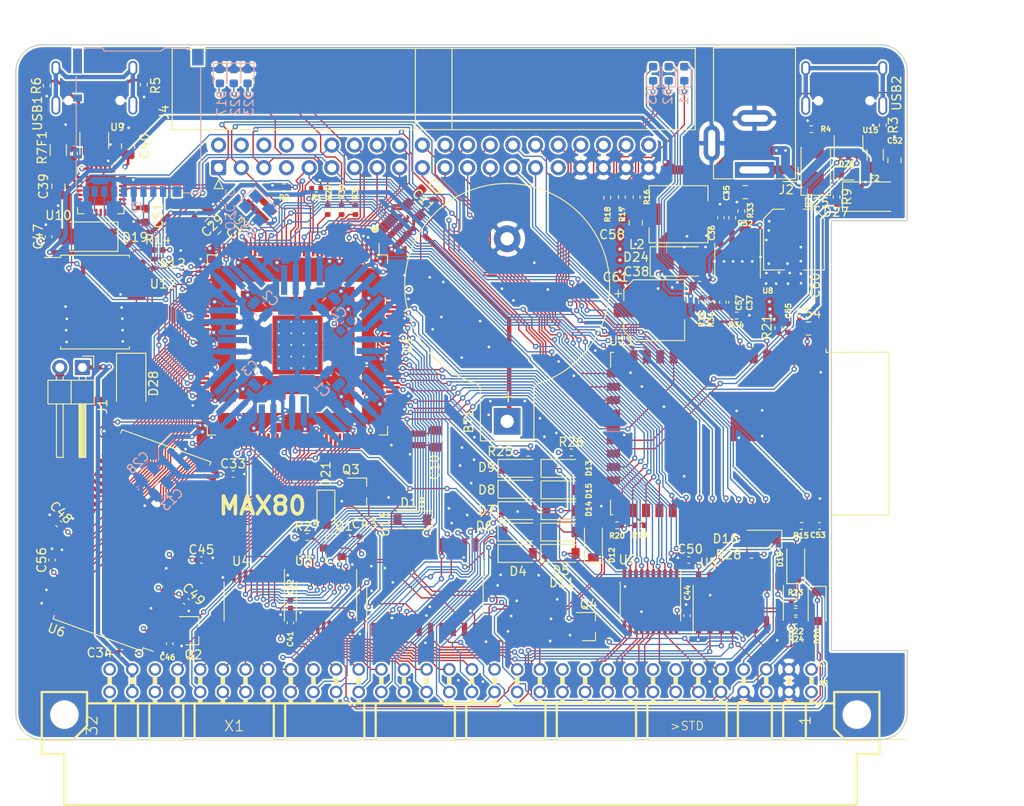
<source format=kicad_pcb>
(kicad_pcb (version 20171130) (host pcbnew 5.1.9-73d0e3b20d~88~ubuntu20.04.1)

  (general
    (thickness 1.6)
    (drawings 17)
    (tracks 3734)
    (zones 0)
    (modules 150)
    (nets 208)
  )

  (page A4)
  (title_block
    (title MAX80)
    (date 2021-01-31)
    (rev 0.01)
    (company "No name")
  )

  (layers
    (0 F.Cu signal)
    (1 In1.Cu signal)
    (2 In2.Cu signal)
    (31 B.Cu signal)
    (32 B.Adhes user)
    (33 F.Adhes user)
    (34 B.Paste user)
    (35 F.Paste user)
    (36 B.SilkS user)
    (37 F.SilkS user)
    (38 B.Mask user)
    (39 F.Mask user)
    (40 Dwgs.User user)
    (41 Cmts.User user)
    (42 Eco1.User user)
    (43 Eco2.User user)
    (44 Edge.Cuts user)
    (45 Margin user)
    (46 B.CrtYd user)
    (47 F.CrtYd user)
    (48 B.Fab user)
    (49 F.Fab user)
  )

  (setup
    (last_trace_width 0.5)
    (user_trace_width 0.3)
    (user_trace_width 0.5)
    (trace_clearance 0.15)
    (zone_clearance 0.2)
    (zone_45_only no)
    (trace_min 0.15)
    (via_size 0.6)
    (via_drill 0.3)
    (via_min_size 0.6)
    (via_min_drill 0.3)
    (uvia_size 0.3)
    (uvia_drill 0.1)
    (uvias_allowed no)
    (uvia_min_size 0.2)
    (uvia_min_drill 0.1)
    (edge_width 0.15)
    (segment_width 0.3)
    (pcb_text_width 0.3)
    (pcb_text_size 1.5 1.5)
    (mod_edge_width 0.15)
    (mod_text_size 1 1)
    (mod_text_width 0.15)
    (pad_size 2.6 1.6)
    (pad_drill 0)
    (pad_to_mask_clearance 0)
    (aux_axis_origin 0 0)
    (grid_origin 86.275 147.925)
    (visible_elements FFFFFF7F)
    (pcbplotparams
      (layerselection 0x010fc_ffffffff)
      (usegerberextensions false)
      (usegerberattributes true)
      (usegerberadvancedattributes true)
      (creategerberjobfile true)
      (excludeedgelayer true)
      (linewidth 0.100000)
      (plotframeref false)
      (viasonmask false)
      (mode 1)
      (useauxorigin false)
      (hpglpennumber 1)
      (hpglpenspeed 20)
      (hpglpendiameter 15.000000)
      (psnegative false)
      (psa4output false)
      (plotreference true)
      (plotvalue true)
      (plotinvisibletext false)
      (padsonsilk false)
      (subtractmaskfromsilk false)
      (outputformat 1)
      (mirror false)
      (drillshape 0)
      (scaleselection 1)
      (outputdirectory "abc80_gerber"))
  )

  (net 0 "")
  (net 1 VCC_ONE)
  (net 2 VCCA)
  (net 3 GND)
  (net 4 JTAGEN)
  (net 5 CLK0n)
  (net 6 +5V)
  (net 7 "Net-(R5-Pad2)")
  (net 8 "Net-(R6-Pad2)")
  (net 9 "Net-(R7-Pad1)")
  (net 10 "Net-(U10-Pad5)")
  (net 11 "Net-(U10-Pad4)")
  (net 12 "Net-(U9-Pad4)")
  (net 13 "Net-(U9-Pad6)")
  (net 14 "Net-(USB1-Pad13)")
  (net 15 "Net-(BT1-Pad1)")
  (net 16 /A4)
  (net 17 /A3)
  (net 18 /A2)
  (net 19 /A1)
  (net 20 /A0)
  (net 21 /IO0)
  (net 22 /IO3)
  (net 23 /IO4)
  (net 24 /IO5)
  (net 25 /IO6)
  (net 26 /IO7)
  (net 27 /WE)
  (net 28 /A11)
  (net 29 /IO9)
  (net 30 /A8)
  (net 31 /A7)
  (net 32 /A6)
  (net 33 /A5)
  (net 34 /A9)
  (net 35 /A10)
  (net 36 /A12)
  (net 37 /IO8)
  (net 38 /IO10)
  (net 39 /IO11)
  (net 40 /IO12)
  (net 41 /IO13)
  (net 42 /IO14)
  (net 43 /IO15)
  (net 44 /abc80bus/D7)
  (net 45 /abc80bus/D6)
  (net 46 /abc80bus/D5)
  (net 47 /abc80bus/D4)
  (net 48 /abc80bus/D3)
  (net 49 /abc80bus/D2)
  (net 50 /abc80bus/D1)
  (net 51 /abc80bus/D0)
  (net 52 /abc80bus/A8)
  (net 53 /abc80bus/A9)
  (net 54 /abc80bus/A10)
  (net 55 /abc80bus/A11)
  (net 56 /abc80bus/A12)
  (net 57 /abc80bus/A13)
  (net 58 /abc80bus/A14)
  (net 59 /abc80bus/A15)
  (net 60 /abc80bus/A7)
  (net 61 /abc80bus/A6)
  (net 62 /abc80bus/A5)
  (net 63 /abc80bus/A4)
  (net 64 /abc80bus/A3)
  (net 65 /abc80bus/A2)
  (net 66 /abc80bus/A1)
  (net 67 /abc80bus/A0)
  (net 68 /IO1)
  (net 69 /IO2)
  (net 70 /32KHZ)
  (net 71 /RTC_INT)
  (net 72 /abc80bus/ABC5V)
  (net 73 /SD_DAT1)
  (net 74 /SD_DAT2)
  (net 75 /SD_DAT3)
  (net 76 /SD_CMD)
  (net 77 /SD_CLK)
  (net 78 /SD_DAT0)
  (net 79 FPGA_TDI)
  (net 80 FPGA_TMS)
  (net 81 FPGA_TDO)
  (net 82 FPGA_TCK)
  (net 83 ABC_CLK_5)
  (net 84 /FPGA_SCL)
  (net 85 /FPGA_SDA)
  (net 86 FPGA_SPI_MISO)
  (net 87 FPGA_SPI_MOSI)
  (net 88 FPGA_SPI_CLK)
  (net 89 FGPA_SPI_CS_ESP32)
  (net 90 INT_ESP32)
  (net 91 "Net-(C53-Pad1)")
  (net 92 "Net-(F2-Pad2)")
  (net 93 ESP32_TDO)
  (net 94 ESP32_TCK)
  (net 95 ESP32_TMS)
  (net 96 ESP32_IO0)
  (net 97 ESP32_RXD)
  (net 98 ESP32_TXD)
  (net 99 ESP32_EN)
  (net 100 "Net-(R3-Pad2)")
  (net 101 "Net-(R4-Pad2)")
  (net 102 /ESP32/USB_D-)
  (net 103 /ESP32/USB_D+)
  (net 104 ESP32_TDI)
  (net 105 "Net-(U15-Pad6)")
  (net 106 "Net-(U15-Pad4)")
  (net 107 "Net-(USB2-Pad13)")
  (net 108 "Net-(D1-Pad2)")
  (net 109 "Net-(D1-Pad1)")
  (net 110 "Net-(D2-Pad2)")
  (net 111 "Net-(D2-Pad1)")
  (net 112 "Net-(D3-Pad2)")
  (net 113 "Net-(D3-Pad1)")
  (net 114 ESP32_SCL)
  (net 115 ESP32_SDA)
  (net 116 ESP32_CS2)
  (net 117 ESP32_CS0)
  (net 118 ESP32_MISO)
  (net 119 ESP32_SCK)
  (net 120 ESP32_MOSI)
  (net 121 ESP32_CS1)
  (net 122 /FPGA_USB_TXD)
  (net 123 /FPGA_USB_RXD)
  (net 124 /abc80bus/~XMEMW80)
  (net 125 /abc80bus/~CS)
  (net 126 /abc80bus/~C4)
  (net 127 /abc80bus/~C3)
  (net 128 /abc80bus/~C2)
  (net 129 /abc80bus/~C1)
  (net 130 /abc80bus/~OUT)
  (net 131 /abc80bus/~XOUT)
  (net 132 /abc80bus/~RST)
  (net 133 ~IORD)
  (net 134 /abc80bus/~XMEMFL)
  (net 135 /abc80bus/~XIN)
  (net 136 /abc80bus/~INP)
  (net 137 /abc80bus/~STATUS)
  (net 138 ~MEMRW)
  (net 139 "Net-(D18-Pad1)")
  (net 140 /abc80bus/~XINPSTB)
  (net 141 /abc80bus/~XOUTSTB)
  (net 142 /abc80bus/~XMEMW800)
  (net 143 ADSEL0)
  (net 144 ADSEL1)
  (net 145 "Net-(U3-Pad19)")
  (net 146 "Net-(U4-Pad19)")
  (net 147 /abc80bus/~INT)
  (net 148 ~IORW)
  (net 149 ~MEMRD)
  (net 150 AD0)
  (net 151 AD1)
  (net 152 AD2)
  (net 153 AD3)
  (net 154 AD4)
  (net 155 AD5)
  (net 156 AD6)
  (net 157 AD7)
  (net 158 O1)
  (net 159 O2)
  (net 160 /abc80bus/~RESIN)
  (net 161 /abc80bus/~XM)
  (net 162 /abc80bus/Y0)
  (net 163 /abc80bus/~Y0)
  (net 164 "Net-(D20-Pad1)")
  (net 165 "Net-(D21-Pad1)")
  (net 166 /FPGA_LED1)
  (net 167 /FPGA_LED2)
  (net 168 /FPGA_LED3)
  (net 169 "Net-(D17-Pad2)")
  (net 170 "Net-(D22-Pad2)")
  (net 171 "Net-(D23-Pad2)")
  (net 172 FPGA_GPIO3)
  (net 173 FPGA_GPIO2)
  (net 174 FPGA_GPIO1)
  (net 175 FPGA_GPIO0)
  (net 176 FPGA_GPIO5)
  (net 177 FPGA_GPIO4)
  (net 178 "Net-(C36-Pad1)")
  (net 179 "Net-(C37-Pad2)")
  (net 180 "Net-(C37-Pad1)")
  (net 181 "Net-(C38-Pad2)")
  (net 182 "Net-(R32-Pad2)")
  (net 183 "Net-(R35-Pad2)")
  (net 184 "Net-(C38-Pad1)")
  (net 185 /abc80bus/READY)
  (net 186 /abc80bus/~NMI)
  (net 187 "Net-(C35-Pad1)")
  (net 188 ~FPGA_READY)
  (net 189 FPGA_NMI)
  (net 190 "Net-(U1-Pad88)")
  (net 191 "Net-(C39-Pad2)")
  (net 192 "Net-(C52-Pad2)")
  (net 193 "Net-(D26-Pad2)")
  (net 194 FPGA_RESIN)
  (net 195 ABC_CLK_3)
  (net 196 /DQMH)
  (net 197 /CLK)
  (net 198 /CKE)
  (net 199 /BA1)
  (net 200 /BA0)
  (net 201 /CS)
  (net 202 /RAS)
  (net 203 /CAS)
  (net 204 /DQML)
  (net 205 "Net-(D28-Pad2)")
  (net 206 "Net-(D25-Pad2)")
  (net 207 "Net-(F1-Pad2)")

  (net_class Default "This is the default net class."
    (clearance 0.15)
    (trace_width 0.15)
    (via_dia 0.6)
    (via_drill 0.3)
    (uvia_dia 0.3)
    (uvia_drill 0.1)
    (add_net +5V)
    (add_net /32KHZ)
    (add_net /A0)
    (add_net /A1)
    (add_net /A10)
    (add_net /A11)
    (add_net /A12)
    (add_net /A2)
    (add_net /A3)
    (add_net /A4)
    (add_net /A5)
    (add_net /A6)
    (add_net /A7)
    (add_net /A8)
    (add_net /A9)
    (add_net /BA0)
    (add_net /BA1)
    (add_net /CAS)
    (add_net /CKE)
    (add_net /CLK)
    (add_net /CS)
    (add_net /DQMH)
    (add_net /DQML)
    (add_net /ESP32/USB_D+)
    (add_net /ESP32/USB_D-)
    (add_net /FPGA_LED1)
    (add_net /FPGA_LED2)
    (add_net /FPGA_LED3)
    (add_net /FPGA_SCL)
    (add_net /FPGA_SDA)
    (add_net /FPGA_USB_RXD)
    (add_net /FPGA_USB_TXD)
    (add_net /IO0)
    (add_net /IO1)
    (add_net /IO10)
    (add_net /IO11)
    (add_net /IO12)
    (add_net /IO13)
    (add_net /IO14)
    (add_net /IO15)
    (add_net /IO2)
    (add_net /IO3)
    (add_net /IO4)
    (add_net /IO5)
    (add_net /IO6)
    (add_net /IO7)
    (add_net /IO8)
    (add_net /IO9)
    (add_net /RAS)
    (add_net /RTC_INT)
    (add_net /SD_CLK)
    (add_net /SD_CMD)
    (add_net /SD_DAT0)
    (add_net /SD_DAT1)
    (add_net /SD_DAT2)
    (add_net /SD_DAT3)
    (add_net /WE)
    (add_net /abc80bus/A0)
    (add_net /abc80bus/A1)
    (add_net /abc80bus/A10)
    (add_net /abc80bus/A11)
    (add_net /abc80bus/A12)
    (add_net /abc80bus/A13)
    (add_net /abc80bus/A14)
    (add_net /abc80bus/A15)
    (add_net /abc80bus/A2)
    (add_net /abc80bus/A3)
    (add_net /abc80bus/A4)
    (add_net /abc80bus/A5)
    (add_net /abc80bus/A6)
    (add_net /abc80bus/A7)
    (add_net /abc80bus/A8)
    (add_net /abc80bus/A9)
    (add_net /abc80bus/ABC5V)
    (add_net /abc80bus/D0)
    (add_net /abc80bus/D1)
    (add_net /abc80bus/D2)
    (add_net /abc80bus/D3)
    (add_net /abc80bus/D4)
    (add_net /abc80bus/D5)
    (add_net /abc80bus/D6)
    (add_net /abc80bus/D7)
    (add_net /abc80bus/READY)
    (add_net /abc80bus/Y0)
    (add_net /abc80bus/~C1)
    (add_net /abc80bus/~C2)
    (add_net /abc80bus/~C3)
    (add_net /abc80bus/~C4)
    (add_net /abc80bus/~CS)
    (add_net /abc80bus/~INP)
    (add_net /abc80bus/~INT)
    (add_net /abc80bus/~NMI)
    (add_net /abc80bus/~OUT)
    (add_net /abc80bus/~RESIN)
    (add_net /abc80bus/~RST)
    (add_net /abc80bus/~STATUS)
    (add_net /abc80bus/~XIN)
    (add_net /abc80bus/~XINPSTB)
    (add_net /abc80bus/~XM)
    (add_net /abc80bus/~XMEMFL)
    (add_net /abc80bus/~XMEMW80)
    (add_net /abc80bus/~XMEMW800)
    (add_net /abc80bus/~XOUT)
    (add_net /abc80bus/~XOUTSTB)
    (add_net /abc80bus/~Y0)
    (add_net ABC_CLK_3)
    (add_net ABC_CLK_5)
    (add_net AD0)
    (add_net AD1)
    (add_net AD2)
    (add_net AD3)
    (add_net AD4)
    (add_net AD5)
    (add_net AD6)
    (add_net AD7)
    (add_net ADSEL0)
    (add_net ADSEL1)
    (add_net CLK0n)
    (add_net ESP32_CS0)
    (add_net ESP32_CS1)
    (add_net ESP32_CS2)
    (add_net ESP32_EN)
    (add_net ESP32_IO0)
    (add_net ESP32_MISO)
    (add_net ESP32_MOSI)
    (add_net ESP32_RXD)
    (add_net ESP32_SCK)
    (add_net ESP32_SCL)
    (add_net ESP32_SDA)
    (add_net ESP32_TCK)
    (add_net ESP32_TDI)
    (add_net ESP32_TDO)
    (add_net ESP32_TMS)
    (add_net ESP32_TXD)
    (add_net FGPA_SPI_CS_ESP32)
    (add_net FPGA_GPIO0)
    (add_net FPGA_GPIO1)
    (add_net FPGA_GPIO2)
    (add_net FPGA_GPIO3)
    (add_net FPGA_GPIO4)
    (add_net FPGA_GPIO5)
    (add_net FPGA_NMI)
    (add_net FPGA_RESIN)
    (add_net FPGA_SPI_CLK)
    (add_net FPGA_SPI_MISO)
    (add_net FPGA_SPI_MOSI)
    (add_net FPGA_TCK)
    (add_net FPGA_TDI)
    (add_net FPGA_TDO)
    (add_net FPGA_TMS)
    (add_net GND)
    (add_net INT_ESP32)
    (add_net JTAGEN)
    (add_net "Net-(BT1-Pad1)")
    (add_net "Net-(C35-Pad1)")
    (add_net "Net-(C36-Pad1)")
    (add_net "Net-(C37-Pad1)")
    (add_net "Net-(C37-Pad2)")
    (add_net "Net-(C38-Pad1)")
    (add_net "Net-(C38-Pad2)")
    (add_net "Net-(C39-Pad2)")
    (add_net "Net-(C52-Pad2)")
    (add_net "Net-(C53-Pad1)")
    (add_net "Net-(D1-Pad1)")
    (add_net "Net-(D1-Pad2)")
    (add_net "Net-(D17-Pad2)")
    (add_net "Net-(D18-Pad1)")
    (add_net "Net-(D2-Pad1)")
    (add_net "Net-(D2-Pad2)")
    (add_net "Net-(D20-Pad1)")
    (add_net "Net-(D21-Pad1)")
    (add_net "Net-(D22-Pad2)")
    (add_net "Net-(D23-Pad2)")
    (add_net "Net-(D25-Pad2)")
    (add_net "Net-(D26-Pad2)")
    (add_net "Net-(D28-Pad2)")
    (add_net "Net-(D3-Pad1)")
    (add_net "Net-(D3-Pad2)")
    (add_net "Net-(F1-Pad2)")
    (add_net "Net-(F2-Pad2)")
    (add_net "Net-(R3-Pad2)")
    (add_net "Net-(R32-Pad2)")
    (add_net "Net-(R35-Pad2)")
    (add_net "Net-(R4-Pad2)")
    (add_net "Net-(R5-Pad2)")
    (add_net "Net-(R6-Pad2)")
    (add_net "Net-(R7-Pad1)")
    (add_net "Net-(U1-Pad88)")
    (add_net "Net-(U10-Pad4)")
    (add_net "Net-(U10-Pad5)")
    (add_net "Net-(U15-Pad4)")
    (add_net "Net-(U15-Pad6)")
    (add_net "Net-(U3-Pad19)")
    (add_net "Net-(U4-Pad19)")
    (add_net "Net-(U9-Pad4)")
    (add_net "Net-(U9-Pad6)")
    (add_net "Net-(USB1-Pad13)")
    (add_net "Net-(USB2-Pad13)")
    (add_net O1)
    (add_net O2)
    (add_net VCCA)
    (add_net VCC_ONE)
    (add_net ~FPGA_READY)
    (add_net ~IORD)
    (add_net ~IORW)
    (add_net ~MEMRD)
    (add_net ~MEMRW)
  )

  (module Diode_SMD:D_SMA (layer F.Cu) (tedit 586432E5) (tstamp 6032CF27)
    (at 65.447 139.035 270)
    (descr "Diode SMA (DO-214AC)")
    (tags "Diode SMA (DO-214AC)")
    (path /6013B380/603612AB)
    (attr smd)
    (fp_text reference D28 (at 0 -2.5 90) (layer F.SilkS)
      (effects (font (size 1 1) (thickness 0.15)))
    )
    (fp_text value MBRA340T (at 0 2.6 90) (layer F.Fab)
      (effects (font (size 1 1) (thickness 0.15)))
    )
    (fp_line (start -3.4 -1.65) (end -3.4 1.65) (layer F.SilkS) (width 0.12))
    (fp_line (start 2.3 1.5) (end -2.3 1.5) (layer F.Fab) (width 0.1))
    (fp_line (start -2.3 1.5) (end -2.3 -1.5) (layer F.Fab) (width 0.1))
    (fp_line (start 2.3 -1.5) (end 2.3 1.5) (layer F.Fab) (width 0.1))
    (fp_line (start 2.3 -1.5) (end -2.3 -1.5) (layer F.Fab) (width 0.1))
    (fp_line (start -3.5 -1.75) (end 3.5 -1.75) (layer F.CrtYd) (width 0.05))
    (fp_line (start 3.5 -1.75) (end 3.5 1.75) (layer F.CrtYd) (width 0.05))
    (fp_line (start 3.5 1.75) (end -3.5 1.75) (layer F.CrtYd) (width 0.05))
    (fp_line (start -3.5 1.75) (end -3.5 -1.75) (layer F.CrtYd) (width 0.05))
    (fp_line (start -0.64944 0.00102) (end -1.55114 0.00102) (layer F.Fab) (width 0.1))
    (fp_line (start 0.50118 0.00102) (end 1.4994 0.00102) (layer F.Fab) (width 0.1))
    (fp_line (start -0.64944 -0.79908) (end -0.64944 0.80112) (layer F.Fab) (width 0.1))
    (fp_line (start 0.50118 0.75032) (end 0.50118 -0.79908) (layer F.Fab) (width 0.1))
    (fp_line (start -0.64944 0.00102) (end 0.50118 0.75032) (layer F.Fab) (width 0.1))
    (fp_line (start -0.64944 0.00102) (end 0.50118 -0.79908) (layer F.Fab) (width 0.1))
    (fp_line (start -3.4 1.65) (end 2 1.65) (layer F.SilkS) (width 0.12))
    (fp_line (start -3.4 -1.65) (end 2 -1.65) (layer F.SilkS) (width 0.12))
    (fp_text user %R (at 0 -2.5 90) (layer F.Fab)
      (effects (font (size 1 1) (thickness 0.15)))
    )
    (pad 2 smd rect (at 2 0 270) (size 2.5 1.8) (layers F.Cu F.Paste F.Mask)
      (net 205 "Net-(D28-Pad2)"))
    (pad 1 smd rect (at -2 0 270) (size 2.5 1.8) (layers F.Cu F.Paste F.Mask)
      (net 6 +5V))
    (model ${KISYS3DMOD}/Diode_SMD.3dshapes/D_SMA.wrl
      (at (xyz 0 0 0))
      (scale (xyz 1 1 1))
      (rotate (xyz 0 0 0))
    )
  )

  (module Capacitor_SMD:C_0402_1005Metric (layer F.Cu) (tedit 5F68FEEE) (tstamp 603AB2EA)
    (at 56.557 158.847 90)
    (descr "Capacitor SMD 0402 (1005 Metric), square (rectangular) end terminal, IPC_7351 nominal, (Body size source: IPC-SM-782 page 76, https://www.pcb-3d.com/wordpress/wp-content/uploads/ipc-sm-782a_amendment_1_and_2.pdf), generated with kicad-footprint-generator")
    (tags capacitor)
    (path /6091A70C)
    (attr smd)
    (fp_text reference C56 (at 0 -1.16 90) (layer F.SilkS)
      (effects (font (size 1 1) (thickness 0.15)))
    )
    (fp_text value 100nF (at 0 1.16 90) (layer F.Fab)
      (effects (font (size 1 1) (thickness 0.15)))
    )
    (fp_line (start -0.5 0.25) (end -0.5 -0.25) (layer F.Fab) (width 0.1))
    (fp_line (start -0.5 -0.25) (end 0.5 -0.25) (layer F.Fab) (width 0.1))
    (fp_line (start 0.5 -0.25) (end 0.5 0.25) (layer F.Fab) (width 0.1))
    (fp_line (start 0.5 0.25) (end -0.5 0.25) (layer F.Fab) (width 0.1))
    (fp_line (start -0.107836 -0.36) (end 0.107836 -0.36) (layer F.SilkS) (width 0.12))
    (fp_line (start -0.107836 0.36) (end 0.107836 0.36) (layer F.SilkS) (width 0.12))
    (fp_line (start -0.91 0.46) (end -0.91 -0.46) (layer F.CrtYd) (width 0.05))
    (fp_line (start -0.91 -0.46) (end 0.91 -0.46) (layer F.CrtYd) (width 0.05))
    (fp_line (start 0.91 -0.46) (end 0.91 0.46) (layer F.CrtYd) (width 0.05))
    (fp_line (start 0.91 0.46) (end -0.91 0.46) (layer F.CrtYd) (width 0.05))
    (fp_text user %R (at 0 0 90) (layer F.Fab)
      (effects (font (size 0.25 0.25) (thickness 0.04)))
    )
    (pad 2 smd roundrect (at 0.48 0 90) (size 0.56 0.62) (layers F.Cu F.Paste F.Mask) (roundrect_rratio 0.25)
      (net 3 GND))
    (pad 1 smd roundrect (at -0.48 0 90) (size 0.56 0.62) (layers F.Cu F.Paste F.Mask) (roundrect_rratio 0.25)
      (net 1 VCC_ONE))
    (model ${KISYS3DMOD}/Capacitor_SMD.3dshapes/C_0402_1005Metric.wrl
      (at (xyz 0 0 0))
      (scale (xyz 1 1 1))
      (rotate (xyz 0 0 0))
    )
  )

  (module Capacitor_SMD:C_0402_1005Metric (layer F.Cu) (tedit 5F68FEEE) (tstamp 603AB1B9)
    (at 69.765 168.245 270)
    (descr "Capacitor SMD 0402 (1005 Metric), square (rectangular) end terminal, IPC_7351 nominal, (Body size source: IPC-SM-782 page 76, https://www.pcb-3d.com/wordpress/wp-content/uploads/ipc-sm-782a_amendment_1_and_2.pdf), generated with kicad-footprint-generator")
    (tags capacitor)
    (path /60932F0E)
    (attr smd)
    (fp_text reference C46 (at 1.524 0.254 180) (layer F.SilkS)
      (effects (font (size 0.6 0.6) (thickness 0.15)))
    )
    (fp_text value 100nF (at 0 1.16 90) (layer F.Fab)
      (effects (font (size 1 1) (thickness 0.15)))
    )
    (fp_line (start -0.5 0.25) (end -0.5 -0.25) (layer F.Fab) (width 0.1))
    (fp_line (start -0.5 -0.25) (end 0.5 -0.25) (layer F.Fab) (width 0.1))
    (fp_line (start 0.5 -0.25) (end 0.5 0.25) (layer F.Fab) (width 0.1))
    (fp_line (start 0.5 0.25) (end -0.5 0.25) (layer F.Fab) (width 0.1))
    (fp_line (start -0.107836 -0.36) (end 0.107836 -0.36) (layer F.SilkS) (width 0.12))
    (fp_line (start -0.107836 0.36) (end 0.107836 0.36) (layer F.SilkS) (width 0.12))
    (fp_line (start -0.91 0.46) (end -0.91 -0.46) (layer F.CrtYd) (width 0.05))
    (fp_line (start -0.91 -0.46) (end 0.91 -0.46) (layer F.CrtYd) (width 0.05))
    (fp_line (start 0.91 -0.46) (end 0.91 0.46) (layer F.CrtYd) (width 0.05))
    (fp_line (start 0.91 0.46) (end -0.91 0.46) (layer F.CrtYd) (width 0.05))
    (fp_text user %R (at 0 0 90) (layer F.Fab)
      (effects (font (size 0.25 0.25) (thickness 0.04)))
    )
    (pad 2 smd roundrect (at 0.48 0 270) (size 0.56 0.62) (layers F.Cu F.Paste F.Mask) (roundrect_rratio 0.25)
      (net 3 GND))
    (pad 1 smd roundrect (at -0.48 0 270) (size 0.56 0.62) (layers F.Cu F.Paste F.Mask) (roundrect_rratio 0.25)
      (net 1 VCC_ONE))
    (model ${KISYS3DMOD}/Capacitor_SMD.3dshapes/C_0402_1005Metric.wrl
      (at (xyz 0 0 0))
      (scale (xyz 1 1 1))
      (rotate (xyz 0 0 0))
    )
  )

  (module Capacitor_SMD:C_0402_1005Metric (layer F.Cu) (tedit 5F68FEEE) (tstamp 603AB1A8)
    (at 73.321 158.847)
    (descr "Capacitor SMD 0402 (1005 Metric), square (rectangular) end terminal, IPC_7351 nominal, (Body size source: IPC-SM-782 page 76, https://www.pcb-3d.com/wordpress/wp-content/uploads/ipc-sm-782a_amendment_1_and_2.pdf), generated with kicad-footprint-generator")
    (tags capacitor)
    (path /6094CE83)
    (attr smd)
    (fp_text reference C45 (at 0 -1.16) (layer F.SilkS)
      (effects (font (size 1 1) (thickness 0.15)))
    )
    (fp_text value 100nF (at 0 1.16) (layer F.Fab)
      (effects (font (size 1 1) (thickness 0.15)))
    )
    (fp_line (start -0.5 0.25) (end -0.5 -0.25) (layer F.Fab) (width 0.1))
    (fp_line (start -0.5 -0.25) (end 0.5 -0.25) (layer F.Fab) (width 0.1))
    (fp_line (start 0.5 -0.25) (end 0.5 0.25) (layer F.Fab) (width 0.1))
    (fp_line (start 0.5 0.25) (end -0.5 0.25) (layer F.Fab) (width 0.1))
    (fp_line (start -0.107836 -0.36) (end 0.107836 -0.36) (layer F.SilkS) (width 0.12))
    (fp_line (start -0.107836 0.36) (end 0.107836 0.36) (layer F.SilkS) (width 0.12))
    (fp_line (start -0.91 0.46) (end -0.91 -0.46) (layer F.CrtYd) (width 0.05))
    (fp_line (start -0.91 -0.46) (end 0.91 -0.46) (layer F.CrtYd) (width 0.05))
    (fp_line (start 0.91 -0.46) (end 0.91 0.46) (layer F.CrtYd) (width 0.05))
    (fp_line (start 0.91 0.46) (end -0.91 0.46) (layer F.CrtYd) (width 0.05))
    (fp_text user %R (at 0 0) (layer F.Fab)
      (effects (font (size 0.25 0.25) (thickness 0.04)))
    )
    (pad 2 smd roundrect (at 0.48 0) (size 0.56 0.62) (layers F.Cu F.Paste F.Mask) (roundrect_rratio 0.25)
      (net 3 GND))
    (pad 1 smd roundrect (at -0.48 0) (size 0.56 0.62) (layers F.Cu F.Paste F.Mask) (roundrect_rratio 0.25)
      (net 1 VCC_ONE))
    (model ${KISYS3DMOD}/Capacitor_SMD.3dshapes/C_0402_1005Metric.wrl
      (at (xyz 0 0 0))
      (scale (xyz 1 1 1))
      (rotate (xyz 0 0 0))
    )
  )

  (module Capacitor_SMD:C_0402_1005Metric (layer F.Cu) (tedit 5F68FEEE) (tstamp 603AC9A5)
    (at 64.431 169.261 180)
    (descr "Capacitor SMD 0402 (1005 Metric), square (rectangular) end terminal, IPC_7351 nominal, (Body size source: IPC-SM-782 page 76, https://www.pcb-3d.com/wordpress/wp-content/uploads/ipc-sm-782a_amendment_1_and_2.pdf), generated with kicad-footprint-generator")
    (tags capacitor)
    (path /6097D4FE)
    (attr smd)
    (fp_text reference C34 (at 2.54 0) (layer F.SilkS)
      (effects (font (size 1 1) (thickness 0.15)))
    )
    (fp_text value 100nF (at 0 1.16) (layer F.Fab)
      (effects (font (size 1 1) (thickness 0.15)))
    )
    (fp_line (start -0.5 0.25) (end -0.5 -0.25) (layer F.Fab) (width 0.1))
    (fp_line (start -0.5 -0.25) (end 0.5 -0.25) (layer F.Fab) (width 0.1))
    (fp_line (start 0.5 -0.25) (end 0.5 0.25) (layer F.Fab) (width 0.1))
    (fp_line (start 0.5 0.25) (end -0.5 0.25) (layer F.Fab) (width 0.1))
    (fp_line (start -0.107836 -0.36) (end 0.107836 -0.36) (layer F.SilkS) (width 0.12))
    (fp_line (start -0.107836 0.36) (end 0.107836 0.36) (layer F.SilkS) (width 0.12))
    (fp_line (start -0.91 0.46) (end -0.91 -0.46) (layer F.CrtYd) (width 0.05))
    (fp_line (start -0.91 -0.46) (end 0.91 -0.46) (layer F.CrtYd) (width 0.05))
    (fp_line (start 0.91 -0.46) (end 0.91 0.46) (layer F.CrtYd) (width 0.05))
    (fp_line (start 0.91 0.46) (end -0.91 0.46) (layer F.CrtYd) (width 0.05))
    (fp_text user %R (at 0 0) (layer F.Fab)
      (effects (font (size 0.25 0.25) (thickness 0.04)))
    )
    (pad 2 smd roundrect (at 0.48 0 180) (size 0.56 0.62) (layers F.Cu F.Paste F.Mask) (roundrect_rratio 0.25)
      (net 3 GND))
    (pad 1 smd roundrect (at -0.48 0 180) (size 0.56 0.62) (layers F.Cu F.Paste F.Mask) (roundrect_rratio 0.25)
      (net 1 VCC_ONE))
    (model ${KISYS3DMOD}/Capacitor_SMD.3dshapes/C_0402_1005Metric.wrl
      (at (xyz 0 0 0))
      (scale (xyz 1 1 1))
      (rotate (xyz 0 0 0))
    )
  )

  (module Capacitor_SMD:C_0402_1005Metric (layer F.Cu) (tedit 5F68FEEE) (tstamp 603AB046)
    (at 76.877 149.195)
    (descr "Capacitor SMD 0402 (1005 Metric), square (rectangular) end terminal, IPC_7351 nominal, (Body size source: IPC-SM-782 page 76, https://www.pcb-3d.com/wordpress/wp-content/uploads/ipc-sm-782a_amendment_1_and_2.pdf), generated with kicad-footprint-generator")
    (tags capacitor)
    (path /60997E09)
    (attr smd)
    (fp_text reference C33 (at 0 -1.16) (layer F.SilkS)
      (effects (font (size 1 1) (thickness 0.15)))
    )
    (fp_text value 100nF (at 0 1.16) (layer F.Fab)
      (effects (font (size 1 1) (thickness 0.15)))
    )
    (fp_line (start -0.5 0.25) (end -0.5 -0.25) (layer F.Fab) (width 0.1))
    (fp_line (start -0.5 -0.25) (end 0.5 -0.25) (layer F.Fab) (width 0.1))
    (fp_line (start 0.5 -0.25) (end 0.5 0.25) (layer F.Fab) (width 0.1))
    (fp_line (start 0.5 0.25) (end -0.5 0.25) (layer F.Fab) (width 0.1))
    (fp_line (start -0.107836 -0.36) (end 0.107836 -0.36) (layer F.SilkS) (width 0.12))
    (fp_line (start -0.107836 0.36) (end 0.107836 0.36) (layer F.SilkS) (width 0.12))
    (fp_line (start -0.91 0.46) (end -0.91 -0.46) (layer F.CrtYd) (width 0.05))
    (fp_line (start -0.91 -0.46) (end 0.91 -0.46) (layer F.CrtYd) (width 0.05))
    (fp_line (start 0.91 -0.46) (end 0.91 0.46) (layer F.CrtYd) (width 0.05))
    (fp_line (start 0.91 0.46) (end -0.91 0.46) (layer F.CrtYd) (width 0.05))
    (fp_text user %R (at 0 0) (layer F.Fab)
      (effects (font (size 0.25 0.25) (thickness 0.04)))
    )
    (pad 2 smd roundrect (at 0.48 0) (size 0.56 0.62) (layers F.Cu F.Paste F.Mask) (roundrect_rratio 0.25)
      (net 3 GND))
    (pad 1 smd roundrect (at -0.48 0) (size 0.56 0.62) (layers F.Cu F.Paste F.Mask) (roundrect_rratio 0.25)
      (net 1 VCC_ONE))
    (model ${KISYS3DMOD}/Capacitor_SMD.3dshapes/C_0402_1005Metric.wrl
      (at (xyz 0 0 0))
      (scale (xyz 1 1 1))
      (rotate (xyz 0 0 0))
    )
  )

  (module Package_SO:TSOP-II-54_22.2x10.16mm_P0.8mm (layer F.Cu) (tedit 5B589EC7) (tstamp 60346482)
    (at 65.535 156.645 160)
    (descr "54-lead TSOP typ II package")
    (tags "TSOPII TSOP2")
    (path /604F9283)
    (attr smd)
    (fp_text reference U6 (at 4.513002 -12.365253 160) (layer F.SilkS)
      (effects (font (size 1 1) (thickness 0.15)))
    )
    (fp_text value MT48LC16M16A2P-6A (at 0 12.5 160) (layer F.Fab)
      (effects (font (size 0.85 0.85) (thickness 0.15)))
    )
    (fp_line (start -6.76 -11.36) (end -6.76 11.36) (layer F.CrtYd) (width 0.05))
    (fp_line (start 6.76 11.36) (end -6.76 11.36) (layer F.CrtYd) (width 0.05))
    (fp_line (start 6.76 -11.36) (end 6.76 11.36) (layer F.CrtYd) (width 0.05))
    (fp_line (start -6.76 -11.36) (end 6.76 -11.36) (layer F.CrtYd) (width 0.05))
    (fp_line (start -5.3 10.9) (end -5.3 11.3) (layer F.SilkS) (width 0.12))
    (fp_line (start 5.3 10.9) (end 5.3 11.3) (layer F.SilkS) (width 0.12))
    (fp_line (start 5.3 -11.3) (end 5.3 -10.9) (layer F.SilkS) (width 0.12))
    (fp_line (start -5.3 11.3) (end 5.3 11.3) (layer F.SilkS) (width 0.12))
    (fp_line (start -5.3 -11.3) (end 5.3 -11.3) (layer F.SilkS) (width 0.12))
    (fp_line (start -5.3 -10.9) (end -5.3 -11.3) (layer F.SilkS) (width 0.12))
    (fp_line (start -6.5 -10.9) (end -5.3 -10.9) (layer F.SilkS) (width 0.12))
    (fp_line (start -4.08 -11.11) (end -5.08 -10.11) (layer F.Fab) (width 0.1))
    (fp_line (start -5.08 11.11) (end -5.08 -10.11) (layer F.Fab) (width 0.1))
    (fp_line (start 5.08 11.11) (end -5.08 11.11) (layer F.Fab) (width 0.1))
    (fp_line (start 5.08 -11.11) (end 5.08 11.11) (layer F.Fab) (width 0.1))
    (fp_line (start -4.08 -11.11) (end 5.08 -11.11) (layer F.Fab) (width 0.1))
    (fp_text user %R (at 0 0 160) (layer F.Fab)
      (effects (font (size 1 1) (thickness 0.15)))
    )
    (pad 54 smd rect (at 5.75 -10.4 160) (size 1.51 0.458) (layers F.Cu F.Paste F.Mask)
      (net 3 GND))
    (pad 53 smd rect (at 5.75 -9.6 160) (size 1.51 0.458) (layers F.Cu F.Paste F.Mask)
      (net 43 /IO15))
    (pad 52 smd rect (at 5.75 -8.8 160) (size 1.51 0.458) (layers F.Cu F.Paste F.Mask)
      (net 3 GND))
    (pad 51 smd rect (at 5.75 -8 160) (size 1.51 0.458) (layers F.Cu F.Paste F.Mask)
      (net 42 /IO14))
    (pad 50 smd rect (at 5.75 -7.2 160) (size 1.51 0.458) (layers F.Cu F.Paste F.Mask)
      (net 41 /IO13))
    (pad 49 smd rect (at 5.75 -6.4 160) (size 1.51 0.458) (layers F.Cu F.Paste F.Mask)
      (net 1 VCC_ONE))
    (pad 48 smd rect (at 5.75 -5.6 160) (size 1.51 0.458) (layers F.Cu F.Paste F.Mask)
      (net 40 /IO12))
    (pad 47 smd rect (at 5.75 -4.8 160) (size 1.51 0.458) (layers F.Cu F.Paste F.Mask)
      (net 39 /IO11))
    (pad 46 smd rect (at 5.75 -4 160) (size 1.51 0.458) (layers F.Cu F.Paste F.Mask)
      (net 3 GND))
    (pad 45 smd rect (at 5.75 -3.2 160) (size 1.51 0.458) (layers F.Cu F.Paste F.Mask)
      (net 38 /IO10))
    (pad 44 smd rect (at 5.75 -2.4 160) (size 1.51 0.458) (layers F.Cu F.Paste F.Mask)
      (net 29 /IO9))
    (pad 43 smd rect (at 5.75 -1.6 160) (size 1.51 0.458) (layers F.Cu F.Paste F.Mask)
      (net 1 VCC_ONE))
    (pad 42 smd rect (at 5.75 -0.8 160) (size 1.51 0.458) (layers F.Cu F.Paste F.Mask)
      (net 37 /IO8))
    (pad 41 smd rect (at 5.75 0 160) (size 1.51 0.458) (layers F.Cu F.Paste F.Mask)
      (net 3 GND))
    (pad 40 smd rect (at 5.75 0.8 160) (size 1.51 0.458) (layers F.Cu F.Paste F.Mask))
    (pad 39 smd rect (at 5.75 1.6 160) (size 1.51 0.458) (layers F.Cu F.Paste F.Mask)
      (net 196 /DQMH))
    (pad 38 smd rect (at 5.75 2.4 160) (size 1.51 0.458) (layers F.Cu F.Paste F.Mask)
      (net 197 /CLK))
    (pad 37 smd rect (at 5.75 3.2 160) (size 1.51 0.458) (layers F.Cu F.Paste F.Mask)
      (net 198 /CKE))
    (pad 36 smd rect (at 5.75 4 160) (size 1.51 0.458) (layers F.Cu F.Paste F.Mask)
      (net 36 /A12))
    (pad 35 smd rect (at 5.75 4.8 160) (size 1.51 0.458) (layers F.Cu F.Paste F.Mask)
      (net 28 /A11))
    (pad 34 smd rect (at 5.75 5.6 160) (size 1.51 0.458) (layers F.Cu F.Paste F.Mask)
      (net 34 /A9))
    (pad 33 smd rect (at 5.75 6.4 160) (size 1.51 0.458) (layers F.Cu F.Paste F.Mask)
      (net 30 /A8))
    (pad 32 smd rect (at 5.75 7.2 160) (size 1.51 0.458) (layers F.Cu F.Paste F.Mask)
      (net 31 /A7))
    (pad 31 smd rect (at 5.75 8 160) (size 1.51 0.458) (layers F.Cu F.Paste F.Mask)
      (net 32 /A6))
    (pad 30 smd rect (at 5.75 8.8 160) (size 1.51 0.458) (layers F.Cu F.Paste F.Mask)
      (net 33 /A5))
    (pad 29 smd rect (at 5.75 9.6 160) (size 1.51 0.458) (layers F.Cu F.Paste F.Mask)
      (net 16 /A4))
    (pad 28 smd rect (at 5.75 10.4 160) (size 1.51 0.458) (layers F.Cu F.Paste F.Mask)
      (net 3 GND))
    (pad 27 smd rect (at -5.75 10.4 160) (size 1.51 0.458) (layers F.Cu F.Paste F.Mask)
      (net 1 VCC_ONE))
    (pad 26 smd rect (at -5.75 9.6 160) (size 1.51 0.458) (layers F.Cu F.Paste F.Mask)
      (net 17 /A3))
    (pad 25 smd rect (at -5.75 8.8 160) (size 1.51 0.458) (layers F.Cu F.Paste F.Mask)
      (net 18 /A2))
    (pad 24 smd rect (at -5.75 8 160) (size 1.51 0.458) (layers F.Cu F.Paste F.Mask)
      (net 19 /A1))
    (pad 23 smd rect (at -5.75 7.2 160) (size 1.51 0.458) (layers F.Cu F.Paste F.Mask)
      (net 20 /A0))
    (pad 22 smd rect (at -5.75 6.4 160) (size 1.51 0.458) (layers F.Cu F.Paste F.Mask)
      (net 35 /A10))
    (pad 21 smd rect (at -5.75 5.6 160) (size 1.51 0.458) (layers F.Cu F.Paste F.Mask)
      (net 199 /BA1))
    (pad 20 smd rect (at -5.75 4.8 160) (size 1.51 0.458) (layers F.Cu F.Paste F.Mask)
      (net 200 /BA0))
    (pad 19 smd rect (at -5.75 4 160) (size 1.51 0.458) (layers F.Cu F.Paste F.Mask)
      (net 201 /CS))
    (pad 18 smd rect (at -5.75 3.2 160) (size 1.51 0.458) (layers F.Cu F.Paste F.Mask)
      (net 202 /RAS))
    (pad 17 smd rect (at -5.75 2.4 160) (size 1.51 0.458) (layers F.Cu F.Paste F.Mask)
      (net 203 /CAS))
    (pad 16 smd rect (at -5.75 1.6 160) (size 1.51 0.458) (layers F.Cu F.Paste F.Mask)
      (net 27 /WE))
    (pad 15 smd rect (at -5.75 0.8 160) (size 1.51 0.458) (layers F.Cu F.Paste F.Mask)
      (net 204 /DQML))
    (pad 14 smd rect (at -5.75 0 160) (size 1.51 0.458) (layers F.Cu F.Paste F.Mask)
      (net 1 VCC_ONE))
    (pad 13 smd rect (at -5.75 -0.8 160) (size 1.51 0.458) (layers F.Cu F.Paste F.Mask)
      (net 26 /IO7))
    (pad 12 smd rect (at -5.75 -1.6 160) (size 1.51 0.458) (layers F.Cu F.Paste F.Mask)
      (net 3 GND))
    (pad 11 smd rect (at -5.75 -2.4 160) (size 1.51 0.458) (layers F.Cu F.Paste F.Mask)
      (net 25 /IO6))
    (pad 10 smd rect (at -5.75 -3.2 160) (size 1.51 0.458) (layers F.Cu F.Paste F.Mask)
      (net 24 /IO5))
    (pad 9 smd rect (at -5.75 -4 160) (size 1.51 0.458) (layers F.Cu F.Paste F.Mask)
      (net 1 VCC_ONE))
    (pad 8 smd rect (at -5.75 -4.8 160) (size 1.51 0.458) (layers F.Cu F.Paste F.Mask)
      (net 23 /IO4))
    (pad 7 smd rect (at -5.75 -5.6 160) (size 1.51 0.458) (layers F.Cu F.Paste F.Mask)
      (net 22 /IO3))
    (pad 6 smd rect (at -5.75 -6.4 160) (size 1.51 0.458) (layers F.Cu F.Paste F.Mask)
      (net 3 GND))
    (pad 5 smd rect (at -5.75 -7.2 160) (size 1.51 0.458) (layers F.Cu F.Paste F.Mask)
      (net 69 /IO2))
    (pad 4 smd rect (at -5.75 -8 160) (size 1.51 0.458) (layers F.Cu F.Paste F.Mask)
      (net 68 /IO1))
    (pad 3 smd rect (at -5.75 -8.8 160) (size 1.51 0.458) (layers F.Cu F.Paste F.Mask)
      (net 1 VCC_ONE))
    (pad 2 smd rect (at -5.75 -9.6 160) (size 1.51 0.458) (layers F.Cu F.Paste F.Mask)
      (net 21 /IO0))
    (pad 1 smd rect (at -5.75 -10.4 160) (size 1.51 0.458) (layers F.Cu F.Paste F.Mask)
      (net 1 VCC_ONE))
    (model ${KISYS3DMOD}/Package_SO.3dshapes/TSOP-II-54_22.2x10.16mm_P0.8mm.wrl
      (at (xyz 0 0 0))
      (scale (xyz 1 1 1))
      (rotate (xyz 0 0 0))
    )
  )

  (module Connector_PinHeader_2.54mm:PinHeader_1x02_P2.54mm_Horizontal (layer F.Cu) (tedit 59FED5CB) (tstamp 6032D4AA)
    (at 59.975 137.225 270)
    (descr "Through hole angled pin header, 1x02, 2.54mm pitch, 6mm pin length, single row")
    (tags "Through hole angled pin header THT 1x02 2.54mm single row")
    (path /6013B380/603FB6A3)
    (fp_text reference J1 (at 4.385 -2.27 90) (layer F.SilkS)
      (effects (font (size 1 1) (thickness 0.15)))
    )
    (fp_text value Conn_01x02_Male (at 4.385 4.81 90) (layer F.Fab)
      (effects (font (size 1 1) (thickness 0.15)))
    )
    (fp_line (start 2.135 -1.27) (end 4.04 -1.27) (layer F.Fab) (width 0.1))
    (fp_line (start 4.04 -1.27) (end 4.04 3.81) (layer F.Fab) (width 0.1))
    (fp_line (start 4.04 3.81) (end 1.5 3.81) (layer F.Fab) (width 0.1))
    (fp_line (start 1.5 3.81) (end 1.5 -0.635) (layer F.Fab) (width 0.1))
    (fp_line (start 1.5 -0.635) (end 2.135 -1.27) (layer F.Fab) (width 0.1))
    (fp_line (start -0.32 -0.32) (end 1.5 -0.32) (layer F.Fab) (width 0.1))
    (fp_line (start -0.32 -0.32) (end -0.32 0.32) (layer F.Fab) (width 0.1))
    (fp_line (start -0.32 0.32) (end 1.5 0.32) (layer F.Fab) (width 0.1))
    (fp_line (start 4.04 -0.32) (end 10.04 -0.32) (layer F.Fab) (width 0.1))
    (fp_line (start 10.04 -0.32) (end 10.04 0.32) (layer F.Fab) (width 0.1))
    (fp_line (start 4.04 0.32) (end 10.04 0.32) (layer F.Fab) (width 0.1))
    (fp_line (start -0.32 2.22) (end 1.5 2.22) (layer F.Fab) (width 0.1))
    (fp_line (start -0.32 2.22) (end -0.32 2.86) (layer F.Fab) (width 0.1))
    (fp_line (start -0.32 2.86) (end 1.5 2.86) (layer F.Fab) (width 0.1))
    (fp_line (start 4.04 2.22) (end 10.04 2.22) (layer F.Fab) (width 0.1))
    (fp_line (start 10.04 2.22) (end 10.04 2.86) (layer F.Fab) (width 0.1))
    (fp_line (start 4.04 2.86) (end 10.04 2.86) (layer F.Fab) (width 0.1))
    (fp_line (start 1.44 -1.33) (end 1.44 3.87) (layer F.SilkS) (width 0.12))
    (fp_line (start 1.44 3.87) (end 4.1 3.87) (layer F.SilkS) (width 0.12))
    (fp_line (start 4.1 3.87) (end 4.1 -1.33) (layer F.SilkS) (width 0.12))
    (fp_line (start 4.1 -1.33) (end 1.44 -1.33) (layer F.SilkS) (width 0.12))
    (fp_line (start 4.1 -0.38) (end 10.1 -0.38) (layer F.SilkS) (width 0.12))
    (fp_line (start 10.1 -0.38) (end 10.1 0.38) (layer F.SilkS) (width 0.12))
    (fp_line (start 10.1 0.38) (end 4.1 0.38) (layer F.SilkS) (width 0.12))
    (fp_line (start 4.1 -0.32) (end 10.1 -0.32) (layer F.SilkS) (width 0.12))
    (fp_line (start 4.1 -0.2) (end 10.1 -0.2) (layer F.SilkS) (width 0.12))
    (fp_line (start 4.1 -0.08) (end 10.1 -0.08) (layer F.SilkS) (width 0.12))
    (fp_line (start 4.1 0.04) (end 10.1 0.04) (layer F.SilkS) (width 0.12))
    (fp_line (start 4.1 0.16) (end 10.1 0.16) (layer F.SilkS) (width 0.12))
    (fp_line (start 4.1 0.28) (end 10.1 0.28) (layer F.SilkS) (width 0.12))
    (fp_line (start 1.11 -0.38) (end 1.44 -0.38) (layer F.SilkS) (width 0.12))
    (fp_line (start 1.11 0.38) (end 1.44 0.38) (layer F.SilkS) (width 0.12))
    (fp_line (start 1.44 1.27) (end 4.1 1.27) (layer F.SilkS) (width 0.12))
    (fp_line (start 4.1 2.16) (end 10.1 2.16) (layer F.SilkS) (width 0.12))
    (fp_line (start 10.1 2.16) (end 10.1 2.92) (layer F.SilkS) (width 0.12))
    (fp_line (start 10.1 2.92) (end 4.1 2.92) (layer F.SilkS) (width 0.12))
    (fp_line (start 1.042929 2.16) (end 1.44 2.16) (layer F.SilkS) (width 0.12))
    (fp_line (start 1.042929 2.92) (end 1.44 2.92) (layer F.SilkS) (width 0.12))
    (fp_line (start -1.27 0) (end -1.27 -1.27) (layer F.SilkS) (width 0.12))
    (fp_line (start -1.27 -1.27) (end 0 -1.27) (layer F.SilkS) (width 0.12))
    (fp_line (start -1.8 -1.8) (end -1.8 4.35) (layer F.CrtYd) (width 0.05))
    (fp_line (start -1.8 4.35) (end 10.55 4.35) (layer F.CrtYd) (width 0.05))
    (fp_line (start 10.55 4.35) (end 10.55 -1.8) (layer F.CrtYd) (width 0.05))
    (fp_line (start 10.55 -1.8) (end -1.8 -1.8) (layer F.CrtYd) (width 0.05))
    (fp_text user %R (at 2.77 1.27) (layer F.Fab)
      (effects (font (size 1 1) (thickness 0.15)))
    )
    (pad 2 thru_hole oval (at 0 2.54 270) (size 1.7 1.7) (drill 1) (layers *.Cu *.Mask)
      (net 205 "Net-(D28-Pad2)"))
    (pad 1 thru_hole rect (at 0 0 270) (size 1.7 1.7) (drill 1) (layers *.Cu *.Mask)
      (net 72 /abc80bus/ABC5V))
    (model ${KISYS3DMOD}/Connector_PinHeader_2.54mm.3dshapes/PinHeader_1x02_P2.54mm_Horizontal.wrl
      (at (xyz 0 0 0))
      (scale (xyz 1 1 1))
      (rotate (xyz 0 0 0))
    )
  )

  (module Diode_SMD:D_SMA (layer F.Cu) (tedit 586432E5) (tstamp 60323018)
    (at 148.655 118.055)
    (descr "Diode SMA (DO-214AC)")
    (tags "Diode SMA (DO-214AC)")
    (path /602159BB/6032D6A5)
    (attr smd)
    (fp_text reference D27 (at -4.14 1.74) (layer F.SilkS)
      (effects (font (size 1 1) (thickness 0.15)))
    )
    (fp_text value MBRA340T (at 0 2.6) (layer F.Fab)
      (effects (font (size 1 1) (thickness 0.15)))
    )
    (fp_line (start -3.4 -1.65) (end 2 -1.65) (layer F.SilkS) (width 0.12))
    (fp_line (start -3.4 1.65) (end 2 1.65) (layer F.SilkS) (width 0.12))
    (fp_line (start -0.64944 0.00102) (end 0.50118 -0.79908) (layer F.Fab) (width 0.1))
    (fp_line (start -0.64944 0.00102) (end 0.50118 0.75032) (layer F.Fab) (width 0.1))
    (fp_line (start 0.50118 0.75032) (end 0.50118 -0.79908) (layer F.Fab) (width 0.1))
    (fp_line (start -0.64944 -0.79908) (end -0.64944 0.80112) (layer F.Fab) (width 0.1))
    (fp_line (start 0.50118 0.00102) (end 1.4994 0.00102) (layer F.Fab) (width 0.1))
    (fp_line (start -0.64944 0.00102) (end -1.55114 0.00102) (layer F.Fab) (width 0.1))
    (fp_line (start -3.5 1.75) (end -3.5 -1.75) (layer F.CrtYd) (width 0.05))
    (fp_line (start 3.5 1.75) (end -3.5 1.75) (layer F.CrtYd) (width 0.05))
    (fp_line (start 3.5 -1.75) (end 3.5 1.75) (layer F.CrtYd) (width 0.05))
    (fp_line (start -3.5 -1.75) (end 3.5 -1.75) (layer F.CrtYd) (width 0.05))
    (fp_line (start 2.3 -1.5) (end -2.3 -1.5) (layer F.Fab) (width 0.1))
    (fp_line (start 2.3 -1.5) (end 2.3 1.5) (layer F.Fab) (width 0.1))
    (fp_line (start -2.3 1.5) (end -2.3 -1.5) (layer F.Fab) (width 0.1))
    (fp_line (start 2.3 1.5) (end -2.3 1.5) (layer F.Fab) (width 0.1))
    (fp_line (start -3.4 -1.65) (end -3.4 1.65) (layer F.SilkS) (width 0.12))
    (fp_text user %R (at 0 -2.5) (layer F.Fab)
      (effects (font (size 1 1) (thickness 0.15)))
    )
    (pad 2 smd rect (at 2 0) (size 2.5 1.8) (layers F.Cu F.Paste F.Mask)
      (net 192 "Net-(C52-Pad2)"))
    (pad 1 smd rect (at -2 0) (size 2.5 1.8) (layers F.Cu F.Paste F.Mask)
      (net 6 +5V))
    (model ${KISYS3DMOD}/Diode_SMD.3dshapes/D_SMA.wrl
      (at (xyz 0 0 0))
      (scale (xyz 1 1 1))
      (rotate (xyz 0 0 0))
    )
  )

  (module Diode_SMD:D_SMA (layer F.Cu) (tedit 586432E5) (tstamp 60322ED8)
    (at 60.555 122.545 180)
    (descr "Diode SMA (DO-214AC)")
    (tags "Diode SMA (DO-214AC)")
    (path /601569F0/60325B03)
    (attr smd)
    (fp_text reference D19 (at -5.31 -0.07) (layer F.SilkS)
      (effects (font (size 1 1) (thickness 0.15)))
    )
    (fp_text value MBRA340T (at 0 2.6) (layer F.Fab)
      (effects (font (size 1 1) (thickness 0.15)))
    )
    (fp_line (start -3.4 -1.65) (end 2 -1.65) (layer F.SilkS) (width 0.12))
    (fp_line (start -3.4 1.65) (end 2 1.65) (layer F.SilkS) (width 0.12))
    (fp_line (start -0.64944 0.00102) (end 0.50118 -0.79908) (layer F.Fab) (width 0.1))
    (fp_line (start -0.64944 0.00102) (end 0.50118 0.75032) (layer F.Fab) (width 0.1))
    (fp_line (start 0.50118 0.75032) (end 0.50118 -0.79908) (layer F.Fab) (width 0.1))
    (fp_line (start -0.64944 -0.79908) (end -0.64944 0.80112) (layer F.Fab) (width 0.1))
    (fp_line (start 0.50118 0.00102) (end 1.4994 0.00102) (layer F.Fab) (width 0.1))
    (fp_line (start -0.64944 0.00102) (end -1.55114 0.00102) (layer F.Fab) (width 0.1))
    (fp_line (start -3.5 1.75) (end -3.5 -1.75) (layer F.CrtYd) (width 0.05))
    (fp_line (start 3.5 1.75) (end -3.5 1.75) (layer F.CrtYd) (width 0.05))
    (fp_line (start 3.5 -1.75) (end 3.5 1.75) (layer F.CrtYd) (width 0.05))
    (fp_line (start -3.5 -1.75) (end 3.5 -1.75) (layer F.CrtYd) (width 0.05))
    (fp_line (start 2.3 -1.5) (end -2.3 -1.5) (layer F.Fab) (width 0.1))
    (fp_line (start 2.3 -1.5) (end 2.3 1.5) (layer F.Fab) (width 0.1))
    (fp_line (start -2.3 1.5) (end -2.3 -1.5) (layer F.Fab) (width 0.1))
    (fp_line (start 2.3 1.5) (end -2.3 1.5) (layer F.Fab) (width 0.1))
    (fp_line (start -3.4 -1.65) (end -3.4 1.65) (layer F.SilkS) (width 0.12))
    (pad 2 smd rect (at 2 0 180) (size 2.5 1.8) (layers F.Cu F.Paste F.Mask)
      (net 191 "Net-(C39-Pad2)"))
    (pad 1 smd rect (at -2 0 180) (size 2.5 1.8) (layers F.Cu F.Paste F.Mask)
      (net 6 +5V))
    (model ${KISYS3DMOD}/Diode_SMD.3dshapes/D_SMA.wrl
      (at (xyz 0 0 0))
      (scale (xyz 1 1 1))
      (rotate (xyz 0 0 0))
    )
  )

  (module Package_TO_SOT_SMD:SOT-23 (layer F.Cu) (tedit 5A02FF57) (tstamp 6021E332)
    (at 116.775 166.325)
    (descr "SOT-23, Standard")
    (tags SOT-23)
    (path /6013B380/60285B62)
    (attr smd)
    (fp_text reference Q4 (at 0 -2.5) (layer F.SilkS)
      (effects (font (size 1 1) (thickness 0.15)))
    )
    (fp_text value AO3400A (at 0 2.5) (layer F.Fab)
      (effects (font (size 1 1) (thickness 0.15)))
    )
    (fp_line (start 0.76 1.58) (end -0.7 1.58) (layer F.SilkS) (width 0.12))
    (fp_line (start 0.76 -1.58) (end -1.4 -1.58) (layer F.SilkS) (width 0.12))
    (fp_line (start -1.7 1.75) (end -1.7 -1.75) (layer F.CrtYd) (width 0.05))
    (fp_line (start 1.7 1.75) (end -1.7 1.75) (layer F.CrtYd) (width 0.05))
    (fp_line (start 1.7 -1.75) (end 1.7 1.75) (layer F.CrtYd) (width 0.05))
    (fp_line (start -1.7 -1.75) (end 1.7 -1.75) (layer F.CrtYd) (width 0.05))
    (fp_line (start 0.76 -1.58) (end 0.76 -0.65) (layer F.SilkS) (width 0.12))
    (fp_line (start 0.76 1.58) (end 0.76 0.65) (layer F.SilkS) (width 0.12))
    (fp_line (start -0.7 1.52) (end 0.7 1.52) (layer F.Fab) (width 0.1))
    (fp_line (start 0.7 -1.52) (end 0.7 1.52) (layer F.Fab) (width 0.1))
    (fp_line (start -0.7 -0.95) (end -0.15 -1.52) (layer F.Fab) (width 0.1))
    (fp_line (start -0.15 -1.52) (end 0.7 -1.52) (layer F.Fab) (width 0.1))
    (fp_line (start -0.7 -0.95) (end -0.7 1.5) (layer F.Fab) (width 0.1))
    (fp_text user %R (at 0 0 90) (layer F.Fab)
      (effects (font (size 0.5 0.5) (thickness 0.075)))
    )
    (pad 3 smd rect (at 1 0) (size 0.9 0.8) (layers F.Cu F.Paste F.Mask)
      (net 160 /abc80bus/~RESIN))
    (pad 2 smd rect (at -1 0.95) (size 0.9 0.8) (layers F.Cu F.Paste F.Mask)
      (net 3 GND))
    (pad 1 smd rect (at -1 -0.95) (size 0.9 0.8) (layers F.Cu F.Paste F.Mask)
      (net 194 FPGA_RESIN))
    (model ${KISYS3DMOD}/Package_TO_SOT_SMD.3dshapes/SOT-23.wrl
      (at (xyz 0 0 0))
      (scale (xyz 1 1 1))
      (rotate (xyz 0 0 0))
    )
  )

  (module Resistor_SMD:R_0402_1005Metric (layer F.Cu) (tedit 5F68FEEE) (tstamp 6020EA01)
    (at 144.585 118.105 90)
    (descr "Resistor SMD 0402 (1005 Metric), square (rectangular) end terminal, IPC_7351 nominal, (Body size source: IPC-SM-782 page 72, https://www.pcb-3d.com/wordpress/wp-content/uploads/ipc-sm-782a_amendment_1_and_2.pdf), generated with kicad-footprint-generator")
    (tags resistor)
    (path /6013A59C/6024D9C9)
    (attr smd)
    (fp_text reference R9 (at 0.05 1.15 90) (layer F.SilkS)
      (effects (font (size 1 1) (thickness 0.15)))
    )
    (fp_text value 1k (at 0 1.17 90) (layer F.Fab)
      (effects (font (size 1 1) (thickness 0.15)))
    )
    (fp_line (start -0.525 0.27) (end -0.525 -0.27) (layer F.Fab) (width 0.1))
    (fp_line (start -0.525 -0.27) (end 0.525 -0.27) (layer F.Fab) (width 0.1))
    (fp_line (start 0.525 -0.27) (end 0.525 0.27) (layer F.Fab) (width 0.1))
    (fp_line (start 0.525 0.27) (end -0.525 0.27) (layer F.Fab) (width 0.1))
    (fp_line (start -0.153641 -0.38) (end 0.153641 -0.38) (layer F.SilkS) (width 0.12))
    (fp_line (start -0.153641 0.38) (end 0.153641 0.38) (layer F.SilkS) (width 0.12))
    (fp_line (start -0.93 0.47) (end -0.93 -0.47) (layer F.CrtYd) (width 0.05))
    (fp_line (start -0.93 -0.47) (end 0.93 -0.47) (layer F.CrtYd) (width 0.05))
    (fp_line (start 0.93 -0.47) (end 0.93 0.47) (layer F.CrtYd) (width 0.05))
    (fp_line (start 0.93 0.47) (end -0.93 0.47) (layer F.CrtYd) (width 0.05))
    (fp_text user %R (at 0 0 90) (layer F.Fab)
      (effects (font (size 0.26 0.26) (thickness 0.04)))
    )
    (pad 2 smd roundrect (at 0.51 0 90) (size 0.54 0.64) (layers F.Cu F.Paste F.Mask) (roundrect_rratio 0.25)
      (net 193 "Net-(D26-Pad2)"))
    (pad 1 smd roundrect (at -0.51 0 90) (size 0.54 0.64) (layers F.Cu F.Paste F.Mask) (roundrect_rratio 0.25)
      (net 1 VCC_ONE))
    (model ${KISYS3DMOD}/Resistor_SMD.3dshapes/R_0402_1005Metric.wrl
      (at (xyz 0 0 0))
      (scale (xyz 1 1 1))
      (rotate (xyz 0 0 0))
    )
  )

  (module LED_SMD:LED_0603_1608Metric (layer F.Cu) (tedit 5F68FEF1) (tstamp 6020FB48)
    (at 145.755 115.455)
    (descr "LED SMD 0603 (1608 Metric), square (rectangular) end terminal, IPC_7351 nominal, (Body size source: http://www.tortai-tech.com/upload/download/2011102023233369053.pdf), generated with kicad-footprint-generator")
    (tags LED)
    (path /6013A59C/6024C492)
    (attr smd)
    (fp_text reference D26 (at -0.04 -1.07) (layer F.SilkS)
      (effects (font (size 0.6 0.6) (thickness 0.15)))
    )
    (fp_text value LED-B (at 0 1.43) (layer F.Fab)
      (effects (font (size 1 1) (thickness 0.15)))
    )
    (fp_line (start 0.8 -0.4) (end -0.5 -0.4) (layer F.Fab) (width 0.1))
    (fp_line (start -0.5 -0.4) (end -0.8 -0.1) (layer F.Fab) (width 0.1))
    (fp_line (start -0.8 -0.1) (end -0.8 0.4) (layer F.Fab) (width 0.1))
    (fp_line (start -0.8 0.4) (end 0.8 0.4) (layer F.Fab) (width 0.1))
    (fp_line (start 0.8 0.4) (end 0.8 -0.4) (layer F.Fab) (width 0.1))
    (fp_line (start 0.8 -0.735) (end -1.485 -0.735) (layer F.SilkS) (width 0.12))
    (fp_line (start -1.485 -0.735) (end -1.485 0.735) (layer F.SilkS) (width 0.12))
    (fp_line (start -1.485 0.735) (end 0.8 0.735) (layer F.SilkS) (width 0.12))
    (fp_line (start -1.48 0.73) (end -1.48 -0.73) (layer F.CrtYd) (width 0.05))
    (fp_line (start -1.48 -0.73) (end 1.48 -0.73) (layer F.CrtYd) (width 0.05))
    (fp_line (start 1.48 -0.73) (end 1.48 0.73) (layer F.CrtYd) (width 0.05))
    (fp_line (start 1.48 0.73) (end -1.48 0.73) (layer F.CrtYd) (width 0.05))
    (fp_text user %R (at 0 0) (layer F.Fab)
      (effects (font (size 0.4 0.4) (thickness 0.06)))
    )
    (pad 2 smd roundrect (at 0.7875 0) (size 0.875 0.95) (layers F.Cu F.Paste F.Mask) (roundrect_rratio 0.25)
      (net 193 "Net-(D26-Pad2)"))
    (pad 1 smd roundrect (at -0.7875 0) (size 0.875 0.95) (layers F.Cu F.Paste F.Mask) (roundrect_rratio 0.25)
      (net 3 GND))
    (model ${KISYS3DMOD}/LED_SMD.3dshapes/LED_0603_1608Metric.wrl
      (at (xyz 0 0 0))
      (scale (xyz 1 1 1))
      (rotate (xyz 0 0 0))
    )
  )

  (module Capacitor_SMD:CP_Elec_6.3x5.4 (layer F.Cu) (tedit 5BCA39D0) (tstamp 60206C2E)
    (at 124.125 130.8)
    (descr "SMD capacitor, aluminum electrolytic, Panasonic C55, 6.3x5.4mm")
    (tags "capacitor electrolytic")
    (path /6013A59C/602A7E22)
    (attr smd)
    (fp_text reference C61 (at -4.34 -3.715) (layer F.SilkS)
      (effects (font (size 1 1) (thickness 0.15)))
    )
    (fp_text value 220uF (at 0 4.35) (layer F.Fab)
      (effects (font (size 1 1) (thickness 0.15)))
    )
    (fp_line (start -4.8 1.05) (end -3.55 1.05) (layer F.CrtYd) (width 0.05))
    (fp_line (start -4.8 -1.05) (end -4.8 1.05) (layer F.CrtYd) (width 0.05))
    (fp_line (start -3.55 -1.05) (end -4.8 -1.05) (layer F.CrtYd) (width 0.05))
    (fp_line (start -3.55 1.05) (end -3.55 2.4) (layer F.CrtYd) (width 0.05))
    (fp_line (start -3.55 -2.4) (end -3.55 -1.05) (layer F.CrtYd) (width 0.05))
    (fp_line (start -3.55 -2.4) (end -2.4 -3.55) (layer F.CrtYd) (width 0.05))
    (fp_line (start -3.55 2.4) (end -2.4 3.55) (layer F.CrtYd) (width 0.05))
    (fp_line (start -2.4 -3.55) (end 3.55 -3.55) (layer F.CrtYd) (width 0.05))
    (fp_line (start -2.4 3.55) (end 3.55 3.55) (layer F.CrtYd) (width 0.05))
    (fp_line (start 3.55 1.05) (end 3.55 3.55) (layer F.CrtYd) (width 0.05))
    (fp_line (start 4.8 1.05) (end 3.55 1.05) (layer F.CrtYd) (width 0.05))
    (fp_line (start 4.8 -1.05) (end 4.8 1.05) (layer F.CrtYd) (width 0.05))
    (fp_line (start 3.55 -1.05) (end 4.8 -1.05) (layer F.CrtYd) (width 0.05))
    (fp_line (start 3.55 -3.55) (end 3.55 -1.05) (layer F.CrtYd) (width 0.05))
    (fp_line (start -4.04375 -2.24125) (end -4.04375 -1.45375) (layer F.SilkS) (width 0.12))
    (fp_line (start -4.4375 -1.8475) (end -3.65 -1.8475) (layer F.SilkS) (width 0.12))
    (fp_line (start -3.41 2.345563) (end -2.345563 3.41) (layer F.SilkS) (width 0.12))
    (fp_line (start -3.41 -2.345563) (end -2.345563 -3.41) (layer F.SilkS) (width 0.12))
    (fp_line (start -3.41 -2.345563) (end -3.41 -1.06) (layer F.SilkS) (width 0.12))
    (fp_line (start -3.41 2.345563) (end -3.41 1.06) (layer F.SilkS) (width 0.12))
    (fp_line (start -2.345563 3.41) (end 3.41 3.41) (layer F.SilkS) (width 0.12))
    (fp_line (start -2.345563 -3.41) (end 3.41 -3.41) (layer F.SilkS) (width 0.12))
    (fp_line (start 3.41 -3.41) (end 3.41 -1.06) (layer F.SilkS) (width 0.12))
    (fp_line (start 3.41 3.41) (end 3.41 1.06) (layer F.SilkS) (width 0.12))
    (fp_line (start -2.389838 -1.645) (end -2.389838 -1.015) (layer F.Fab) (width 0.1))
    (fp_line (start -2.704838 -1.33) (end -2.074838 -1.33) (layer F.Fab) (width 0.1))
    (fp_line (start -3.3 2.3) (end -2.3 3.3) (layer F.Fab) (width 0.1))
    (fp_line (start -3.3 -2.3) (end -2.3 -3.3) (layer F.Fab) (width 0.1))
    (fp_line (start -3.3 -2.3) (end -3.3 2.3) (layer F.Fab) (width 0.1))
    (fp_line (start -2.3 3.3) (end 3.3 3.3) (layer F.Fab) (width 0.1))
    (fp_line (start -2.3 -3.3) (end 3.3 -3.3) (layer F.Fab) (width 0.1))
    (fp_line (start 3.3 -3.3) (end 3.3 3.3) (layer F.Fab) (width 0.1))
    (fp_circle (center 0 0) (end 3.15 0) (layer F.Fab) (width 0.1))
    (fp_text user %R (at 0 0) (layer F.Fab)
      (effects (font (size 1 1) (thickness 0.15)))
    )
    (pad 2 smd roundrect (at 2.8 0) (size 3.5 1.6) (layers F.Cu F.Paste F.Mask) (roundrect_rratio 0.15625)
      (net 3 GND))
    (pad 1 smd roundrect (at -2.8 0) (size 3.5 1.6) (layers F.Cu F.Paste F.Mask) (roundrect_rratio 0.15625)
      (net 1 VCC_ONE))
    (model ${KISYS3DMOD}/Capacitor_SMD.3dshapes/CP_Elec_6.3x5.4.wrl
      (at (xyz 0 0 0))
      (scale (xyz 1 1 1))
      (rotate (xyz 0 0 0))
    )
  )

  (module Capacitor_SMD:CP_Elec_6.3x5.4 (layer F.Cu) (tedit 5BCA39D0) (tstamp 601FE47A)
    (at 139.8 122.875 270)
    (descr "SMD capacitor, aluminum electrolytic, Panasonic C55, 6.3x5.4mm")
    (tags "capacitor electrolytic")
    (path /6013A59C/602A83A7)
    (attr smd)
    (fp_text reference C60 (at 5.15 -2.375 90) (layer F.SilkS)
      (effects (font (size 1 1) (thickness 0.15)))
    )
    (fp_text value 220uF (at 0 4.35 90) (layer F.Fab)
      (effects (font (size 1 1) (thickness 0.15)))
    )
    (fp_line (start -4.8 1.05) (end -3.55 1.05) (layer F.CrtYd) (width 0.05))
    (fp_line (start -4.8 -1.05) (end -4.8 1.05) (layer F.CrtYd) (width 0.05))
    (fp_line (start -3.55 -1.05) (end -4.8 -1.05) (layer F.CrtYd) (width 0.05))
    (fp_line (start -3.55 1.05) (end -3.55 2.4) (layer F.CrtYd) (width 0.05))
    (fp_line (start -3.55 -2.4) (end -3.55 -1.05) (layer F.CrtYd) (width 0.05))
    (fp_line (start -3.55 -2.4) (end -2.4 -3.55) (layer F.CrtYd) (width 0.05))
    (fp_line (start -3.55 2.4) (end -2.4 3.55) (layer F.CrtYd) (width 0.05))
    (fp_line (start -2.4 -3.55) (end 3.55 -3.55) (layer F.CrtYd) (width 0.05))
    (fp_line (start -2.4 3.55) (end 3.55 3.55) (layer F.CrtYd) (width 0.05))
    (fp_line (start 3.55 1.05) (end 3.55 3.55) (layer F.CrtYd) (width 0.05))
    (fp_line (start 4.8 1.05) (end 3.55 1.05) (layer F.CrtYd) (width 0.05))
    (fp_line (start 4.8 -1.05) (end 4.8 1.05) (layer F.CrtYd) (width 0.05))
    (fp_line (start 3.55 -1.05) (end 4.8 -1.05) (layer F.CrtYd) (width 0.05))
    (fp_line (start 3.55 -3.55) (end 3.55 -1.05) (layer F.CrtYd) (width 0.05))
    (fp_line (start -4.04375 -2.24125) (end -4.04375 -1.45375) (layer F.SilkS) (width 0.12))
    (fp_line (start -4.4375 -1.8475) (end -3.65 -1.8475) (layer F.SilkS) (width 0.12))
    (fp_line (start -3.41 2.345563) (end -2.345563 3.41) (layer F.SilkS) (width 0.12))
    (fp_line (start -3.41 -2.345563) (end -2.345563 -3.41) (layer F.SilkS) (width 0.12))
    (fp_line (start -3.41 -2.345563) (end -3.41 -1.06) (layer F.SilkS) (width 0.12))
    (fp_line (start -3.41 2.345563) (end -3.41 1.06) (layer F.SilkS) (width 0.12))
    (fp_line (start -2.345563 3.41) (end 3.41 3.41) (layer F.SilkS) (width 0.12))
    (fp_line (start -2.345563 -3.41) (end 3.41 -3.41) (layer F.SilkS) (width 0.12))
    (fp_line (start 3.41 -3.41) (end 3.41 -1.06) (layer F.SilkS) (width 0.12))
    (fp_line (start 3.41 3.41) (end 3.41 1.06) (layer F.SilkS) (width 0.12))
    (fp_line (start -2.389838 -1.645) (end -2.389838 -1.015) (layer F.Fab) (width 0.1))
    (fp_line (start -2.704838 -1.33) (end -2.074838 -1.33) (layer F.Fab) (width 0.1))
    (fp_line (start -3.3 2.3) (end -2.3 3.3) (layer F.Fab) (width 0.1))
    (fp_line (start -3.3 -2.3) (end -2.3 -3.3) (layer F.Fab) (width 0.1))
    (fp_line (start -3.3 -2.3) (end -3.3 2.3) (layer F.Fab) (width 0.1))
    (fp_line (start -2.3 3.3) (end 3.3 3.3) (layer F.Fab) (width 0.1))
    (fp_line (start -2.3 -3.3) (end 3.3 -3.3) (layer F.Fab) (width 0.1))
    (fp_line (start 3.3 -3.3) (end 3.3 3.3) (layer F.Fab) (width 0.1))
    (fp_circle (center 0 0) (end 3.15 0) (layer F.Fab) (width 0.1))
    (fp_text user %R (at 0 0 90) (layer F.Fab)
      (effects (font (size 1 1) (thickness 0.15)))
    )
    (pad 2 smd roundrect (at 2.8 0 270) (size 3.5 1.6) (layers F.Cu F.Paste F.Mask) (roundrect_rratio 0.15625)
      (net 3 GND))
    (pad 1 smd roundrect (at -2.8 0 270) (size 3.5 1.6) (layers F.Cu F.Paste F.Mask) (roundrect_rratio 0.15625)
      (net 187 "Net-(C35-Pad1)"))
    (model ${KISYS3DMOD}/Capacitor_SMD.3dshapes/CP_Elec_6.3x5.4.wrl
      (at (xyz 0 0 0))
      (scale (xyz 1 1 1))
      (rotate (xyz 0 0 0))
    )
  )

  (module Capacitor_SMD:C_0805_2012Metric (layer F.Cu) (tedit 5F68FEEE) (tstamp 60240E0A)
    (at 73.375 120.15 225)
    (descr "Capacitor SMD 0805 (2012 Metric), square (rectangular) end terminal, IPC_7351 nominal, (Body size source: IPC-SM-782 page 76, https://www.pcb-3d.com/wordpress/wp-content/uploads/ipc-sm-782a_amendment_1_and_2.pdf, https://docs.google.com/spreadsheets/d/1BsfQQcO9C6DZCsRaXUlFlo91Tg2WpOkGARC1WS5S8t0/edit?usp=sharing), generated with kicad-footprint-generator")
    (tags capacitor)
    (path /57BBEF6F)
    (attr smd)
    (fp_text reference C29 (at 0 -1.68 45) (layer F.SilkS)
      (effects (font (size 1 1) (thickness 0.15)))
    )
    (fp_text value 47uF (at 0 1.68 45) (layer F.Fab)
      (effects (font (size 1 1) (thickness 0.15)))
    )
    (fp_line (start 1.7 0.98) (end -1.7 0.98) (layer F.CrtYd) (width 0.05))
    (fp_line (start 1.7 -0.98) (end 1.7 0.98) (layer F.CrtYd) (width 0.05))
    (fp_line (start -1.7 -0.98) (end 1.7 -0.98) (layer F.CrtYd) (width 0.05))
    (fp_line (start -1.7 0.98) (end -1.7 -0.98) (layer F.CrtYd) (width 0.05))
    (fp_line (start -0.261252 0.735) (end 0.261252 0.735) (layer F.SilkS) (width 0.12))
    (fp_line (start -0.261252 -0.735) (end 0.261252 -0.735) (layer F.SilkS) (width 0.12))
    (fp_line (start 1 0.625) (end -1 0.625) (layer F.Fab) (width 0.1))
    (fp_line (start 1 -0.625) (end 1 0.625) (layer F.Fab) (width 0.1))
    (fp_line (start -1 -0.625) (end 1 -0.625) (layer F.Fab) (width 0.1))
    (fp_line (start -1 0.625) (end -1 -0.625) (layer F.Fab) (width 0.1))
    (fp_text user %R (at 0 0 45) (layer F.Fab)
      (effects (font (size 0.5 0.5) (thickness 0.08)))
    )
    (pad 2 smd roundrect (at 0.95 0 225) (size 1 1.45) (layers F.Cu F.Paste F.Mask) (roundrect_rratio 0.25)
      (net 1 VCC_ONE))
    (pad 1 smd roundrect (at -0.95 0 225) (size 1 1.45) (layers F.Cu F.Paste F.Mask) (roundrect_rratio 0.25)
      (net 3 GND))
    (model ${KISYS3DMOD}/Capacitor_SMD.3dshapes/C_0805_2012Metric.wrl
      (at (xyz 0 0 0))
      (scale (xyz 1 1 1))
      (rotate (xyz 0 0 0))
    )
  )

  (module Capacitor_SMD:C_0805_2012Metric (layer B.Cu) (tedit 5F68FEEE) (tstamp 6012B32A)
    (at 67.225 149.195 45)
    (descr "Capacitor SMD 0805 (2012 Metric), square (rectangular) end terminal, IPC_7351 nominal, (Body size source: IPC-SM-782 page 76, https://www.pcb-3d.com/wordpress/wp-content/uploads/ipc-sm-782a_amendment_1_and_2.pdf, https://docs.google.com/spreadsheets/d/1BsfQQcO9C6DZCsRaXUlFlo91Tg2WpOkGARC1WS5S8t0/edit?usp=sharing), generated with kicad-footprint-generator")
    (tags capacitor)
    (path /57BBEDBF)
    (attr smd)
    (fp_text reference C28 (at 0.179605 -1.616446 225) (layer B.SilkS)
      (effects (font (size 1 1) (thickness 0.15)) (justify mirror))
    )
    (fp_text value 47uF (at 0 -1.679999 225) (layer B.Fab)
      (effects (font (size 1 1) (thickness 0.15)) (justify mirror))
    )
    (fp_line (start 1.7 -0.98) (end -1.7 -0.98) (layer B.CrtYd) (width 0.05))
    (fp_line (start 1.7 0.98) (end 1.7 -0.98) (layer B.CrtYd) (width 0.05))
    (fp_line (start -1.7 0.98) (end 1.7 0.98) (layer B.CrtYd) (width 0.05))
    (fp_line (start -1.7 -0.98) (end -1.7 0.98) (layer B.CrtYd) (width 0.05))
    (fp_line (start -0.261252 -0.735) (end 0.261252 -0.735) (layer B.SilkS) (width 0.12))
    (fp_line (start -0.261252 0.735) (end 0.261252 0.735) (layer B.SilkS) (width 0.12))
    (fp_line (start 1 -0.625) (end -1 -0.625) (layer B.Fab) (width 0.1))
    (fp_line (start 1 0.625) (end 1 -0.625) (layer B.Fab) (width 0.1))
    (fp_line (start -1 0.625) (end 1 0.625) (layer B.Fab) (width 0.1))
    (fp_line (start -1 -0.625) (end -1 0.625) (layer B.Fab) (width 0.1))
    (fp_text user %R (at 0 0 225) (layer B.Fab)
      (effects (font (size 0.5 0.5) (thickness 0.08)) (justify mirror))
    )
    (pad 2 smd roundrect (at 0.95 0 45) (size 1 1.45) (layers B.Cu B.Paste B.Mask) (roundrect_rratio 0.25)
      (net 1 VCC_ONE))
    (pad 1 smd roundrect (at -0.95 0 45) (size 1 1.45) (layers B.Cu B.Paste B.Mask) (roundrect_rratio 0.25)
      (net 3 GND))
    (model ${KISYS3DMOD}/Capacitor_SMD.3dshapes/C_0805_2012Metric.wrl
      (at (xyz 0 0 0))
      (scale (xyz 1 1 1))
      (rotate (xyz 0 0 0))
    )
  )

  (module Capacitor_SMD:C_0805_2012Metric (layer B.Cu) (tedit 5F68FEEE) (tstamp 6039244F)
    (at 68.839249 150.882751 45)
    (descr "Capacitor SMD 0805 (2012 Metric), square (rectangular) end terminal, IPC_7351 nominal, (Body size source: IPC-SM-782 page 76, https://www.pcb-3d.com/wordpress/wp-content/uploads/ipc-sm-782a_amendment_1_and_2.pdf, https://docs.google.com/spreadsheets/d/1BsfQQcO9C6DZCsRaXUlFlo91Tg2WpOkGARC1WS5S8t0/edit?usp=sharing), generated with kicad-footprint-generator")
    (tags capacitor)
    (path /57BB0661)
    (attr smd)
    (fp_text reference C13 (at 0 1.679999 225) (layer B.SilkS)
      (effects (font (size 1 1) (thickness 0.15)) (justify mirror))
    )
    (fp_text value 47uF (at 0 -1.679999 225) (layer B.Fab)
      (effects (font (size 1 1) (thickness 0.15)) (justify mirror))
    )
    (fp_line (start 1.7 -0.98) (end -1.7 -0.98) (layer B.CrtYd) (width 0.05))
    (fp_line (start 1.7 0.98) (end 1.7 -0.98) (layer B.CrtYd) (width 0.05))
    (fp_line (start -1.7 0.98) (end 1.7 0.98) (layer B.CrtYd) (width 0.05))
    (fp_line (start -1.7 -0.98) (end -1.7 0.98) (layer B.CrtYd) (width 0.05))
    (fp_line (start -0.261252 -0.735) (end 0.261252 -0.735) (layer B.SilkS) (width 0.12))
    (fp_line (start -0.261252 0.735) (end 0.261252 0.735) (layer B.SilkS) (width 0.12))
    (fp_line (start 1 -0.625) (end -1 -0.625) (layer B.Fab) (width 0.1))
    (fp_line (start 1 0.625) (end 1 -0.625) (layer B.Fab) (width 0.1))
    (fp_line (start -1 0.625) (end 1 0.625) (layer B.Fab) (width 0.1))
    (fp_line (start -1 -0.625) (end -1 0.625) (layer B.Fab) (width 0.1))
    (fp_text user %R (at 0 0 225) (layer B.Fab)
      (effects (font (size 0.5 0.5) (thickness 0.08)) (justify mirror))
    )
    (pad 2 smd roundrect (at 0.95 0 45) (size 1 1.45) (layers B.Cu B.Paste B.Mask) (roundrect_rratio 0.25)
      (net 1 VCC_ONE))
    (pad 1 smd roundrect (at -0.95 0 45) (size 1 1.45) (layers B.Cu B.Paste B.Mask) (roundrect_rratio 0.25)
      (net 3 GND))
    (model ${KISYS3DMOD}/Capacitor_SMD.3dshapes/C_0805_2012Metric.wrl
      (at (xyz 0 0 0))
      (scale (xyz 1 1 1))
      (rotate (xyz 0 0 0))
    )
  )

  (module Capacitor_SMD:C_0805_2012Metric (layer F.Cu) (tedit 5F68FEEE) (tstamp 6012B05D)
    (at 74.825 121.6 225)
    (descr "Capacitor SMD 0805 (2012 Metric), square (rectangular) end terminal, IPC_7351 nominal, (Body size source: IPC-SM-782 page 76, https://www.pcb-3d.com/wordpress/wp-content/uploads/ipc-sm-782a_amendment_1_and_2.pdf, https://docs.google.com/spreadsheets/d/1BsfQQcO9C6DZCsRaXUlFlo91Tg2WpOkGARC1WS5S8t0/edit?usp=sharing), generated with kicad-footprint-generator")
    (tags capacitor)
    (path /57BB0614)
    (attr smd)
    (fp_text reference C12 (at -1.8208 -1.785445 45) (layer F.SilkS)
      (effects (font (size 1 1) (thickness 0.15)))
    )
    (fp_text value 47uF (at 0 1.68 45) (layer F.Fab)
      (effects (font (size 1 1) (thickness 0.15)))
    )
    (fp_line (start 1.7 0.98) (end -1.7 0.98) (layer F.CrtYd) (width 0.05))
    (fp_line (start 1.7 -0.98) (end 1.7 0.98) (layer F.CrtYd) (width 0.05))
    (fp_line (start -1.7 -0.98) (end 1.7 -0.98) (layer F.CrtYd) (width 0.05))
    (fp_line (start -1.7 0.98) (end -1.7 -0.98) (layer F.CrtYd) (width 0.05))
    (fp_line (start -0.261252 0.735) (end 0.261252 0.735) (layer F.SilkS) (width 0.12))
    (fp_line (start -0.261252 -0.735) (end 0.261252 -0.735) (layer F.SilkS) (width 0.12))
    (fp_line (start 1 0.625) (end -1 0.625) (layer F.Fab) (width 0.1))
    (fp_line (start 1 -0.625) (end 1 0.625) (layer F.Fab) (width 0.1))
    (fp_line (start -1 -0.625) (end 1 -0.625) (layer F.Fab) (width 0.1))
    (fp_line (start -1 0.625) (end -1 -0.625) (layer F.Fab) (width 0.1))
    (fp_text user %R (at 0 0 45) (layer F.Fab)
      (effects (font (size 0.5 0.5) (thickness 0.08)))
    )
    (pad 2 smd roundrect (at 0.95 0 225) (size 1 1.45) (layers F.Cu F.Paste F.Mask) (roundrect_rratio 0.25)
      (net 1 VCC_ONE))
    (pad 1 smd roundrect (at -0.95 0 225) (size 1 1.45) (layers F.Cu F.Paste F.Mask) (roundrect_rratio 0.25)
      (net 3 GND))
    (model ${KISYS3DMOD}/Capacitor_SMD.3dshapes/C_0805_2012Metric.wrl
      (at (xyz 0 0 0))
      (scale (xyz 1 1 1))
      (rotate (xyz 0 0 0))
    )
  )

  (module Capacitor_SMD:C_0805_2012Metric (layer F.Cu) (tedit 5F68FEEE) (tstamp 6012B0C3)
    (at 97.0511 119.6036 315)
    (descr "Capacitor SMD 0805 (2012 Metric), square (rectangular) end terminal, IPC_7351 nominal, (Body size source: IPC-SM-782 page 76, https://www.pcb-3d.com/wordpress/wp-content/uploads/ipc-sm-782a_amendment_1_and_2.pdf, https://docs.google.com/spreadsheets/d/1BsfQQcO9C6DZCsRaXUlFlo91Tg2WpOkGARC1WS5S8t0/edit?usp=sharing), generated with kicad-footprint-generator")
    (tags capacitor)
    (path /57BB05CE)
    (attr smd)
    (fp_text reference C11 (at 0 -1.68 135) (layer F.SilkS)
      (effects (font (size 1 1) (thickness 0.15)))
    )
    (fp_text value 47uF (at 0 1.68 135) (layer F.Fab)
      (effects (font (size 1 1) (thickness 0.15)))
    )
    (fp_line (start 1.7 0.98) (end -1.7 0.98) (layer F.CrtYd) (width 0.05))
    (fp_line (start 1.7 -0.98) (end 1.7 0.98) (layer F.CrtYd) (width 0.05))
    (fp_line (start -1.7 -0.98) (end 1.7 -0.98) (layer F.CrtYd) (width 0.05))
    (fp_line (start -1.7 0.98) (end -1.7 -0.98) (layer F.CrtYd) (width 0.05))
    (fp_line (start -0.261252 0.735) (end 0.261252 0.735) (layer F.SilkS) (width 0.12))
    (fp_line (start -0.261252 -0.735) (end 0.261252 -0.735) (layer F.SilkS) (width 0.12))
    (fp_line (start 1 0.625) (end -1 0.625) (layer F.Fab) (width 0.1))
    (fp_line (start 1 -0.625) (end 1 0.625) (layer F.Fab) (width 0.1))
    (fp_line (start -1 -0.625) (end 1 -0.625) (layer F.Fab) (width 0.1))
    (fp_line (start -1 0.625) (end -1 -0.625) (layer F.Fab) (width 0.1))
    (fp_text user %R (at 0 0 135) (layer F.Fab)
      (effects (font (size 0.5 0.5) (thickness 0.08)))
    )
    (pad 2 smd roundrect (at 0.95 0 315) (size 1 1.45) (layers F.Cu F.Paste F.Mask) (roundrect_rratio 0.25)
      (net 1 VCC_ONE))
    (pad 1 smd roundrect (at -0.95 0 315) (size 1 1.45) (layers F.Cu F.Paste F.Mask) (roundrect_rratio 0.25)
      (net 3 GND))
    (model ${KISYS3DMOD}/Capacitor_SMD.3dshapes/C_0805_2012Metric.wrl
      (at (xyz 0 0 0))
      (scale (xyz 1 1 1))
      (rotate (xyz 0 0 0))
    )
  )

  (module Capacitor_SMD:C_0805_2012Metric (layer F.Cu) (tedit 5F68FEEE) (tstamp 6012AA42)
    (at 99.5951 145.2446 90)
    (descr "Capacitor SMD 0805 (2012 Metric), square (rectangular) end terminal, IPC_7351 nominal, (Body size source: IPC-SM-782 page 76, https://www.pcb-3d.com/wordpress/wp-content/uploads/ipc-sm-782a_amendment_1_and_2.pdf, https://docs.google.com/spreadsheets/d/1BsfQQcO9C6DZCsRaXUlFlo91Tg2WpOkGARC1WS5S8t0/edit?usp=sharing), generated with kicad-footprint-generator")
    (tags capacitor)
    (path /57BB0565)
    (attr smd)
    (fp_text reference C10 (at -3.1884 -0.1121 90) (layer F.SilkS)
      (effects (font (size 1 1) (thickness 0.15)))
    )
    (fp_text value 47uF (at 0 1.68 90) (layer F.Fab)
      (effects (font (size 1 1) (thickness 0.15)))
    )
    (fp_line (start 1.7 0.98) (end -1.7 0.98) (layer F.CrtYd) (width 0.05))
    (fp_line (start 1.7 -0.98) (end 1.7 0.98) (layer F.CrtYd) (width 0.05))
    (fp_line (start -1.7 -0.98) (end 1.7 -0.98) (layer F.CrtYd) (width 0.05))
    (fp_line (start -1.7 0.98) (end -1.7 -0.98) (layer F.CrtYd) (width 0.05))
    (fp_line (start -0.261252 0.735) (end 0.261252 0.735) (layer F.SilkS) (width 0.12))
    (fp_line (start -0.261252 -0.735) (end 0.261252 -0.735) (layer F.SilkS) (width 0.12))
    (fp_line (start 1 0.625) (end -1 0.625) (layer F.Fab) (width 0.1))
    (fp_line (start 1 -0.625) (end 1 0.625) (layer F.Fab) (width 0.1))
    (fp_line (start -1 -0.625) (end 1 -0.625) (layer F.Fab) (width 0.1))
    (fp_line (start -1 0.625) (end -1 -0.625) (layer F.Fab) (width 0.1))
    (fp_text user %R (at 0 0 90) (layer F.Fab)
      (effects (font (size 0.5 0.5) (thickness 0.08)))
    )
    (pad 2 smd roundrect (at 0.95 0 90) (size 1 1.45) (layers F.Cu F.Paste F.Mask) (roundrect_rratio 0.25)
      (net 1 VCC_ONE))
    (pad 1 smd roundrect (at -0.95 0 90) (size 1 1.45) (layers F.Cu F.Paste F.Mask) (roundrect_rratio 0.25)
      (net 3 GND))
    (model ${KISYS3DMOD}/Capacitor_SMD.3dshapes/C_0805_2012Metric.wrl
      (at (xyz 0 0 0))
      (scale (xyz 1 1 1))
      (rotate (xyz 0 0 0))
    )
  )

  (module Capacitor_SMD:C_0805_2012Metric (layer F.Cu) (tedit 5F68FEEE) (tstamp 60285B71)
    (at 98.5011 118.1036 315)
    (descr "Capacitor SMD 0805 (2012 Metric), square (rectangular) end terminal, IPC_7351 nominal, (Body size source: IPC-SM-782 page 76, https://www.pcb-3d.com/wordpress/wp-content/uploads/ipc-sm-782a_amendment_1_and_2.pdf, https://docs.google.com/spreadsheets/d/1BsfQQcO9C6DZCsRaXUlFlo91Tg2WpOkGARC1WS5S8t0/edit?usp=sharing), generated with kicad-footprint-generator")
    (tags capacitor)
    (path /57BB0507)
    (attr smd)
    (fp_text reference C9 (at 0 -1.68 135) (layer F.SilkS)
      (effects (font (size 1 1) (thickness 0.15)))
    )
    (fp_text value 47uF (at 0 1.68 135) (layer F.Fab)
      (effects (font (size 1 1) (thickness 0.15)))
    )
    (fp_line (start 1.7 0.98) (end -1.7 0.98) (layer F.CrtYd) (width 0.05))
    (fp_line (start 1.7 -0.98) (end 1.7 0.98) (layer F.CrtYd) (width 0.05))
    (fp_line (start -1.7 -0.98) (end 1.7 -0.98) (layer F.CrtYd) (width 0.05))
    (fp_line (start -1.7 0.98) (end -1.7 -0.98) (layer F.CrtYd) (width 0.05))
    (fp_line (start -0.261252 0.735) (end 0.261252 0.735) (layer F.SilkS) (width 0.12))
    (fp_line (start -0.261252 -0.735) (end 0.261252 -0.735) (layer F.SilkS) (width 0.12))
    (fp_line (start 1 0.625) (end -1 0.625) (layer F.Fab) (width 0.1))
    (fp_line (start 1 -0.625) (end 1 0.625) (layer F.Fab) (width 0.1))
    (fp_line (start -1 -0.625) (end 1 -0.625) (layer F.Fab) (width 0.1))
    (fp_line (start -1 0.625) (end -1 -0.625) (layer F.Fab) (width 0.1))
    (fp_text user %R (at 0 0 135) (layer F.Fab)
      (effects (font (size 0.5 0.5) (thickness 0.08)))
    )
    (pad 2 smd roundrect (at 0.95 0 315) (size 1 1.45) (layers F.Cu F.Paste F.Mask) (roundrect_rratio 0.25)
      (net 1 VCC_ONE))
    (pad 1 smd roundrect (at -0.95 0 315) (size 1 1.45) (layers F.Cu F.Paste F.Mask) (roundrect_rratio 0.25)
      (net 3 GND))
    (model ${KISYS3DMOD}/Capacitor_SMD.3dshapes/C_0805_2012Metric.wrl
      (at (xyz 0 0 0))
      (scale (xyz 1 1 1))
      (rotate (xyz 0 0 0))
    )
  )

  (module Capacitor_SMD:C_0805_2012Metric (layer B.Cu) (tedit 5F68FEEE) (tstamp 6012B2FA)
    (at 87.5936 130.1316 45)
    (descr "Capacitor SMD 0805 (2012 Metric), square (rectangular) end terminal, IPC_7351 nominal, (Body size source: IPC-SM-782 page 76, https://www.pcb-3d.com/wordpress/wp-content/uploads/ipc-sm-782a_amendment_1_and_2.pdf, https://docs.google.com/spreadsheets/d/1BsfQQcO9C6DZCsRaXUlFlo91Tg2WpOkGARC1WS5S8t0/edit?usp=sharing), generated with kicad-footprint-generator")
    (tags capacitor)
    (path /57BAFE7E)
    (attr smd)
    (fp_text reference C4 (at 0 1.68 45) (layer B.SilkS)
      (effects (font (size 1 1) (thickness 0.15)) (justify mirror))
    )
    (fp_text value 47uF (at 0 -1.68 45) (layer B.Fab)
      (effects (font (size 1 1) (thickness 0.15)) (justify mirror))
    )
    (fp_line (start 1.7 -0.98) (end -1.7 -0.98) (layer B.CrtYd) (width 0.05))
    (fp_line (start 1.7 0.98) (end 1.7 -0.98) (layer B.CrtYd) (width 0.05))
    (fp_line (start -1.7 0.98) (end 1.7 0.98) (layer B.CrtYd) (width 0.05))
    (fp_line (start -1.7 -0.98) (end -1.7 0.98) (layer B.CrtYd) (width 0.05))
    (fp_line (start -0.261252 -0.735) (end 0.261252 -0.735) (layer B.SilkS) (width 0.12))
    (fp_line (start -0.261252 0.735) (end 0.261252 0.735) (layer B.SilkS) (width 0.12))
    (fp_line (start 1 -0.625) (end -1 -0.625) (layer B.Fab) (width 0.1))
    (fp_line (start 1 0.625) (end 1 -0.625) (layer B.Fab) (width 0.1))
    (fp_line (start -1 0.625) (end 1 0.625) (layer B.Fab) (width 0.1))
    (fp_line (start -1 -0.625) (end -1 0.625) (layer B.Fab) (width 0.1))
    (fp_text user %R (at 0 0 45) (layer B.Fab)
      (effects (font (size 0.5 0.5) (thickness 0.08)) (justify mirror))
    )
    (pad 2 smd roundrect (at 0.95 0 45) (size 1 1.45) (layers B.Cu B.Paste B.Mask) (roundrect_rratio 0.25)
      (net 2 VCCA))
    (pad 1 smd roundrect (at -0.95 0 45) (size 1 1.45) (layers B.Cu B.Paste B.Mask) (roundrect_rratio 0.25)
      (net 3 GND))
    (model ${KISYS3DMOD}/Capacitor_SMD.3dshapes/C_0805_2012Metric.wrl
      (at (xyz 0 0 0))
      (scale (xyz 1 1 1))
      (rotate (xyz 0 0 0))
    )
  )

  (module Capacitor_SMD:C_0805_2012Metric (layer B.Cu) (tedit 5F68FEEE) (tstamp 6012B261)
    (at 79.9511 138.5036 225)
    (descr "Capacitor SMD 0805 (2012 Metric), square (rectangular) end terminal, IPC_7351 nominal, (Body size source: IPC-SM-782 page 76, https://www.pcb-3d.com/wordpress/wp-content/uploads/ipc-sm-782a_amendment_1_and_2.pdf, https://docs.google.com/spreadsheets/d/1BsfQQcO9C6DZCsRaXUlFlo91Tg2WpOkGARC1WS5S8t0/edit?usp=sharing), generated with kicad-footprint-generator")
    (tags capacitor)
    (path /57BAFE3C)
    (attr smd)
    (fp_text reference C3 (at 0 1.68 45) (layer B.SilkS)
      (effects (font (size 1 1) (thickness 0.15)) (justify mirror))
    )
    (fp_text value 47uF (at 0 -1.68 45) (layer B.Fab)
      (effects (font (size 1 1) (thickness 0.15)) (justify mirror))
    )
    (fp_line (start 1.7 -0.98) (end -1.7 -0.98) (layer B.CrtYd) (width 0.05))
    (fp_line (start 1.7 0.98) (end 1.7 -0.98) (layer B.CrtYd) (width 0.05))
    (fp_line (start -1.7 0.98) (end 1.7 0.98) (layer B.CrtYd) (width 0.05))
    (fp_line (start -1.7 -0.98) (end -1.7 0.98) (layer B.CrtYd) (width 0.05))
    (fp_line (start -0.261252 -0.735) (end 0.261252 -0.735) (layer B.SilkS) (width 0.12))
    (fp_line (start -0.261252 0.735) (end 0.261252 0.735) (layer B.SilkS) (width 0.12))
    (fp_line (start 1 -0.625) (end -1 -0.625) (layer B.Fab) (width 0.1))
    (fp_line (start 1 0.625) (end 1 -0.625) (layer B.Fab) (width 0.1))
    (fp_line (start -1 0.625) (end 1 0.625) (layer B.Fab) (width 0.1))
    (fp_line (start -1 -0.625) (end -1 0.625) (layer B.Fab) (width 0.1))
    (fp_text user %R (at 0 0 45) (layer B.Fab)
      (effects (font (size 0.5 0.5) (thickness 0.08)) (justify mirror))
    )
    (pad 2 smd roundrect (at 0.95 0 225) (size 1 1.45) (layers B.Cu B.Paste B.Mask) (roundrect_rratio 0.25)
      (net 2 VCCA))
    (pad 1 smd roundrect (at -0.95 0 225) (size 1 1.45) (layers B.Cu B.Paste B.Mask) (roundrect_rratio 0.25)
      (net 3 GND))
    (model ${KISYS3DMOD}/Capacitor_SMD.3dshapes/C_0805_2012Metric.wrl
      (at (xyz 0 0 0))
      (scale (xyz 1 1 1))
      (rotate (xyz 0 0 0))
    )
  )

  (module Capacitor_SMD:C_0805_2012Metric (layer B.Cu) (tedit 5F68FEEE) (tstamp 6012B228)
    (at 79.874866 130.667866 135)
    (descr "Capacitor SMD 0805 (2012 Metric), square (rectangular) end terminal, IPC_7351 nominal, (Body size source: IPC-SM-782 page 76, https://www.pcb-3d.com/wordpress/wp-content/uploads/ipc-sm-782a_amendment_1_and_2.pdf, https://docs.google.com/spreadsheets/d/1BsfQQcO9C6DZCsRaXUlFlo91Tg2WpOkGARC1WS5S8t0/edit?usp=sharing), generated with kicad-footprint-generator")
    (tags capacitor)
    (path /57BAFDFF)
    (attr smd)
    (fp_text reference C2 (at 0 1.68 135) (layer B.SilkS)
      (effects (font (size 1 1) (thickness 0.15)) (justify mirror))
    )
    (fp_text value 47uF (at 0 -1.68 135) (layer B.Fab)
      (effects (font (size 1 1) (thickness 0.15)) (justify mirror))
    )
    (fp_line (start 1.7 -0.98) (end -1.7 -0.98) (layer B.CrtYd) (width 0.05))
    (fp_line (start 1.7 0.98) (end 1.7 -0.98) (layer B.CrtYd) (width 0.05))
    (fp_line (start -1.7 0.98) (end 1.7 0.98) (layer B.CrtYd) (width 0.05))
    (fp_line (start -1.7 -0.98) (end -1.7 0.98) (layer B.CrtYd) (width 0.05))
    (fp_line (start -0.261252 -0.735) (end 0.261252 -0.735) (layer B.SilkS) (width 0.12))
    (fp_line (start -0.261252 0.735) (end 0.261252 0.735) (layer B.SilkS) (width 0.12))
    (fp_line (start 1 -0.625) (end -1 -0.625) (layer B.Fab) (width 0.1))
    (fp_line (start 1 0.625) (end 1 -0.625) (layer B.Fab) (width 0.1))
    (fp_line (start -1 0.625) (end 1 0.625) (layer B.Fab) (width 0.1))
    (fp_line (start -1 -0.625) (end -1 0.625) (layer B.Fab) (width 0.1))
    (fp_text user %R (at 0 0 135) (layer B.Fab)
      (effects (font (size 0.5 0.5) (thickness 0.08)) (justify mirror))
    )
    (pad 2 smd roundrect (at 0.95 0 135) (size 1 1.45) (layers B.Cu B.Paste B.Mask) (roundrect_rratio 0.25)
      (net 2 VCCA))
    (pad 1 smd roundrect (at -0.95 0 135) (size 1 1.45) (layers B.Cu B.Paste B.Mask) (roundrect_rratio 0.25)
      (net 3 GND))
    (model ${KISYS3DMOD}/Capacitor_SMD.3dshapes/C_0805_2012Metric.wrl
      (at (xyz 0 0 0))
      (scale (xyz 1 1 1))
      (rotate (xyz 0 0 0))
    )
  )

  (module Capacitor_SMD:C_0805_2012Metric (layer B.Cu) (tedit 5F68FEEE) (tstamp 6012B291)
    (at 88.0511 138.4786 315)
    (descr "Capacitor SMD 0805 (2012 Metric), square (rectangular) end terminal, IPC_7351 nominal, (Body size source: IPC-SM-782 page 76, https://www.pcb-3d.com/wordpress/wp-content/uploads/ipc-sm-782a_amendment_1_and_2.pdf, https://docs.google.com/spreadsheets/d/1BsfQQcO9C6DZCsRaXUlFlo91Tg2WpOkGARC1WS5S8t0/edit?usp=sharing), generated with kicad-footprint-generator")
    (tags capacitor)
    (path /57BAFAFD)
    (attr smd)
    (fp_text reference C1 (at 0 1.68 135) (layer B.SilkS)
      (effects (font (size 1 1) (thickness 0.15)) (justify mirror))
    )
    (fp_text value 47uF (at 0 -1.68 135) (layer B.Fab)
      (effects (font (size 1 1) (thickness 0.15)) (justify mirror))
    )
    (fp_line (start 1.7 -0.98) (end -1.7 -0.98) (layer B.CrtYd) (width 0.05))
    (fp_line (start 1.7 0.98) (end 1.7 -0.98) (layer B.CrtYd) (width 0.05))
    (fp_line (start -1.7 0.98) (end 1.7 0.98) (layer B.CrtYd) (width 0.05))
    (fp_line (start -1.7 -0.98) (end -1.7 0.98) (layer B.CrtYd) (width 0.05))
    (fp_line (start -0.261252 -0.735) (end 0.261252 -0.735) (layer B.SilkS) (width 0.12))
    (fp_line (start -0.261252 0.735) (end 0.261252 0.735) (layer B.SilkS) (width 0.12))
    (fp_line (start 1 -0.625) (end -1 -0.625) (layer B.Fab) (width 0.1))
    (fp_line (start 1 0.625) (end 1 -0.625) (layer B.Fab) (width 0.1))
    (fp_line (start -1 0.625) (end 1 0.625) (layer B.Fab) (width 0.1))
    (fp_line (start -1 -0.625) (end -1 0.625) (layer B.Fab) (width 0.1))
    (fp_text user %R (at 0 0 135) (layer B.Fab)
      (effects (font (size 0.5 0.5) (thickness 0.08)) (justify mirror))
    )
    (pad 2 smd roundrect (at 0.95 0 315) (size 1 1.45) (layers B.Cu B.Paste B.Mask) (roundrect_rratio 0.25)
      (net 2 VCCA))
    (pad 1 smd roundrect (at -0.95 0 315) (size 1 1.45) (layers B.Cu B.Paste B.Mask) (roundrect_rratio 0.25)
      (net 3 GND))
    (model ${KISYS3DMOD}/Capacitor_SMD.3dshapes/C_0805_2012Metric.wrl
      (at (xyz 0 0 0))
      (scale (xyz 1 1 1))
      (rotate (xyz 0 0 0))
    )
  )

  (module max80:BatteryHolder_Keystone_103_1x20mm (layer F.Cu) (tedit 601E5DE3) (tstamp 60206633)
    (at 107.625 143.275 90)
    (descr http://www.keyelco.com/product-pdf.cfm?p=719)
    (tags "Keystone type 103 battery holder")
    (path /6023577B/6023A838)
    (fp_text reference BT1 (at 0 -4.3 90) (layer F.SilkS)
      (effects (font (size 1 1) (thickness 0.15)))
    )
    (fp_text value Battery_Cell (at 15 13 90) (layer F.Fab)
      (effects (font (size 1 1) (thickness 0.15)))
    )
    (fp_line (start 0 -1.3) (end 0 1.3) (layer F.Fab) (width 0.1))
    (fp_line (start 16.2 -1.3) (end 0 -1.3) (layer F.Fab) (width 0.1))
    (fp_line (start 0 1.3) (end 16.2 1.3) (layer F.Fab) (width 0.1))
    (fp_line (start -2.1 -2.5) (end -2.1 2.5) (layer F.Fab) (width 0.1))
    (fp_line (start -1.7 2.9) (end 3.5306 2.9) (layer F.Fab) (width 0.1))
    (fp_line (start 3.5306 -2.9) (end -1.7 -2.9) (layer F.Fab) (width 0.1))
    (fp_line (start 23.5712 -7.7216) (end 22.6314 -6.858) (layer F.Fab) (width 0.1))
    (fp_line (start 23.5712 7.7216) (end 22.6568 6.8834) (layer F.Fab) (width 0.1))
    (fp_line (start -2.2 3) (end 3.5 3) (layer F.SilkS) (width 0.12))
    (fp_line (start -2.2 3) (end -2.2 -3) (layer F.SilkS) (width 0.12))
    (fp_line (start -2.2 -3) (end 3.5 -3) (layer F.SilkS) (width 0.12))
    (fp_line (start -2.45 3.25) (end -2.45 -3.25) (layer F.CrtYd) (width 0.05))
    (fp_line (start -2.45 3.25) (end 3.5 3.25) (layer F.CrtYd) (width 0.05))
    (fp_line (start -2.45 -3.25) (end 3.5 -3.25) (layer F.CrtYd) (width 0.05))
    (fp_arc (start -1.7 -2.5) (end -2.1 -2.5) (angle 90) (layer F.Fab) (width 0.1))
    (fp_arc (start -1.7 2.5) (end -2.1 2.5) (angle -90) (layer F.Fab) (width 0.1))
    (fp_arc (start 16.2 0) (end 16.2 -1.3) (angle 180) (layer F.Fab) (width 0.1))
    (fp_arc (start 3.5 -3.8) (end 3.5 -2.9) (angle -70) (layer F.Fab) (width 0.1))
    (fp_arc (start 15.2 0) (end 5.2 -1.3) (angle 180) (layer F.Fab) (width 0.1))
    (fp_arc (start 15.2 0) (end 9 -1.3) (angle 170) (layer F.Fab) (width 0.1))
    (fp_arc (start 15.2 0) (end 13.3 -1.3) (angle 150) (layer F.Fab) (width 0.1))
    (fp_arc (start 15.2 0) (end 13.3 1.3) (angle -150) (layer F.Fab) (width 0.1))
    (fp_arc (start 15.2 0) (end 9 1.3) (angle -170) (layer F.Fab) (width 0.1))
    (fp_arc (start 15.2 0) (end 5.2 1.3) (angle -180) (layer F.Fab) (width 0.1))
    (fp_arc (start 15.2 0) (end 4.35 -3.5) (angle 162.5) (layer F.Fab) (width 0.1))
    (fp_arc (start 15.2 0) (end 4.35 3.5) (angle -162.5) (layer F.Fab) (width 0.1))
    (fp_arc (start 3.5 3.8) (end 3.5 2.9) (angle 70) (layer F.Fab) (width 0.1))
    (fp_arc (start 3.5 -3.8) (end 3.5 -3) (angle -70) (layer F.SilkS) (width 0.12))
    (fp_arc (start 15.2 0) (end 4.25 -3.5) (angle 162.5) (layer F.SilkS) (width 0.12))
    (fp_arc (start 3.5 3.8) (end 3.5 3) (angle 70) (layer F.SilkS) (width 0.12))
    (fp_arc (start 15.2 0) (end 4.25 3.5) (angle -162.5) (layer F.SilkS) (width 0.12))
    (fp_arc (start 3.5 -3.8) (end 3.5 -3.25) (angle -68.58703433) (layer F.CrtYd) (width 0.05))
    (fp_arc (start 3.5 3.8) (end 3.5 3.25) (angle 70) (layer F.CrtYd) (width 0.05))
    (fp_arc (start 15.2 0) (end 4.01 -3.6) (angle 162.1661955) (layer F.CrtYd) (width 0.05))
    (fp_arc (start 15.2 0) (end 4.016831 3.611889) (angle -162.1008173) (layer F.CrtYd) (width 0.05))
    (fp_text user %R (at 0 0 90) (layer F.Fab)
      (effects (font (size 1 1) (thickness 0.15)))
    )
    (fp_text user + (at 2.75 0 90) (layer F.SilkS)
      (effects (font (size 1.5 1.5) (thickness 0.15)))
    )
    (pad 1 thru_hole rect (at 0 0 90) (size 3 3) (drill 1.5) (layers *.Cu *.Mask)
      (net 15 "Net-(BT1-Pad1)"))
    (pad 2 thru_hole circle (at 20.49 0 90) (size 3 3) (drill 1.5) (layers *.Cu *.Mask)
      (net 3 GND))
    (model ${KISYS3DMOD}/Battery.3dshapes/BatteryHolder_Keystone_103_1x20mm.wrl
      (at (xyz 0 0 0))
      (scale (xyz 1 1 1))
      (rotate (xyz 0 0 0))
    )
  )

  (module Capacitor_SMD:C_0603_1608Metric (layer F.Cu) (tedit 5F68FEEE) (tstamp 601F0A81)
    (at 129.225 128.075)
    (descr "Capacitor SMD 0603 (1608 Metric), square (rectangular) end terminal, IPC_7351 nominal, (Body size source: IPC-SM-782 page 76, https://www.pcb-3d.com/wordpress/wp-content/uploads/ipc-sm-782a_amendment_1_and_2.pdf), generated with kicad-footprint-generator")
    (tags capacitor)
    (path /6013A59C/6025CAC8)
    (attr smd)
    (fp_text reference C38 (at -7.1 -1.6) (layer F.SilkS)
      (effects (font (size 1 1) (thickness 0.15)))
    )
    (fp_text value 100nF (at 0 1.43) (layer F.Fab)
      (effects (font (size 1 1) (thickness 0.15)))
    )
    (fp_line (start 1.48 0.73) (end -1.48 0.73) (layer F.CrtYd) (width 0.05))
    (fp_line (start 1.48 -0.73) (end 1.48 0.73) (layer F.CrtYd) (width 0.05))
    (fp_line (start -1.48 -0.73) (end 1.48 -0.73) (layer F.CrtYd) (width 0.05))
    (fp_line (start -1.48 0.73) (end -1.48 -0.73) (layer F.CrtYd) (width 0.05))
    (fp_line (start -0.14058 0.51) (end 0.14058 0.51) (layer F.SilkS) (width 0.12))
    (fp_line (start -0.14058 -0.51) (end 0.14058 -0.51) (layer F.SilkS) (width 0.12))
    (fp_line (start 0.8 0.4) (end -0.8 0.4) (layer F.Fab) (width 0.1))
    (fp_line (start 0.8 -0.4) (end 0.8 0.4) (layer F.Fab) (width 0.1))
    (fp_line (start -0.8 -0.4) (end 0.8 -0.4) (layer F.Fab) (width 0.1))
    (fp_line (start -0.8 0.4) (end -0.8 -0.4) (layer F.Fab) (width 0.1))
    (fp_text user %R (at 0 0) (layer F.Fab)
      (effects (font (size 0.4 0.4) (thickness 0.06)))
    )
    (pad 2 smd roundrect (at 0.775 0) (size 0.9 0.95) (layers F.Cu F.Paste F.Mask) (roundrect_rratio 0.25)
      (net 181 "Net-(C38-Pad2)"))
    (pad 1 smd roundrect (at -0.775 0) (size 0.9 0.95) (layers F.Cu F.Paste F.Mask) (roundrect_rratio 0.25)
      (net 184 "Net-(C38-Pad1)"))
    (model ${KISYS3DMOD}/Capacitor_SMD.3dshapes/C_0603_1608Metric.wrl
      (at (xyz 0 0 0))
      (scale (xyz 1 1 1))
      (rotate (xyz 0 0 0))
    )
  )

  (module Capacitor_SMD:C_0402_1005Metric (layer F.Cu) (tedit 5F68FEEE) (tstamp 601EBEC1)
    (at 131.6 120.425 90)
    (descr "Capacitor SMD 0402 (1005 Metric), square (rectangular) end terminal, IPC_7351 nominal, (Body size source: IPC-SM-782 page 76, https://www.pcb-3d.com/wordpress/wp-content/uploads/ipc-sm-782a_amendment_1_and_2.pdf), generated with kicad-footprint-generator")
    (tags capacitor)
    (path /6013A59C/60276365)
    (attr smd)
    (fp_text reference C36 (at -1.7 -1 90) (layer F.SilkS)
      (effects (font (size 0.6 0.6) (thickness 0.15)))
    )
    (fp_text value 15nF (at 0 1.16 90) (layer F.Fab)
      (effects (font (size 1 1) (thickness 0.15)))
    )
    (fp_line (start -0.5 0.25) (end -0.5 -0.25) (layer F.Fab) (width 0.1))
    (fp_line (start -0.5 -0.25) (end 0.5 -0.25) (layer F.Fab) (width 0.1))
    (fp_line (start 0.5 -0.25) (end 0.5 0.25) (layer F.Fab) (width 0.1))
    (fp_line (start 0.5 0.25) (end -0.5 0.25) (layer F.Fab) (width 0.1))
    (fp_line (start -0.107836 -0.36) (end 0.107836 -0.36) (layer F.SilkS) (width 0.12))
    (fp_line (start -0.107836 0.36) (end 0.107836 0.36) (layer F.SilkS) (width 0.12))
    (fp_line (start -0.91 0.46) (end -0.91 -0.46) (layer F.CrtYd) (width 0.05))
    (fp_line (start -0.91 -0.46) (end 0.91 -0.46) (layer F.CrtYd) (width 0.05))
    (fp_line (start 0.91 -0.46) (end 0.91 0.46) (layer F.CrtYd) (width 0.05))
    (fp_line (start 0.91 0.46) (end -0.91 0.46) (layer F.CrtYd) (width 0.05))
    (fp_text user %R (at 0 0 90) (layer F.Fab)
      (effects (font (size 0.25 0.25) (thickness 0.04)))
    )
    (pad 2 smd roundrect (at 0.48 0 90) (size 0.56 0.62) (layers F.Cu F.Paste F.Mask) (roundrect_rratio 0.25)
      (net 3 GND))
    (pad 1 smd roundrect (at -0.48 0 90) (size 0.56 0.62) (layers F.Cu F.Paste F.Mask) (roundrect_rratio 0.25)
      (net 178 "Net-(C36-Pad1)"))
    (model ${KISYS3DMOD}/Capacitor_SMD.3dshapes/C_0402_1005Metric.wrl
      (at (xyz 0 0 0))
      (scale (xyz 1 1 1))
      (rotate (xyz 0 0 0))
    )
  )

  (module Resistor_SMD:R_0402_1005Metric (layer F.Cu) (tedit 5F68FEEE) (tstamp 601FB77F)
    (at 133.375 131.4)
    (descr "Resistor SMD 0402 (1005 Metric), square (rectangular) end terminal, IPC_7351 nominal, (Body size source: IPC-SM-782 page 72, https://www.pcb-3d.com/wordpress/wp-content/uploads/ipc-sm-782a_amendment_1_and_2.pdf), generated with kicad-footprint-generator")
    (tags resistor)
    (path /6013A59C/6026DD71)
    (attr smd)
    (fp_text reference R34 (at -0.04 1.055) (layer F.SilkS)
      (effects (font (size 0.6 0.6) (thickness 0.15)))
    )
    (fp_text value 12.7k (at 0 1.17) (layer F.Fab)
      (effects (font (size 1 1) (thickness 0.15)))
    )
    (fp_line (start -0.525 0.27) (end -0.525 -0.27) (layer F.Fab) (width 0.1))
    (fp_line (start -0.525 -0.27) (end 0.525 -0.27) (layer F.Fab) (width 0.1))
    (fp_line (start 0.525 -0.27) (end 0.525 0.27) (layer F.Fab) (width 0.1))
    (fp_line (start 0.525 0.27) (end -0.525 0.27) (layer F.Fab) (width 0.1))
    (fp_line (start -0.153641 -0.38) (end 0.153641 -0.38) (layer F.SilkS) (width 0.12))
    (fp_line (start -0.153641 0.38) (end 0.153641 0.38) (layer F.SilkS) (width 0.12))
    (fp_line (start -0.93 0.47) (end -0.93 -0.47) (layer F.CrtYd) (width 0.05))
    (fp_line (start -0.93 -0.47) (end 0.93 -0.47) (layer F.CrtYd) (width 0.05))
    (fp_line (start 0.93 -0.47) (end 0.93 0.47) (layer F.CrtYd) (width 0.05))
    (fp_line (start 0.93 0.47) (end -0.93 0.47) (layer F.CrtYd) (width 0.05))
    (fp_text user %R (at 0 0) (layer F.Fab)
      (effects (font (size 0.26 0.26) (thickness 0.04)))
    )
    (pad 2 smd roundrect (at 0.51 0) (size 0.54 0.64) (layers F.Cu F.Paste F.Mask) (roundrect_rratio 0.25)
      (net 3 GND))
    (pad 1 smd roundrect (at -0.51 0) (size 0.54 0.64) (layers F.Cu F.Paste F.Mask) (roundrect_rratio 0.25)
      (net 179 "Net-(C37-Pad2)"))
    (model ${KISYS3DMOD}/Resistor_SMD.3dshapes/R_0402_1005Metric.wrl
      (at (xyz 0 0 0))
      (scale (xyz 1 1 1))
      (rotate (xyz 0 0 0))
    )
  )

  (module Resistor_SMD:R_0402_1005Metric (layer F.Cu) (tedit 5F68FEEE) (tstamp 601FB76E)
    (at 133.9 119.675 90)
    (descr "Resistor SMD 0402 (1005 Metric), square (rectangular) end terminal, IPC_7351 nominal, (Body size source: IPC-SM-782 page 72, https://www.pcb-3d.com/wordpress/wp-content/uploads/ipc-sm-782a_amendment_1_and_2.pdf), generated with kicad-footprint-generator")
    (tags resistor)
    (path /6013A59C/60287738)
    (attr smd)
    (fp_text reference R33 (at 0.07 1.015 90) (layer F.SilkS)
      (effects (font (size 0.6 0.6) (thickness 0.15)))
    )
    (fp_text value 120k (at 0 1.17 90) (layer F.Fab)
      (effects (font (size 1 1) (thickness 0.15)))
    )
    (fp_line (start -0.525 0.27) (end -0.525 -0.27) (layer F.Fab) (width 0.1))
    (fp_line (start -0.525 -0.27) (end 0.525 -0.27) (layer F.Fab) (width 0.1))
    (fp_line (start 0.525 -0.27) (end 0.525 0.27) (layer F.Fab) (width 0.1))
    (fp_line (start 0.525 0.27) (end -0.525 0.27) (layer F.Fab) (width 0.1))
    (fp_line (start -0.153641 -0.38) (end 0.153641 -0.38) (layer F.SilkS) (width 0.12))
    (fp_line (start -0.153641 0.38) (end 0.153641 0.38) (layer F.SilkS) (width 0.12))
    (fp_line (start -0.93 0.47) (end -0.93 -0.47) (layer F.CrtYd) (width 0.05))
    (fp_line (start -0.93 -0.47) (end 0.93 -0.47) (layer F.CrtYd) (width 0.05))
    (fp_line (start 0.93 -0.47) (end 0.93 0.47) (layer F.CrtYd) (width 0.05))
    (fp_line (start 0.93 0.47) (end -0.93 0.47) (layer F.CrtYd) (width 0.05))
    (fp_text user %R (at 0 0 90) (layer F.Fab)
      (effects (font (size 0.26 0.26) (thickness 0.04)))
    )
    (pad 2 smd roundrect (at 0.51 0 90) (size 0.54 0.64) (layers F.Cu F.Paste F.Mask) (roundrect_rratio 0.25)
      (net 3 GND))
    (pad 1 smd roundrect (at -0.51 0 90) (size 0.54 0.64) (layers F.Cu F.Paste F.Mask) (roundrect_rratio 0.25)
      (net 182 "Net-(R32-Pad2)"))
    (model ${KISYS3DMOD}/Resistor_SMD.3dshapes/R_0402_1005Metric.wrl
      (at (xyz 0 0 0))
      (scale (xyz 1 1 1))
      (rotate (xyz 0 0 0))
    )
  )

  (module Resistor_SMD:R_0402_1005Metric (layer F.Cu) (tedit 5F68FEEE) (tstamp 601FB75D)
    (at 132.875 120.425 270)
    (descr "Resistor SMD 0402 (1005 Metric), square (rectangular) end terminal, IPC_7351 nominal, (Body size source: IPC-SM-782 page 72, https://www.pcb-3d.com/wordpress/wp-content/uploads/ipc-sm-782a_amendment_1_and_2.pdf), generated with kicad-footprint-generator")
    (tags resistor)
    (path /6013A59C/602875D0)
    (attr smd)
    (fp_text reference R32 (at 0.63 -1.45 180) (layer F.SilkS)
      (effects (font (size 0.6 0.6) (thickness 0.15)))
    )
    (fp_text value 330k (at 0 1.17 90) (layer F.Fab)
      (effects (font (size 1 1) (thickness 0.15)))
    )
    (fp_line (start -0.525 0.27) (end -0.525 -0.27) (layer F.Fab) (width 0.1))
    (fp_line (start -0.525 -0.27) (end 0.525 -0.27) (layer F.Fab) (width 0.1))
    (fp_line (start 0.525 -0.27) (end 0.525 0.27) (layer F.Fab) (width 0.1))
    (fp_line (start 0.525 0.27) (end -0.525 0.27) (layer F.Fab) (width 0.1))
    (fp_line (start -0.153641 -0.38) (end 0.153641 -0.38) (layer F.SilkS) (width 0.12))
    (fp_line (start -0.153641 0.38) (end 0.153641 0.38) (layer F.SilkS) (width 0.12))
    (fp_line (start -0.93 0.47) (end -0.93 -0.47) (layer F.CrtYd) (width 0.05))
    (fp_line (start -0.93 -0.47) (end 0.93 -0.47) (layer F.CrtYd) (width 0.05))
    (fp_line (start 0.93 -0.47) (end 0.93 0.47) (layer F.CrtYd) (width 0.05))
    (fp_line (start 0.93 0.47) (end -0.93 0.47) (layer F.CrtYd) (width 0.05))
    (fp_text user %R (at 0 0 90) (layer F.Fab)
      (effects (font (size 0.26 0.26) (thickness 0.04)))
    )
    (pad 2 smd roundrect (at 0.51 0 270) (size 0.54 0.64) (layers F.Cu F.Paste F.Mask) (roundrect_rratio 0.25)
      (net 182 "Net-(R32-Pad2)"))
    (pad 1 smd roundrect (at -0.51 0 270) (size 0.54 0.64) (layers F.Cu F.Paste F.Mask) (roundrect_rratio 0.25)
      (net 187 "Net-(C35-Pad1)"))
    (model ${KISYS3DMOD}/Resistor_SMD.3dshapes/R_0402_1005Metric.wrl
      (at (xyz 0 0 0))
      (scale (xyz 1 1 1))
      (rotate (xyz 0 0 0))
    )
  )

  (module Capacitor_SMD:C_0805_2012Metric (layer F.Cu) (tedit 5F68FEEE) (tstamp 60211466)
    (at 134.35 117.55 180)
    (descr "Capacitor SMD 0805 (2012 Metric), square (rectangular) end terminal, IPC_7351 nominal, (Body size source: IPC-SM-782 page 76, https://www.pcb-3d.com/wordpress/wp-content/uploads/ipc-sm-782a_amendment_1_and_2.pdf, https://docs.google.com/spreadsheets/d/1BsfQQcO9C6DZCsRaXUlFlo91Tg2WpOkGARC1WS5S8t0/edit?usp=sharing), generated with kicad-footprint-generator")
    (tags capacitor)
    (path /6013A59C/60299F43)
    (attr smd)
    (fp_text reference C35 (at 2.1 -0.1 90) (layer F.SilkS)
      (effects (font (size 0.6 0.6) (thickness 0.15)))
    )
    (fp_text value 47uF (at 0 1.68) (layer F.Fab)
      (effects (font (size 1 1) (thickness 0.15)))
    )
    (fp_line (start -1 0.625) (end -1 -0.625) (layer F.Fab) (width 0.1))
    (fp_line (start -1 -0.625) (end 1 -0.625) (layer F.Fab) (width 0.1))
    (fp_line (start 1 -0.625) (end 1 0.625) (layer F.Fab) (width 0.1))
    (fp_line (start 1 0.625) (end -1 0.625) (layer F.Fab) (width 0.1))
    (fp_line (start -0.261252 -0.735) (end 0.261252 -0.735) (layer F.SilkS) (width 0.12))
    (fp_line (start -0.261252 0.735) (end 0.261252 0.735) (layer F.SilkS) (width 0.12))
    (fp_line (start -1.7 0.98) (end -1.7 -0.98) (layer F.CrtYd) (width 0.05))
    (fp_line (start -1.7 -0.98) (end 1.7 -0.98) (layer F.CrtYd) (width 0.05))
    (fp_line (start 1.7 -0.98) (end 1.7 0.98) (layer F.CrtYd) (width 0.05))
    (fp_line (start 1.7 0.98) (end -1.7 0.98) (layer F.CrtYd) (width 0.05))
    (fp_text user %R (at 0 0) (layer F.Fab)
      (effects (font (size 0.5 0.5) (thickness 0.08)))
    )
    (pad 2 smd roundrect (at 0.95 0 180) (size 1 1.45) (layers F.Cu F.Paste F.Mask) (roundrect_rratio 0.25)
      (net 3 GND))
    (pad 1 smd roundrect (at -0.95 0 180) (size 1 1.45) (layers F.Cu F.Paste F.Mask) (roundrect_rratio 0.25)
      (net 187 "Net-(C35-Pad1)"))
    (model ${KISYS3DMOD}/Capacitor_SMD.3dshapes/C_0805_2012Metric.wrl
      (at (xyz 0 0 0))
      (scale (xyz 1 1 1))
      (rotate (xyz 0 0 0))
    )
  )

  (module Connector_IDC:IDC-Header_2x20_P2.54mm_Horizontal (layer F.Cu) (tedit 5EAC9A08) (tstamp 6023ED55)
    (at 75.2511 114.8036 90)
    (descr "Through hole IDC box header, 2x20, 2.54mm pitch, DIN 41651 / IEC 60603-13, double rows, https://docs.google.com/spreadsheets/d/16SsEcesNF15N3Lb4niX7dcUr-NY5_MFPQhobNuNppn4/edit#gid=0")
    (tags "Through hole horizontal IDC box header THT 2x20 2.54mm double row")
    (path /60B94961/60B95FED)
    (fp_text reference J4 (at 6.215 -6.1 90) (layer F.SilkS)
      (effects (font (size 1 1) (thickness 0.15)))
    )
    (fp_text value Conn_02x20_Odd_Even (at 6.215 54.36 90) (layer F.Fab)
      (effects (font (size 1 1) (thickness 0.15)))
    )
    (fp_line (start 13.78 -5.6) (end -1.35 -5.6) (layer F.CrtYd) (width 0.05))
    (fp_line (start 13.78 53.86) (end 13.78 -5.6) (layer F.CrtYd) (width 0.05))
    (fp_line (start -1.35 53.86) (end 13.78 53.86) (layer F.CrtYd) (width 0.05))
    (fp_line (start -1.35 -5.6) (end -1.35 53.86) (layer F.CrtYd) (width 0.05))
    (fp_line (start -2.35 0.5) (end -1.35 0) (layer F.SilkS) (width 0.12))
    (fp_line (start -2.35 -0.5) (end -2.35 0.5) (layer F.SilkS) (width 0.12))
    (fp_line (start -1.35 0) (end -2.35 -0.5) (layer F.SilkS) (width 0.12))
    (fp_line (start 4.27 53.47) (end 4.27 -5.21) (layer F.SilkS) (width 0.12))
    (fp_line (start 13.39 53.47) (end 4.27 53.47) (layer F.SilkS) (width 0.12))
    (fp_line (start 13.39 -5.21) (end 13.39 53.47) (layer F.SilkS) (width 0.12))
    (fp_line (start 4.27 -5.21) (end 13.39 -5.21) (layer F.SilkS) (width 0.12))
    (fp_line (start 4.38 53.36) (end 4.38 -4.1) (layer F.Fab) (width 0.1))
    (fp_line (start 13.28 53.36) (end 4.38 53.36) (layer F.Fab) (width 0.1))
    (fp_line (start 13.28 -5.1) (end 13.28 53.36) (layer F.Fab) (width 0.1))
    (fp_line (start 5.38 -5.1) (end 13.28 -5.1) (layer F.Fab) (width 0.1))
    (fp_line (start -0.32 48.58) (end 4.38 48.58) (layer F.Fab) (width 0.1))
    (fp_line (start -0.32 47.94) (end -0.32 48.58) (layer F.Fab) (width 0.1))
    (fp_line (start 4.38 47.94) (end -0.32 47.94) (layer F.Fab) (width 0.1))
    (fp_line (start -0.32 46.04) (end 4.38 46.04) (layer F.Fab) (width 0.1))
    (fp_line (start -0.32 45.4) (end -0.32 46.04) (layer F.Fab) (width 0.1))
    (fp_line (start 4.38 45.4) (end -0.32 45.4) (layer F.Fab) (width 0.1))
    (fp_line (start -0.32 43.5) (end 4.38 43.5) (layer F.Fab) (width 0.1))
    (fp_line (start -0.32 42.86) (end -0.32 43.5) (layer F.Fab) (width 0.1))
    (fp_line (start 4.38 42.86) (end -0.32 42.86) (layer F.Fab) (width 0.1))
    (fp_line (start -0.32 40.96) (end 4.38 40.96) (layer F.Fab) (width 0.1))
    (fp_line (start -0.32 40.32) (end -0.32 40.96) (layer F.Fab) (width 0.1))
    (fp_line (start 4.38 40.32) (end -0.32 40.32) (layer F.Fab) (width 0.1))
    (fp_line (start -0.32 38.42) (end 4.38 38.42) (layer F.Fab) (width 0.1))
    (fp_line (start -0.32 37.78) (end -0.32 38.42) (layer F.Fab) (width 0.1))
    (fp_line (start 4.38 37.78) (end -0.32 37.78) (layer F.Fab) (width 0.1))
    (fp_line (start -0.32 35.88) (end 4.38 35.88) (layer F.Fab) (width 0.1))
    (fp_line (start -0.32 35.24) (end -0.32 35.88) (layer F.Fab) (width 0.1))
    (fp_line (start 4.38 35.24) (end -0.32 35.24) (layer F.Fab) (width 0.1))
    (fp_line (start -0.32 33.34) (end 4.38 33.34) (layer F.Fab) (width 0.1))
    (fp_line (start -0.32 32.7) (end -0.32 33.34) (layer F.Fab) (width 0.1))
    (fp_line (start 4.38 32.7) (end -0.32 32.7) (layer F.Fab) (width 0.1))
    (fp_line (start -0.32 30.8) (end 4.38 30.8) (layer F.Fab) (width 0.1))
    (fp_line (start -0.32 30.16) (end -0.32 30.8) (layer F.Fab) (width 0.1))
    (fp_line (start 4.38 30.16) (end -0.32 30.16) (layer F.Fab) (width 0.1))
    (fp_line (start -0.32 28.26) (end 4.38 28.26) (layer F.Fab) (width 0.1))
    (fp_line (start -0.32 27.62) (end -0.32 28.26) (layer F.Fab) (width 0.1))
    (fp_line (start 4.38 27.62) (end -0.32 27.62) (layer F.Fab) (width 0.1))
    (fp_line (start -0.32 25.72) (end 4.38 25.72) (layer F.Fab) (width 0.1))
    (fp_line (start -0.32 25.08) (end -0.32 25.72) (layer F.Fab) (width 0.1))
    (fp_line (start 4.38 25.08) (end -0.32 25.08) (layer F.Fab) (width 0.1))
    (fp_line (start -0.32 23.18) (end 4.38 23.18) (layer F.Fab) (width 0.1))
    (fp_line (start -0.32 22.54) (end -0.32 23.18) (layer F.Fab) (width 0.1))
    (fp_line (start 4.38 22.54) (end -0.32 22.54) (layer F.Fab) (width 0.1))
    (fp_line (start -0.32 20.64) (end 4.38 20.64) (layer F.Fab) (width 0.1))
    (fp_line (start -0.32 20) (end -0.32 20.64) (layer F.Fab) (width 0.1))
    (fp_line (start 4.38 20) (end -0.32 20) (layer F.Fab) (width 0.1))
    (fp_line (start -0.32 18.1) (end 4.38 18.1) (layer F.Fab) (width 0.1))
    (fp_line (start -0.32 17.46) (end -0.32 18.1) (layer F.Fab) (width 0.1))
    (fp_line (start 4.38 17.46) (end -0.32 17.46) (layer F.Fab) (width 0.1))
    (fp_line (start -0.32 15.56) (end 4.38 15.56) (layer F.Fab) (width 0.1))
    (fp_line (start -0.32 14.92) (end -0.32 15.56) (layer F.Fab) (width 0.1))
    (fp_line (start 4.38 14.92) (end -0.32 14.92) (layer F.Fab) (width 0.1))
    (fp_line (start -0.32 13.02) (end 4.38 13.02) (layer F.Fab) (width 0.1))
    (fp_line (start -0.32 12.38) (end -0.32 13.02) (layer F.Fab) (width 0.1))
    (fp_line (start 4.38 12.38) (end -0.32 12.38) (layer F.Fab) (width 0.1))
    (fp_line (start -0.32 10.48) (end 4.38 10.48) (layer F.Fab) (width 0.1))
    (fp_line (start -0.32 9.84) (end -0.32 10.48) (layer F.Fab) (width 0.1))
    (fp_line (start 4.38 9.84) (end -0.32 9.84) (layer F.Fab) (width 0.1))
    (fp_line (start -0.32 7.94) (end 4.38 7.94) (layer F.Fab) (width 0.1))
    (fp_line (start -0.32 7.3) (end -0.32 7.94) (layer F.Fab) (width 0.1))
    (fp_line (start 4.38 7.3) (end -0.32 7.3) (layer F.Fab) (width 0.1))
    (fp_line (start -0.32 5.4) (end 4.38 5.4) (layer F.Fab) (width 0.1))
    (fp_line (start -0.32 4.76) (end -0.32 5.4) (layer F.Fab) (width 0.1))
    (fp_line (start 4.38 4.76) (end -0.32 4.76) (layer F.Fab) (width 0.1))
    (fp_line (start -0.32 2.86) (end 4.38 2.86) (layer F.Fab) (width 0.1))
    (fp_line (start -0.32 2.22) (end -0.32 2.86) (layer F.Fab) (width 0.1))
    (fp_line (start 4.38 2.22) (end -0.32 2.22) (layer F.Fab) (width 0.1))
    (fp_line (start -0.32 0.32) (end 4.38 0.32) (layer F.Fab) (width 0.1))
    (fp_line (start -0.32 -0.32) (end -0.32 0.32) (layer F.Fab) (width 0.1))
    (fp_line (start 4.38 -0.32) (end -0.32 -0.32) (layer F.Fab) (width 0.1))
    (fp_line (start 4.27 26.18) (end 13.39 26.18) (layer F.SilkS) (width 0.12))
    (fp_line (start 4.27 22.08) (end 13.39 22.08) (layer F.SilkS) (width 0.12))
    (fp_line (start 4.38 26.18) (end 13.28 26.18) (layer F.Fab) (width 0.1))
    (fp_line (start 4.38 22.08) (end 13.28 22.08) (layer F.Fab) (width 0.1))
    (fp_line (start 4.38 -4.1) (end 5.38 -5.1) (layer F.Fab) (width 0.1))
    (fp_text user %R (at 8.83 24.13) (layer F.Fab)
      (effects (font (size 1 1) (thickness 0.15)))
    )
    (pad 40 thru_hole circle (at 2.54 48.26 90) (size 1.7 1.7) (drill 1) (layers *.Cu *.Mask))
    (pad 38 thru_hole circle (at 2.54 45.72 90) (size 1.7 1.7) (drill 1) (layers *.Cu *.Mask)
      (net 104 ESP32_TDI))
    (pad 36 thru_hole circle (at 2.54 43.18 90) (size 1.7 1.7) (drill 1) (layers *.Cu *.Mask)
      (net 93 ESP32_TDO))
    (pad 34 thru_hole circle (at 2.54 40.64 90) (size 1.7 1.7) (drill 1) (layers *.Cu *.Mask)
      (net 94 ESP32_TCK))
    (pad 32 thru_hole circle (at 2.54 38.1 90) (size 1.7 1.7) (drill 1) (layers *.Cu *.Mask)
      (net 95 ESP32_TMS))
    (pad 30 thru_hole circle (at 2.54 35.56 90) (size 1.7 1.7) (drill 1) (layers *.Cu *.Mask)
      (net 96 ESP32_IO0))
    (pad 28 thru_hole circle (at 2.54 33.02 90) (size 1.7 1.7) (drill 1) (layers *.Cu *.Mask)
      (net 99 ESP32_EN))
    (pad 26 thru_hole circle (at 2.54 30.48 90) (size 1.7 1.7) (drill 1) (layers *.Cu *.Mask)
      (net 118 ESP32_MISO))
    (pad 24 thru_hole circle (at 2.54 27.94 90) (size 1.7 1.7) (drill 1) (layers *.Cu *.Mask)
      (net 119 ESP32_SCK))
    (pad 22 thru_hole circle (at 2.54 25.4 90) (size 1.7 1.7) (drill 1) (layers *.Cu *.Mask)
      (net 120 ESP32_MOSI))
    (pad 20 thru_hole circle (at 2.54 22.86 90) (size 1.7 1.7) (drill 1) (layers *.Cu *.Mask)
      (net 115 ESP32_SDA))
    (pad 18 thru_hole circle (at 2.54 20.32 90) (size 1.7 1.7) (drill 1) (layers *.Cu *.Mask)
      (net 176 FPGA_GPIO5))
    (pad 16 thru_hole circle (at 2.54 17.78 90) (size 1.7 1.7) (drill 1) (layers *.Cu *.Mask)
      (net 172 FPGA_GPIO3))
    (pad 14 thru_hole circle (at 2.54 15.24 90) (size 1.7 1.7) (drill 1) (layers *.Cu *.Mask)
      (net 174 FPGA_GPIO1))
    (pad 12 thru_hole circle (at 2.54 12.7 90) (size 1.7 1.7) (drill 1) (layers *.Cu *.Mask)
      (net 85 /FPGA_SDA))
    (pad 10 thru_hole circle (at 2.54 10.16 90) (size 1.7 1.7) (drill 1) (layers *.Cu *.Mask)
      (net 3 GND))
    (pad 8 thru_hole circle (at 2.54 7.62 90) (size 1.7 1.7) (drill 1) (layers *.Cu *.Mask))
    (pad 6 thru_hole circle (at 2.54 5.08 90) (size 1.7 1.7) (drill 1) (layers *.Cu *.Mask))
    (pad 4 thru_hole circle (at 2.54 2.54 90) (size 1.7 1.7) (drill 1) (layers *.Cu *.Mask)
      (net 1 VCC_ONE))
    (pad 2 thru_hole circle (at 2.54 0 90) (size 1.7 1.7) (drill 1) (layers *.Cu *.Mask)
      (net 3 GND))
    (pad 39 thru_hole circle (at 0 48.26 90) (size 1.7 1.7) (drill 1) (layers *.Cu *.Mask)
      (net 3 GND))
    (pad 37 thru_hole circle (at 0 45.72 90) (size 1.7 1.7) (drill 1) (layers *.Cu *.Mask)
      (net 3 GND))
    (pad 35 thru_hole circle (at 0 43.18 90) (size 1.7 1.7) (drill 1) (layers *.Cu *.Mask)
      (net 3 GND))
    (pad 33 thru_hole circle (at 0 40.64 90) (size 1.7 1.7) (drill 1) (layers *.Cu *.Mask)
      (net 3 GND))
    (pad 31 thru_hole circle (at 0 38.1 90) (size 1.7 1.7) (drill 1) (layers *.Cu *.Mask)
      (net 1 VCC_ONE))
    (pad 29 thru_hole circle (at 0 35.56 90) (size 1.7 1.7) (drill 1) (layers *.Cu *.Mask)
      (net 97 ESP32_RXD))
    (pad 27 thru_hole circle (at 0 33.02 90) (size 1.7 1.7) (drill 1) (layers *.Cu *.Mask)
      (net 98 ESP32_TXD))
    (pad 25 thru_hole circle (at 0 30.48 90) (size 1.7 1.7) (drill 1) (layers *.Cu *.Mask)
      (net 117 ESP32_CS0))
    (pad 23 thru_hole circle (at 0 27.94 90) (size 1.7 1.7) (drill 1) (layers *.Cu *.Mask)
      (net 121 ESP32_CS1))
    (pad 21 thru_hole circle (at 0 25.4 90) (size 1.7 1.7) (drill 1) (layers *.Cu *.Mask)
      (net 114 ESP32_SCL))
    (pad 19 thru_hole circle (at 0 22.86 90) (size 1.7 1.7) (drill 1) (layers *.Cu *.Mask)
      (net 116 ESP32_CS2))
    (pad 17 thru_hole circle (at 0 20.32 90) (size 1.7 1.7) (drill 1) (layers *.Cu *.Mask)
      (net 177 FPGA_GPIO4))
    (pad 15 thru_hole circle (at 0 17.78 90) (size 1.7 1.7) (drill 1) (layers *.Cu *.Mask)
      (net 173 FPGA_GPIO2))
    (pad 13 thru_hole circle (at 0 15.24 90) (size 1.7 1.7) (drill 1) (layers *.Cu *.Mask)
      (net 175 FPGA_GPIO0))
    (pad 11 thru_hole circle (at 0 12.7 90) (size 1.7 1.7) (drill 1) (layers *.Cu *.Mask)
      (net 84 /FPGA_SCL))
    (pad 9 thru_hole circle (at 0 10.16 90) (size 1.7 1.7) (drill 1) (layers *.Cu *.Mask)
      (net 79 FPGA_TDI))
    (pad 7 thru_hole circle (at 0 7.62 90) (size 1.7 1.7) (drill 1) (layers *.Cu *.Mask))
    (pad 5 thru_hole circle (at 0 5.08 90) (size 1.7 1.7) (drill 1) (layers *.Cu *.Mask)
      (net 80 FPGA_TMS))
    (pad 3 thru_hole circle (at 0 2.54 90) (size 1.7 1.7) (drill 1) (layers *.Cu *.Mask)
      (net 81 FPGA_TDO))
    (pad 1 thru_hole roundrect (at 0 0 90) (size 1.7 1.7) (drill 1) (layers *.Cu *.Mask) (roundrect_rratio 0.1470588235294118)
      (net 82 FPGA_TCK))
    (model ${KISYS3DMOD}/Connector_IDC.3dshapes/IDC-Header_2x20_P2.54mm_Horizontal.wrl
      (at (xyz 0 0 0))
      (scale (xyz 1 1 1))
      (rotate (xyz 0 0 0))
    )
  )

  (module max80:MAB64B-FAB64Q (layer F.Cu) (tedit 0) (tstamp 6025F71F)
    (at 102.4011 176.2036 270)
    (descr "<b>DIN 41612 CONNECTOR</b>\n<p>\nMale, 64 pins, type B, rows ab, grid 2.54 mm<br />\nFemale, 64 bits, type Q, rows ab, grid 2.54 mm<br />\nB mates with Q, but pin numbers reversed\n</p>")
    (path /6013B380/6011F2D2)
    (fp_text reference X1 (at 1.27 25.4) (layer F.SilkS)
      (effects (font (size 1.2065 1.2065) (thickness 0.12065)))
    )
    (fp_text value ABC-Bus (at 1.27 5.1054) (layer F.Fab)
      (effects (font (size 1.2065 1.2065) (thickness 0.12065)))
    )
    (fp_poly (pts (xy -4.191 39.624) (xy -3.429 39.624) (xy -3.429 39.116) (xy -4.191 39.116)) (layer F.SilkS) (width 0))
    (fp_poly (pts (xy -4.191 37.084) (xy -3.429 37.084) (xy -3.429 36.576) (xy -4.191 36.576)) (layer F.SilkS) (width 0))
    (fp_poly (pts (xy -4.191 34.544) (xy -3.429 34.544) (xy -3.429 34.036) (xy -4.191 34.036)) (layer F.SilkS) (width 0))
    (fp_poly (pts (xy -4.191 32.004) (xy -3.429 32.004) (xy -3.429 31.496) (xy -4.191 31.496)) (layer F.SilkS) (width 0))
    (fp_poly (pts (xy -4.191 29.464) (xy -3.429 29.464) (xy -3.429 28.956) (xy -4.191 28.956)) (layer F.SilkS) (width 0))
    (fp_poly (pts (xy -4.191 26.924) (xy -3.429 26.924) (xy -3.429 26.416) (xy -4.191 26.416)) (layer F.SilkS) (width 0))
    (fp_poly (pts (xy -4.191 24.384) (xy -3.429 24.384) (xy -3.429 23.876) (xy -4.191 23.876)) (layer F.SilkS) (width 0))
    (fp_poly (pts (xy -4.191 21.844) (xy -3.429 21.844) (xy -3.429 21.336) (xy -4.191 21.336)) (layer F.SilkS) (width 0))
    (fp_poly (pts (xy -4.191 19.304) (xy -3.429 19.304) (xy -3.429 18.796) (xy -4.191 18.796)) (layer F.SilkS) (width 0))
    (fp_poly (pts (xy -4.191 16.764) (xy -3.429 16.764) (xy -3.429 16.256) (xy -4.191 16.256)) (layer F.SilkS) (width 0))
    (fp_poly (pts (xy -4.191 14.224) (xy -3.429 14.224) (xy -3.429 13.716) (xy -4.191 13.716)) (layer F.SilkS) (width 0))
    (fp_poly (pts (xy -4.191 11.684) (xy -3.429 11.684) (xy -3.429 11.176) (xy -4.191 11.176)) (layer F.SilkS) (width 0))
    (fp_poly (pts (xy -4.191 9.144) (xy -3.429 9.144) (xy -3.429 8.636) (xy -4.191 8.636)) (layer F.SilkS) (width 0))
    (fp_poly (pts (xy -4.191 6.604) (xy -3.429 6.604) (xy -3.429 6.096) (xy -4.191 6.096)) (layer F.SilkS) (width 0))
    (fp_poly (pts (xy -4.191 4.064) (xy -3.429 4.064) (xy -3.429 3.556) (xy -4.191 3.556)) (layer F.SilkS) (width 0))
    (fp_poly (pts (xy -4.191 1.524) (xy -3.429 1.524) (xy -3.429 1.016) (xy -4.191 1.016)) (layer F.SilkS) (width 0))
    (fp_poly (pts (xy -4.191 -1.016) (xy -3.429 -1.016) (xy -3.429 -1.524) (xy -4.191 -1.524)) (layer F.SilkS) (width 0))
    (fp_poly (pts (xy -4.191 -3.556) (xy -3.429 -3.556) (xy -3.429 -4.064) (xy -4.191 -4.064)) (layer F.SilkS) (width 0))
    (fp_poly (pts (xy -4.191 -6.096) (xy -3.429 -6.096) (xy -3.429 -6.604) (xy -4.191 -6.604)) (layer F.SilkS) (width 0))
    (fp_poly (pts (xy -4.191 -8.636) (xy -3.429 -8.636) (xy -3.429 -9.144) (xy -4.191 -9.144)) (layer F.SilkS) (width 0))
    (fp_poly (pts (xy -4.191 -11.176) (xy -3.429 -11.176) (xy -3.429 -11.684) (xy -4.191 -11.684)) (layer F.SilkS) (width 0))
    (fp_poly (pts (xy -4.191 -13.716) (xy -3.429 -13.716) (xy -3.429 -14.224) (xy -4.191 -14.224)) (layer F.SilkS) (width 0))
    (fp_poly (pts (xy -4.191 -16.256) (xy -3.429 -16.256) (xy -3.429 -16.764) (xy -4.191 -16.764)) (layer F.SilkS) (width 0))
    (fp_poly (pts (xy -4.191 -18.796) (xy -3.429 -18.796) (xy -3.429 -19.304) (xy -4.191 -19.304)) (layer F.SilkS) (width 0))
    (fp_poly (pts (xy -4.191 -21.336) (xy -3.429 -21.336) (xy -3.429 -21.844) (xy -4.191 -21.844)) (layer F.SilkS) (width 0))
    (fp_poly (pts (xy -4.191 -23.876) (xy -3.429 -23.876) (xy -3.429 -24.384) (xy -4.191 -24.384)) (layer F.SilkS) (width 0))
    (fp_poly (pts (xy -4.191 -26.416) (xy -3.429 -26.416) (xy -3.429 -26.924) (xy -4.191 -26.924)) (layer F.SilkS) (width 0))
    (fp_poly (pts (xy -4.191 -28.956) (xy -3.429 -28.956) (xy -3.429 -29.464) (xy -4.191 -29.464)) (layer F.SilkS) (width 0))
    (fp_poly (pts (xy -4.191 -31.496) (xy -3.429 -31.496) (xy -3.429 -32.004) (xy -4.191 -32.004)) (layer F.SilkS) (width 0))
    (fp_poly (pts (xy -4.191 -34.036) (xy -3.429 -34.036) (xy -3.429 -34.544) (xy -4.191 -34.544)) (layer F.SilkS) (width 0))
    (fp_poly (pts (xy -4.191 -36.576) (xy -3.429 -36.576) (xy -3.429 -37.084) (xy -4.191 -37.084)) (layer F.SilkS) (width 0))
    (fp_poly (pts (xy -4.191 -39.116) (xy -3.429 -39.116) (xy -3.429 -39.624) (xy -4.191 -39.624)) (layer F.SilkS) (width 0))
    (fp_poly (pts (xy -5.334 39.624) (xy -4.191 39.624) (xy -4.191 39.116) (xy -5.334 39.116)) (layer F.Fab) (width 0))
    (fp_poly (pts (xy -1.651 39.624) (xy -1.27 39.624) (xy -1.27 39.116) (xy -1.651 39.116)) (layer F.SilkS) (width 0))
    (fp_poly (pts (xy -3.429 39.624) (xy -1.651 39.624) (xy -1.651 39.116) (xy -3.429 39.116)) (layer F.Fab) (width 0))
    (fp_poly (pts (xy -1.651 37.084) (xy -1.27 37.084) (xy -1.27 36.576) (xy -1.651 36.576)) (layer F.SilkS) (width 0))
    (fp_poly (pts (xy -3.429 37.084) (xy -1.651 37.084) (xy -1.651 36.576) (xy -3.429 36.576)) (layer F.Fab) (width 0))
    (fp_poly (pts (xy -5.334 37.084) (xy -4.191 37.084) (xy -4.191 36.576) (xy -5.334 36.576)) (layer F.Fab) (width 0))
    (fp_poly (pts (xy -5.334 34.544) (xy -4.191 34.544) (xy -4.191 34.036) (xy -5.334 34.036)) (layer F.Fab) (width 0))
    (fp_poly (pts (xy -3.429 34.544) (xy -1.651 34.544) (xy -1.651 34.036) (xy -3.429 34.036)) (layer F.Fab) (width 0))
    (fp_poly (pts (xy -1.651 34.544) (xy -1.27 34.544) (xy -1.27 34.036) (xy -1.651 34.036)) (layer F.SilkS) (width 0))
    (fp_poly (pts (xy -1.651 32.004) (xy -1.27 32.004) (xy -1.27 31.496) (xy -1.651 31.496)) (layer F.SilkS) (width 0))
    (fp_poly (pts (xy -3.429 32.004) (xy -1.651 32.004) (xy -1.651 31.496) (xy -3.429 31.496)) (layer F.Fab) (width 0))
    (fp_poly (pts (xy -5.334 32.004) (xy -4.191 32.004) (xy -4.191 31.496) (xy -5.334 31.496)) (layer F.Fab) (width 0))
    (fp_poly (pts (xy -5.334 29.464) (xy -4.191 29.464) (xy -4.191 28.956) (xy -5.334 28.956)) (layer F.Fab) (width 0))
    (fp_poly (pts (xy -1.651 29.464) (xy -1.27 29.464) (xy -1.27 28.956) (xy -1.651 28.956)) (layer F.SilkS) (width 0))
    (fp_poly (pts (xy -3.429 29.464) (xy -1.651 29.464) (xy -1.651 28.956) (xy -3.429 28.956)) (layer F.Fab) (width 0))
    (fp_poly (pts (xy -5.334 26.924) (xy -4.191 26.924) (xy -4.191 26.416) (xy -5.334 26.416)) (layer F.Fab) (width 0))
    (fp_poly (pts (xy -1.651 26.924) (xy -1.27 26.924) (xy -1.27 26.416) (xy -1.651 26.416)) (layer F.SilkS) (width 0))
    (fp_poly (pts (xy -3.429 26.924) (xy -1.651 26.924) (xy -1.651 26.416) (xy -3.429 26.416)) (layer F.Fab) (width 0))
    (fp_poly (pts (xy -5.334 24.384) (xy -4.191 24.384) (xy -4.191 23.876) (xy -5.334 23.876)) (layer F.Fab) (width 0))
    (fp_poly (pts (xy -1.651 24.384) (xy -1.27 24.384) (xy -1.27 23.876) (xy -1.651 23.876)) (layer F.SilkS) (width 0))
    (fp_poly (pts (xy -3.429 24.384) (xy -1.651 24.384) (xy -1.651 23.876) (xy -3.429 23.876)) (layer F.Fab) (width 0))
    (fp_poly (pts (xy -1.651 21.844) (xy -1.27 21.844) (xy -1.27 21.336) (xy -1.651 21.336)) (layer F.SilkS) (width 0))
    (fp_poly (pts (xy -3.429 21.844) (xy -1.651 21.844) (xy -1.651 21.336) (xy -3.429 21.336)) (layer F.Fab) (width 0))
    (fp_poly (pts (xy -5.334 21.844) (xy -4.191 21.844) (xy -4.191 21.336) (xy -5.334 21.336)) (layer F.Fab) (width 0))
    (fp_poly (pts (xy -5.334 19.304) (xy -4.191 19.304) (xy -4.191 18.796) (xy -5.334 18.796)) (layer F.Fab) (width 0))
    (fp_poly (pts (xy -1.651 19.304) (xy -1.27 19.304) (xy -1.27 18.796) (xy -1.651 18.796)) (layer F.SilkS) (width 0))
    (fp_poly (pts (xy -3.429 19.304) (xy -1.651 19.304) (xy -1.651 18.796) (xy -3.429 18.796)) (layer F.Fab) (width 0))
    (fp_poly (pts (xy -5.334 14.224) (xy -4.191 14.224) (xy -4.191 13.716) (xy -5.334 13.716)) (layer F.Fab) (width 0))
    (fp_poly (pts (xy -3.429 14.224) (xy -1.651 14.224) (xy -1.651 13.716) (xy -3.429 13.716)) (layer F.Fab) (width 0))
    (fp_poly (pts (xy -5.334 16.764) (xy -4.191 16.764) (xy -4.191 16.256) (xy -5.334 16.256)) (layer F.Fab) (width 0))
    (fp_poly (pts (xy -1.651 16.764) (xy -1.27 16.764) (xy -1.27 16.256) (xy -1.651 16.256)) (layer F.SilkS) (width 0))
    (fp_poly (pts (xy -3.429 16.764) (xy -1.651 16.764) (xy -1.651 16.256) (xy -3.429 16.256)) (layer F.Fab) (width 0))
    (fp_poly (pts (xy -5.334 11.684) (xy -4.191 11.684) (xy -4.191 11.176) (xy -5.334 11.176)) (layer F.Fab) (width 0))
    (fp_poly (pts (xy -3.429 11.684) (xy -1.651 11.684) (xy -1.651 11.176) (xy -3.429 11.176)) (layer F.Fab) (width 0))
    (fp_poly (pts (xy -1.651 14.224) (xy -1.27 14.224) (xy -1.27 13.716) (xy -1.651 13.716)) (layer F.SilkS) (width 0))
    (fp_poly (pts (xy -1.651 11.684) (xy -1.27 11.684) (xy -1.27 11.176) (xy -1.651 11.176)) (layer F.SilkS) (width 0))
    (fp_poly (pts (xy -1.651 9.144) (xy -1.27 9.144) (xy -1.27 8.636) (xy -1.651 8.636)) (layer F.SilkS) (width 0))
    (fp_poly (pts (xy -3.429 9.144) (xy -1.651 9.144) (xy -1.651 8.636) (xy -3.429 8.636)) (layer F.Fab) (width 0))
    (fp_poly (pts (xy -5.334 9.144) (xy -4.191 9.144) (xy -4.191 8.636) (xy -5.334 8.636)) (layer F.Fab) (width 0))
    (fp_poly (pts (xy -5.334 6.604) (xy -4.191 6.604) (xy -4.191 6.096) (xy -5.334 6.096)) (layer F.Fab) (width 0))
    (fp_poly (pts (xy -1.651 6.604) (xy -1.27 6.604) (xy -1.27 6.096) (xy -1.651 6.096)) (layer F.SilkS) (width 0))
    (fp_poly (pts (xy -3.429 6.604) (xy -1.651 6.604) (xy -1.651 6.096) (xy -3.429 6.096)) (layer F.Fab) (width 0))
    (fp_poly (pts (xy -5.334 4.064) (xy -4.191 4.064) (xy -4.191 3.556) (xy -5.334 3.556)) (layer F.Fab) (width 0))
    (fp_poly (pts (xy -3.429 4.064) (xy -1.651 4.064) (xy -1.651 3.556) (xy -3.429 3.556)) (layer F.Fab) (width 0))
    (fp_poly (pts (xy -1.651 4.064) (xy -1.27 4.064) (xy -1.27 3.556) (xy -1.651 3.556)) (layer F.SilkS) (width 0))
    (fp_poly (pts (xy -5.334 1.524) (xy -4.191 1.524) (xy -4.191 1.016) (xy -5.334 1.016)) (layer F.Fab) (width 0))
    (fp_poly (pts (xy -3.429 1.524) (xy -1.651 1.524) (xy -1.651 1.016) (xy -3.429 1.016)) (layer F.Fab) (width 0))
    (fp_poly (pts (xy -1.651 1.524) (xy -1.27 1.524) (xy -1.27 1.016) (xy -1.651 1.016)) (layer F.SilkS) (width 0))
    (fp_poly (pts (xy -1.651 -1.016) (xy -1.27 -1.016) (xy -1.27 -1.524) (xy -1.651 -1.524)) (layer F.SilkS) (width 0))
    (fp_poly (pts (xy -3.429 -1.016) (xy -1.651 -1.016) (xy -1.651 -1.524) (xy -3.429 -1.524)) (layer F.Fab) (width 0))
    (fp_poly (pts (xy -5.334 -1.016) (xy -4.191 -1.016) (xy -4.191 -1.524) (xy -5.334 -1.524)) (layer F.Fab) (width 0))
    (fp_poly (pts (xy -5.334 -3.556) (xy -4.191 -3.556) (xy -4.191 -4.064) (xy -5.334 -4.064)) (layer F.Fab) (width 0))
    (fp_poly (pts (xy -1.651 -3.556) (xy -1.27 -3.556) (xy -1.27 -4.064) (xy -1.651 -4.064)) (layer F.SilkS) (width 0))
    (fp_poly (pts (xy -1.651 -6.096) (xy -1.27 -6.096) (xy -1.27 -6.604) (xy -1.651 -6.604)) (layer F.SilkS) (width 0))
    (fp_poly (pts (xy -3.429 -3.556) (xy -1.651 -3.556) (xy -1.651 -4.064) (xy -3.429 -4.064)) (layer F.Fab) (width 0))
    (fp_poly (pts (xy -3.429 -6.096) (xy -1.651 -6.096) (xy -1.651 -6.604) (xy -3.429 -6.604)) (layer F.Fab) (width 0))
    (fp_poly (pts (xy -5.334 -6.096) (xy -4.191 -6.096) (xy -4.191 -6.604) (xy -5.334 -6.604)) (layer F.Fab) (width 0))
    (fp_poly (pts (xy -5.334 -8.636) (xy -4.191 -8.636) (xy -4.191 -9.144) (xy -5.334 -9.144)) (layer F.Fab) (width 0))
    (fp_poly (pts (xy -5.334 -11.176) (xy -4.191 -11.176) (xy -4.191 -11.684) (xy -5.334 -11.684)) (layer F.Fab) (width 0))
    (fp_poly (pts (xy -1.651 -8.636) (xy -1.27 -8.636) (xy -1.27 -9.144) (xy -1.651 -9.144)) (layer F.SilkS) (width 0))
    (fp_poly (pts (xy -1.651 -11.176) (xy -1.27 -11.176) (xy -1.27 -11.684) (xy -1.651 -11.684)) (layer F.SilkS) (width 0))
    (fp_poly (pts (xy -3.429 -8.636) (xy -1.651 -8.636) (xy -1.651 -9.144) (xy -3.429 -9.144)) (layer F.Fab) (width 0))
    (fp_poly (pts (xy -3.429 -11.176) (xy -1.651 -11.176) (xy -1.651 -11.684) (xy -3.429 -11.684)) (layer F.Fab) (width 0))
    (fp_poly (pts (xy -1.651 -13.716) (xy -1.27 -13.716) (xy -1.27 -14.224) (xy -1.651 -14.224)) (layer F.SilkS) (width 0))
    (fp_poly (pts (xy -3.429 -13.716) (xy -1.651 -13.716) (xy -1.651 -14.224) (xy -3.429 -14.224)) (layer F.Fab) (width 0))
    (fp_poly (pts (xy -5.334 -13.716) (xy -4.191 -13.716) (xy -4.191 -14.224) (xy -5.334 -14.224)) (layer F.Fab) (width 0))
    (fp_poly (pts (xy -5.334 -16.256) (xy -4.191 -16.256) (xy -4.191 -16.764) (xy -5.334 -16.764)) (layer F.Fab) (width 0))
    (fp_poly (pts (xy -3.429 -16.256) (xy -1.651 -16.256) (xy -1.651 -16.764) (xy -3.429 -16.764)) (layer F.Fab) (width 0))
    (fp_poly (pts (xy -1.651 -16.256) (xy -1.27 -16.256) (xy -1.27 -16.764) (xy -1.651 -16.764)) (layer F.SilkS) (width 0))
    (fp_poly (pts (xy -5.334 -18.796) (xy -4.191 -18.796) (xy -4.191 -19.304) (xy -5.334 -19.304)) (layer F.Fab) (width 0))
    (fp_poly (pts (xy -1.651 -18.796) (xy -1.27 -18.796) (xy -1.27 -19.304) (xy -1.651 -19.304)) (layer F.SilkS) (width 0))
    (fp_poly (pts (xy -3.429 -18.796) (xy -1.651 -18.796) (xy -1.651 -19.304) (xy -3.429 -19.304)) (layer F.Fab) (width 0))
    (fp_poly (pts (xy -5.334 -21.336) (xy -4.191 -21.336) (xy -4.191 -21.844) (xy -5.334 -21.844)) (layer F.Fab) (width 0))
    (fp_poly (pts (xy -1.651 -21.336) (xy -1.27 -21.336) (xy -1.27 -21.844) (xy -1.651 -21.844)) (layer F.SilkS) (width 0))
    (fp_poly (pts (xy -3.429 -21.336) (xy -1.651 -21.336) (xy -1.651 -21.844) (xy -3.429 -21.844)) (layer F.Fab) (width 0))
    (fp_poly (pts (xy -3.429 -23.876) (xy -1.651 -23.876) (xy -1.651 -24.384) (xy -3.429 -24.384)) (layer F.Fab) (width 0))
    (fp_poly (pts (xy -1.651 -23.876) (xy -1.27 -23.876) (xy -1.27 -24.384) (xy -1.651 -24.384)) (layer F.SilkS) (width 0))
    (fp_poly (pts (xy -5.334 -23.876) (xy -4.191 -23.876) (xy -4.191 -24.384) (xy -5.334 -24.384)) (layer F.Fab) (width 0))
    (fp_poly (pts (xy -5.334 -26.416) (xy -4.191 -26.416) (xy -4.191 -26.924) (xy -5.334 -26.924)) (layer F.Fab) (width 0))
    (fp_poly (pts (xy -5.334 -28.956) (xy -4.191 -28.956) (xy -4.191 -29.464) (xy -5.334 -29.464)) (layer F.Fab) (width 0))
    (fp_poly (pts (xy -3.429 -26.416) (xy -1.651 -26.416) (xy -1.651 -26.924) (xy -3.429 -26.924)) (layer F.Fab) (width 0))
    (fp_poly (pts (xy -3.429 -28.956) (xy -1.651 -28.956) (xy -1.651 -29.464) (xy -3.429 -29.464)) (layer F.Fab) (width 0))
    (fp_poly (pts (xy -1.651 -26.416) (xy -1.27 -26.416) (xy -1.27 -26.924) (xy -1.651 -26.924)) (layer F.SilkS) (width 0))
    (fp_poly (pts (xy -1.651 -28.956) (xy -1.27 -28.956) (xy -1.27 -29.464) (xy -1.651 -29.464)) (layer F.SilkS) (width 0))
    (fp_poly (pts (xy -5.334 -31.496) (xy -4.191 -31.496) (xy -4.191 -32.004) (xy -5.334 -32.004)) (layer F.Fab) (width 0))
    (fp_poly (pts (xy -3.429 -31.496) (xy -1.651 -31.496) (xy -1.651 -32.004) (xy -3.429 -32.004)) (layer F.Fab) (width 0))
    (fp_poly (pts (xy -1.651 -31.496) (xy -1.27 -31.496) (xy -1.27 -32.004) (xy -1.651 -32.004)) (layer F.SilkS) (width 0))
    (fp_poly (pts (xy -3.429 -34.036) (xy -1.651 -34.036) (xy -1.651 -34.544) (xy -3.429 -34.544)) (layer F.Fab) (width 0))
    (fp_poly (pts (xy -1.651 -34.036) (xy -1.27 -34.036) (xy -1.27 -34.544) (xy -1.651 -34.544)) (layer F.SilkS) (width 0))
    (fp_poly (pts (xy -5.334 -34.036) (xy -4.191 -34.036) (xy -4.191 -34.544) (xy -5.334 -34.544)) (layer F.Fab) (width 0))
    (fp_poly (pts (xy -5.334 -36.576) (xy -4.191 -36.576) (xy -4.191 -37.084) (xy -5.334 -37.084)) (layer F.Fab) (width 0))
    (fp_poly (pts (xy -3.429 -36.576) (xy -1.651 -36.576) (xy -1.651 -37.084) (xy -3.429 -37.084)) (layer F.Fab) (width 0))
    (fp_poly (pts (xy -1.651 -36.576) (xy -1.27 -36.576) (xy -1.27 -37.084) (xy -1.651 -37.084)) (layer F.SilkS) (width 0))
    (fp_poly (pts (xy -5.334 -39.116) (xy -4.191 -39.116) (xy -4.191 -39.624) (xy -5.334 -39.624)) (layer F.Fab) (width 0))
    (fp_poly (pts (xy -3.429 -39.116) (xy -1.651 -39.116) (xy -1.651 -39.624) (xy -3.429 -39.624)) (layer F.Fab) (width 0))
    (fp_poly (pts (xy -1.651 -39.116) (xy -1.27 -39.116) (xy -1.27 -39.624) (xy -1.651 -39.624)) (layer F.SilkS) (width 0))
    (fp_circle (center 0 44.45) (end 1.27 44.45) (layer F.SilkS) (width 0.254))
    (fp_circle (center 0 -44.45) (end 1.27 -44.45) (layer F.SilkS) (width 0.254))
    (fp_line (start 2.794 50.0126) (end 2.794 -50.0126) (layer F.SilkS) (width 0.12))
    (fp_line (start -1.27 38.735) (end -1.27 41.91) (layer F.SilkS) (width 0.254))
    (fp_line (start 2.794 38.735) (end -1.27 38.735) (layer F.SilkS) (width 0.254))
    (fp_line (start -1.27 36.195) (end -1.27 38.735) (layer F.SilkS) (width 0.254))
    (fp_line (start 2.794 36.195) (end 2.794 38.735) (layer F.SilkS) (width 0.254))
    (fp_line (start 2.794 36.195) (end -1.27 36.195) (layer F.SilkS) (width 0.254))
    (fp_line (start -1.27 34.925) (end -1.27 36.195) (layer F.SilkS) (width 0.254))
    (fp_line (start 2.794 34.925) (end -1.27 34.925) (layer F.SilkS) (width 0.254))
    (fp_line (start -1.27 31.115) (end -1.27 34.925) (layer F.SilkS) (width 0.254))
    (fp_line (start 2.794 31.115) (end 2.794 34.925) (layer F.SilkS) (width 0.254))
    (fp_line (start 2.794 31.115) (end -1.27 31.115) (layer F.SilkS) (width 0.254))
    (fp_line (start -1.27 29.845) (end -1.27 31.115) (layer F.SilkS) (width 0.254))
    (fp_line (start 2.794 29.845) (end -1.27 29.845) (layer F.SilkS) (width 0.254))
    (fp_line (start -1.27 20.955) (end -1.27 29.845) (layer F.SilkS) (width 0.254))
    (fp_line (start 2.794 20.955) (end 2.794 29.845) (layer F.SilkS) (width 0.254))
    (fp_line (start 2.794 20.955) (end -1.27 20.955) (layer F.SilkS) (width 0.254))
    (fp_line (start -1.27 19.685) (end -1.27 20.955) (layer F.SilkS) (width 0.254))
    (fp_line (start 2.794 19.685) (end -1.27 19.685) (layer F.SilkS) (width 0.254))
    (fp_line (start -1.27 10.795) (end -1.27 19.685) (layer F.SilkS) (width 0.254))
    (fp_line (start 2.794 10.795) (end 2.794 19.685) (layer F.SilkS) (width 0.254))
    (fp_line (start 2.794 10.795) (end -1.27 10.795) (layer F.SilkS) (width 0.254))
    (fp_line (start -1.27 9.525) (end -1.27 10.795) (layer F.SilkS) (width 0.254))
    (fp_line (start 2.794 9.525) (end -1.27 9.525) (layer F.SilkS) (width 0.254))
    (fp_line (start -1.27 0.635) (end -1.27 9.525) (layer F.SilkS) (width 0.254))
    (fp_line (start 2.794 0.635) (end 2.794 9.525) (layer F.SilkS) (width 0.254))
    (fp_line (start 2.794 0.635) (end -1.27 0.635) (layer F.SilkS) (width 0.254))
    (fp_line (start -1.27 -0.635) (end -1.27 0.635) (layer F.SilkS) (width 0.254))
    (fp_line (start 2.794 -0.635) (end -1.27 -0.635) (layer F.SilkS) (width 0.254))
    (fp_line (start -1.27 -9.525) (end -1.27 -0.635) (layer F.SilkS) (width 0.254))
    (fp_line (start 2.794 -9.525) (end 2.794 -0.635) (layer F.SilkS) (width 0.254))
    (fp_line (start 2.794 -9.525) (end -1.27 -9.525) (layer F.SilkS) (width 0.254))
    (fp_line (start -1.27 -10.795) (end -1.27 -9.525) (layer F.SilkS) (width 0.254))
    (fp_line (start 2.794 -10.795) (end -1.27 -10.795) (layer F.SilkS) (width 0.254))
    (fp_line (start -1.27 -19.685) (end -1.27 -10.795) (layer F.SilkS) (width 0.254))
    (fp_line (start 2.794 -19.685) (end 2.794 -10.795) (layer F.SilkS) (width 0.254))
    (fp_line (start 2.794 -19.685) (end -1.27 -19.685) (layer F.SilkS) (width 0.254))
    (fp_line (start -1.27 -20.955) (end -1.27 -19.685) (layer F.SilkS) (width 0.254))
    (fp_line (start 2.794 -20.955) (end -1.27 -20.955) (layer F.SilkS) (width 0.254))
    (fp_line (start -1.27 -29.845) (end -1.27 -20.955) (layer F.SilkS) (width 0.254))
    (fp_line (start 2.794 -29.845) (end 2.794 -20.955) (layer F.SilkS) (width 0.254))
    (fp_line (start 2.794 -29.845) (end -1.27 -29.845) (layer F.SilkS) (width 0.254))
    (fp_line (start -1.27 -31.115) (end -1.27 -29.845) (layer F.SilkS) (width 0.254))
    (fp_line (start 2.794 -31.115) (end -1.27 -31.115) (layer F.SilkS) (width 0.254))
    (fp_line (start -1.27 -34.925) (end -1.27 -31.115) (layer F.SilkS) (width 0.254))
    (fp_line (start 2.794 -34.925) (end 2.794 -31.115) (layer F.SilkS) (width 0.254))
    (fp_line (start 2.794 -34.925) (end -1.27 -34.925) (layer F.SilkS) (width 0.254))
    (fp_line (start -1.27 -36.195) (end -1.27 -34.925) (layer F.SilkS) (width 0.254))
    (fp_line (start 2.794 -36.195) (end -1.27 -36.195) (layer F.SilkS) (width 0.254))
    (fp_line (start -1.27 -38.735) (end -1.27 -36.195) (layer F.SilkS) (width 0.254))
    (fp_line (start 2.794 -38.735) (end -1.27 -38.735) (layer F.SilkS) (width 0.254))
    (fp_line (start 2.794 -38.735) (end 2.794 -36.195) (layer F.SilkS) (width 0.254))
    (fp_line (start -1.27 -41.91) (end -1.27 -38.735) (layer F.SilkS) (width 0.254))
    (fp_line (start -1.27 41.91) (end 1.27 41.91) (layer F.SilkS) (width 0.254))
    (fp_line (start -2.54 41.91) (end -1.27 41.91) (layer F.SilkS) (width 0.254))
    (fp_line (start -2.54 41.91) (end -2.54 46.99) (layer F.SilkS) (width 0.254))
    (fp_line (start 2.8702 43.5102) (end 2.8702 46.99) (layer F.SilkS) (width 0.254))
    (fp_line (start 2.8702 43.5102) (end 1.27 41.91) (layer F.SilkS) (width 0.254))
    (fp_line (start 2.8702 46.99) (end 4.445 46.99) (layer F.SilkS) (width 0.254))
    (fp_line (start -2.54 46.99) (end 2.8702 46.99) (layer F.SilkS) (width 0.254))
    (fp_line (start 2.8702 -43.18) (end 2.8702 -46.99) (layer F.SilkS) (width 0.254))
    (fp_line (start 1.6002 -41.91) (end 2.8702 -43.18) (layer F.SilkS) (width 0.254))
    (fp_line (start 2.8702 -46.99) (end -2.54 -46.99) (layer F.SilkS) (width 0.254))
    (fp_line (start 4.445 -46.99) (end 2.8702 -46.99) (layer F.SilkS) (width 0.254))
    (fp_line (start -1.27 -41.91) (end 1.6002 -41.91) (layer F.SilkS) (width 0.254))
    (fp_line (start -2.54 -41.91) (end -1.27 -41.91) (layer F.SilkS) (width 0.254))
    (fp_line (start -2.54 -46.99) (end -2.54 -41.91) (layer F.SilkS) (width 0.254))
    (fp_line (start 4.445 -44.45) (end 4.445 -46.99) (layer F.SilkS) (width 0.254))
    (fp_line (start 10.16 -44.45) (end 4.445 -44.45) (layer F.SilkS) (width 0.254))
    (fp_line (start 10.16 44.45) (end 10.16 -44.45) (layer F.SilkS) (width 0.254))
    (fp_line (start 4.445 44.45) (end 10.16 44.45) (layer F.SilkS) (width 0.254))
    (fp_line (start 4.445 46.99) (end 4.445 44.45) (layer F.SilkS) (width 0.254))
    (fp_text user >STD (at 1.27 -25.4) (layer F.SilkS)
      (effects (font (size 0.9652 0.9652) (thickness 0.1016)))
    )
    (fp_text user 32 (at 0 40.64 90) (layer F.SilkS)
      (effects (font (size 1.2065 1.2065) (thickness 0.127)) (justify right bottom))
    )
    (fp_text user b (at -6.35 -41.275 90) (layer F.SilkS)
      (effects (font (size 1.2065 1.2065) (thickness 0.127)) (justify right bottom))
    )
    (fp_text user 1 (at 0 -39.37 90) (layer F.SilkS)
      (effects (font (size 1.2065 1.2065) (thickness 0.127)) (justify right bottom))
    )
    (fp_text user a (at -4.191 -41.275 90) (layer F.SilkS)
      (effects (font (size 1.2065 1.2065) (thickness 0.127)) (justify right bottom))
    )
    (pad "" np_thru_hole circle (at 0 44.45 270) (size 2.794 2.794) (drill 2.794) (layers *.Cu *.Mask))
    (pad "" np_thru_hole circle (at 0 -44.45 270) (size 2.794 2.794) (drill 2.794) (layers *.Cu *.Mask))
    (pad B32 thru_hole circle (at -5.08 39.37 270) (size 1.4224 1.4224) (drill 0.9144) (layers *.Cu *.Mask)
      (solder_mask_margin 0.1016))
    (pad B31 thru_hole circle (at -5.08 36.83 270) (size 1.4224 1.4224) (drill 0.9144) (layers *.Cu *.Mask)
      (net 72 /abc80bus/ABC5V) (solder_mask_margin 0.1016))
    (pad B30 thru_hole circle (at -5.08 34.29 270) (size 1.4224 1.4224) (drill 0.9144) (layers *.Cu *.Mask)
      (solder_mask_margin 0.1016))
    (pad B29 thru_hole circle (at -5.08 31.75 270) (size 1.4224 1.4224) (drill 0.9144) (layers *.Cu *.Mask)
      (net 67 /abc80bus/A0) (solder_mask_margin 0.1016))
    (pad B28 thru_hole circle (at -5.08 29.21 270) (size 1.4224 1.4224) (drill 0.9144) (layers *.Cu *.Mask)
      (net 66 /abc80bus/A1) (solder_mask_margin 0.1016))
    (pad B27 thru_hole circle (at -5.08 26.67 270) (size 1.4224 1.4224) (drill 0.9144) (layers *.Cu *.Mask)
      (net 65 /abc80bus/A2) (solder_mask_margin 0.1016))
    (pad B26 thru_hole circle (at -5.08 24.13 270) (size 1.4224 1.4224) (drill 0.9144) (layers *.Cu *.Mask)
      (net 64 /abc80bus/A3) (solder_mask_margin 0.1016))
    (pad B25 thru_hole circle (at -5.08 21.59 270) (size 1.4224 1.4224) (drill 0.9144) (layers *.Cu *.Mask)
      (net 63 /abc80bus/A4) (solder_mask_margin 0.1016))
    (pad B24 thru_hole circle (at -5.08 19.05 270) (size 1.4224 1.4224) (drill 0.9144) (layers *.Cu *.Mask)
      (net 62 /abc80bus/A5) (solder_mask_margin 0.1016))
    (pad B23 thru_hole circle (at -5.08 16.51 270) (size 1.4224 1.4224) (drill 0.9144) (layers *.Cu *.Mask)
      (net 61 /abc80bus/A6) (solder_mask_margin 0.1016))
    (pad B22 thru_hole circle (at -5.08 13.97 270) (size 1.4224 1.4224) (drill 0.9144) (layers *.Cu *.Mask)
      (net 60 /abc80bus/A7) (solder_mask_margin 0.1016))
    (pad B21 thru_hole circle (at -5.08 11.43 270) (size 1.4224 1.4224) (drill 0.9144) (layers *.Cu *.Mask)
      (net 52 /abc80bus/A8) (solder_mask_margin 0.1016))
    (pad B20 thru_hole circle (at -5.08 8.89 270) (size 1.4224 1.4224) (drill 0.9144) (layers *.Cu *.Mask)
      (net 53 /abc80bus/A9) (solder_mask_margin 0.1016))
    (pad B19 thru_hole circle (at -5.08 6.35 270) (size 1.4224 1.4224) (drill 0.9144) (layers *.Cu *.Mask)
      (net 54 /abc80bus/A10) (solder_mask_margin 0.1016))
    (pad B18 thru_hole circle (at -5.08 3.81 270) (size 1.4224 1.4224) (drill 0.9144) (layers *.Cu *.Mask)
      (net 55 /abc80bus/A11) (solder_mask_margin 0.1016))
    (pad B17 thru_hole circle (at -5.08 1.27 270) (size 1.4224 1.4224) (drill 0.9144) (layers *.Cu *.Mask)
      (net 56 /abc80bus/A12) (solder_mask_margin 0.1016))
    (pad B16 thru_hole circle (at -5.08 -1.27 270) (size 1.4224 1.4224) (drill 0.9144) (layers *.Cu *.Mask)
      (net 57 /abc80bus/A13) (solder_mask_margin 0.1016))
    (pad B15 thru_hole circle (at -5.08 -3.81 270) (size 1.4224 1.4224) (drill 0.9144) (layers *.Cu *.Mask)
      (net 58 /abc80bus/A14) (solder_mask_margin 0.1016))
    (pad B14 thru_hole circle (at -5.08 -6.35 270) (size 1.4224 1.4224) (drill 0.9144) (layers *.Cu *.Mask)
      (net 59 /abc80bus/A15) (solder_mask_margin 0.1016))
    (pad B13 thru_hole circle (at -5.08 -8.89 270) (size 1.4224 1.4224) (drill 0.9144) (layers *.Cu *.Mask)
      (net 147 /abc80bus/~INT) (solder_mask_margin 0.1016))
    (pad B12 thru_hole circle (at -5.08 -11.43 270) (size 1.4224 1.4224) (drill 0.9144) (layers *.Cu *.Mask)
      (solder_mask_margin 0.1016))
    (pad B11 thru_hole circle (at -5.08 -13.97 270) (size 1.4224 1.4224) (drill 0.9144) (layers *.Cu *.Mask)
      (solder_mask_margin 0.1016))
    (pad B10 thru_hole circle (at -5.08 -16.51 270) (size 1.4224 1.4224) (drill 0.9144) (layers *.Cu *.Mask)
      (solder_mask_margin 0.1016))
    (pad B9 thru_hole circle (at -5.08 -19.05 270) (size 1.4224 1.4224) (drill 0.9144) (layers *.Cu *.Mask)
      (solder_mask_margin 0.1016))
    (pad B8 thru_hole circle (at -5.08 -21.59 270) (size 1.4224 1.4224) (drill 0.9144) (layers *.Cu *.Mask)
      (solder_mask_margin 0.1016))
    (pad B7 thru_hole circle (at -5.08 -24.13 270) (size 1.4224 1.4224) (drill 0.9144) (layers *.Cu *.Mask)
      (solder_mask_margin 0.1016))
    (pad B6 thru_hole circle (at -5.08 -26.67 270) (size 1.4224 1.4224) (drill 0.9144) (layers *.Cu *.Mask)
      (solder_mask_margin 0.1016))
    (pad B5 thru_hole circle (at -5.08 -29.21 270) (size 1.4224 1.4224) (drill 0.9144) (layers *.Cu *.Mask)
      (net 83 ABC_CLK_5) (solder_mask_margin 0.1016))
    (pad B4 thru_hole circle (at -5.08 -31.75 270) (size 1.4224 1.4224) (drill 0.9144) (layers *.Cu *.Mask)
      (net 134 /abc80bus/~XMEMFL) (solder_mask_margin 0.1016))
    (pad B3 thru_hole circle (at -5.08 -34.29 270) (size 1.4224 1.4224) (drill 0.9144) (layers *.Cu *.Mask)
      (net 142 /abc80bus/~XMEMW800) (solder_mask_margin 0.1016))
    (pad B2 thru_hole circle (at -5.08 -36.83 270) (size 1.4224 1.4224) (drill 0.9144) (layers *.Cu *.Mask)
      (net 3 GND) (solder_mask_margin 0.1016))
    (pad B1 thru_hole circle (at -5.08 -39.37 270) (size 1.4224 1.4224) (drill 0.9144) (layers *.Cu *.Mask)
      (solder_mask_margin 0.1016))
    (pad A32 thru_hole circle (at -2.54 39.37 270) (size 1.4224 1.4224) (drill 0.9144) (layers *.Cu *.Mask)
      (solder_mask_margin 0.1016))
    (pad A31 thru_hole circle (at -2.54 36.83 270) (size 1.4224 1.4224) (drill 0.9144) (layers *.Cu *.Mask)
      (net 72 /abc80bus/ABC5V) (solder_mask_margin 0.1016))
    (pad A30 thru_hole circle (at -2.54 34.29 270) (size 1.4224 1.4224) (drill 0.9144) (layers *.Cu *.Mask)
      (net 185 /abc80bus/READY) (solder_mask_margin 0.1016))
    (pad A29 thru_hole circle (at -2.54 31.75 270) (size 1.4224 1.4224) (drill 0.9144) (layers *.Cu *.Mask)
      (solder_mask_margin 0.1016))
    (pad A28 thru_hole circle (at -2.54 29.21 270) (size 1.4224 1.4224) (drill 0.9144) (layers *.Cu *.Mask)
      (net 161 /abc80bus/~XM) (solder_mask_margin 0.1016))
    (pad A27 thru_hole circle (at -2.54 26.67 270) (size 1.4224 1.4224) (drill 0.9144) (layers *.Cu *.Mask)
      (net 141 /abc80bus/~XOUTSTB) (solder_mask_margin 0.1016))
    (pad A26 thru_hole circle (at -2.54 24.13 270) (size 1.4224 1.4224) (drill 0.9144) (layers *.Cu *.Mask)
      (net 140 /abc80bus/~XINPSTB) (solder_mask_margin 0.1016))
    (pad A25 thru_hole circle (at -2.54 21.59 270) (size 1.4224 1.4224) (drill 0.9144) (layers *.Cu *.Mask)
      (solder_mask_margin 0.1016))
    (pad A24 thru_hole circle (at -2.54 19.05 270) (size 1.4224 1.4224) (drill 0.9144) (layers *.Cu *.Mask)
      (net 186 /abc80bus/~NMI) (solder_mask_margin 0.1016))
    (pad A23 thru_hole circle (at -2.54 16.51 270) (size 1.4224 1.4224) (drill 0.9144) (layers *.Cu *.Mask)
      (net 125 /abc80bus/~CS) (solder_mask_margin 0.1016))
    (pad A22 thru_hole circle (at -2.54 13.97 270) (size 1.4224 1.4224) (drill 0.9144) (layers *.Cu *.Mask)
      (net 130 /abc80bus/~OUT) (solder_mask_margin 0.1016))
    (pad A21 thru_hole circle (at -2.54 11.43 270) (size 1.4224 1.4224) (drill 0.9144) (layers *.Cu *.Mask)
      (net 129 /abc80bus/~C1) (solder_mask_margin 0.1016))
    (pad A20 thru_hole circle (at -2.54 8.89 270) (size 1.4224 1.4224) (drill 0.9144) (layers *.Cu *.Mask)
      (net 128 /abc80bus/~C2) (solder_mask_margin 0.1016))
    (pad A19 thru_hole circle (at -2.54 6.35 270) (size 1.4224 1.4224) (drill 0.9144) (layers *.Cu *.Mask)
      (net 127 /abc80bus/~C3) (solder_mask_margin 0.1016))
    (pad A18 thru_hole circle (at -2.54 3.81 270) (size 1.4224 1.4224) (drill 0.9144) (layers *.Cu *.Mask)
      (net 126 /abc80bus/~C4) (solder_mask_margin 0.1016))
    (pad A17 thru_hole circle (at -2.54 1.27 270) (size 1.4224 1.4224) (drill 0.9144) (layers *.Cu *.Mask)
      (net 136 /abc80bus/~INP) (solder_mask_margin 0.1016))
    (pad A16 thru_hole circle (at -2.54 -1.27 270) (size 1.4224 1.4224) (drill 0.9144) (layers *.Cu *.Mask)
      (net 137 /abc80bus/~STATUS) (solder_mask_margin 0.1016))
    (pad A15 thru_hole circle (at -2.54 -3.81 270) (size 1.4224 1.4224) (drill 0.9144) (layers *.Cu *.Mask)
      (net 132 /abc80bus/~RST) (solder_mask_margin 0.1016))
    (pad A14 thru_hole circle (at -2.54 -6.35 270) (size 1.4224 1.4224) (drill 0.9144) (layers *.Cu *.Mask)
      (solder_mask_margin 0.1016))
    (pad A13 thru_hole circle (at -2.54 -8.89 270) (size 1.4224 1.4224) (drill 0.9144) (layers *.Cu *.Mask)
      (net 51 /abc80bus/D0) (solder_mask_margin 0.1016))
    (pad A12 thru_hole circle (at -2.54 -11.43 270) (size 1.4224 1.4224) (drill 0.9144) (layers *.Cu *.Mask)
      (net 50 /abc80bus/D1) (solder_mask_margin 0.1016))
    (pad A11 thru_hole circle (at -2.54 -13.97 270) (size 1.4224 1.4224) (drill 0.9144) (layers *.Cu *.Mask)
      (net 49 /abc80bus/D2) (solder_mask_margin 0.1016))
    (pad A10 thru_hole circle (at -2.54 -16.51 270) (size 1.4224 1.4224) (drill 0.9144) (layers *.Cu *.Mask)
      (net 48 /abc80bus/D3) (solder_mask_margin 0.1016))
    (pad A9 thru_hole circle (at -2.54 -19.05 270) (size 1.4224 1.4224) (drill 0.9144) (layers *.Cu *.Mask)
      (net 47 /abc80bus/D4) (solder_mask_margin 0.1016))
    (pad A8 thru_hole circle (at -2.54 -21.59 270) (size 1.4224 1.4224) (drill 0.9144) (layers *.Cu *.Mask)
      (net 46 /abc80bus/D5) (solder_mask_margin 0.1016))
    (pad A7 thru_hole circle (at -2.54 -24.13 270) (size 1.4224 1.4224) (drill 0.9144) (layers *.Cu *.Mask)
      (net 45 /abc80bus/D6) (solder_mask_margin 0.1016))
    (pad A6 thru_hole circle (at -2.54 -26.67 270) (size 1.4224 1.4224) (drill 0.9144) (layers *.Cu *.Mask)
      (net 44 /abc80bus/D7) (solder_mask_margin 0.1016))
    (pad A5 thru_hole circle (at -2.54 -29.21 270) (size 1.4224 1.4224) (drill 0.9144) (layers *.Cu *.Mask)
      (net 124 /abc80bus/~XMEMW80) (solder_mask_margin 0.1016))
    (pad A4 thru_hole circle (at -2.54 -31.75 270) (size 1.4224 1.4224) (drill 0.9144) (layers *.Cu *.Mask)
      (net 3 GND) (solder_mask_margin 0.1016))
    (pad A3 thru_hole circle (at -2.54 -34.29 270) (size 1.4224 1.4224) (drill 0.9144) (layers *.Cu *.Mask)
      (net 160 /abc80bus/~RESIN) (solder_mask_margin 0.1016))
    (pad A2 thru_hole circle (at -2.54 -36.83 270) (size 1.4224 1.4224) (drill 0.9144) (layers *.Cu *.Mask)
      (net 3 GND) (solder_mask_margin 0.1016))
    (pad A1 thru_hole circle (at -2.54 -39.37 270) (size 1.4224 1.4224) (drill 0.9144) (layers *.Cu *.Mask)
      (solder_mask_margin 0.1016))
  )

  (module max80:HRO-TYPE-C-31-M-12 (layer F.Cu) (tedit 601C1DD9) (tstamp 6025F706)
    (at 145.4411 101.0336 180)
    (path /602159BB/610EE858)
    (attr smd)
    (fp_text reference USB2 (at -5.8839 -5.4164 90) (layer F.SilkS)
      (effects (font (size 1 1) (thickness 0.15)))
    )
    (fp_text value HRO-TYPE-C-31-M-12 (at 0 1.15) (layer Dwgs.User)
      (effects (font (size 1 1) (thickness 0.15)))
    )
    (fp_line (start -4.47 0) (end 4.47 0) (layer Dwgs.User) (width 0.15))
    (fp_line (start -4.47 0) (end -4.47 -7.3) (layer Dwgs.User) (width 0.15))
    (fp_line (start 4.47 0) (end 4.47 -7.3) (layer Dwgs.User) (width 0.15))
    (fp_line (start -4.47 -7.3) (end 4.47 -7.3) (layer Dwgs.User) (width 0.15))
    (pad 12 smd rect (at 3.225 -7.695 180) (size 0.6 1.45) (layers F.Cu F.Paste F.Mask)
      (net 3 GND))
    (pad 1 smd rect (at -3.225 -7.695 180) (size 0.6 1.45) (layers F.Cu F.Paste F.Mask)
      (net 3 GND))
    (pad 11 smd rect (at 2.45 -7.695 180) (size 0.6 1.45) (layers F.Cu F.Paste F.Mask)
      (net 92 "Net-(F2-Pad2)"))
    (pad 2 smd rect (at -2.45 -7.695 180) (size 0.6 1.45) (layers F.Cu F.Paste F.Mask)
      (net 92 "Net-(F2-Pad2)"))
    (pad 3 smd rect (at -1.75 -7.695 180) (size 0.3 1.45) (layers F.Cu F.Paste F.Mask))
    (pad 10 smd rect (at 1.75 -7.695 180) (size 0.3 1.45) (layers F.Cu F.Paste F.Mask)
      (net 101 "Net-(R4-Pad2)"))
    (pad 4 smd rect (at -1.25 -7.695 180) (size 0.3 1.45) (layers F.Cu F.Paste F.Mask)
      (net 100 "Net-(R3-Pad2)"))
    (pad 9 smd rect (at 1.25 -7.695 180) (size 0.3 1.45) (layers F.Cu F.Paste F.Mask))
    (pad 5 smd rect (at -0.75 -7.695 180) (size 0.3 1.45) (layers F.Cu F.Paste F.Mask))
    (pad 8 smd rect (at 0.75 -7.695 180) (size 0.3 1.45) (layers F.Cu F.Paste F.Mask))
    (pad 7 smd rect (at 0.25 -7.695 180) (size 0.3 1.45) (layers F.Cu F.Paste F.Mask)
      (net 105 "Net-(U15-Pad6)"))
    (pad 6 smd rect (at -0.25 -7.695 180) (size 0.3 1.45) (layers F.Cu F.Paste F.Mask)
      (net 106 "Net-(U15-Pad4)"))
    (pad "" np_thru_hole circle (at 2.89 -6.25 180) (size 0.65 0.65) (drill 0.65) (layers *.Cu *.Mask))
    (pad "" np_thru_hole circle (at -2.89 -6.25 180) (size 0.65 0.65) (drill 0.65) (layers *.Cu *.Mask))
    (pad 13 thru_hole oval (at -4.32 -6.78 180) (size 1 2.1) (drill oval 0.6 1.7) (layers *.Cu *.Mask)
      (net 107 "Net-(USB2-Pad13)"))
    (pad 13 thru_hole oval (at 4.32 -6.78 180) (size 1 2.1) (drill oval 0.6 1.7) (layers *.Cu *.Mask)
      (net 107 "Net-(USB2-Pad13)"))
    (pad 13 thru_hole oval (at -4.32 -2.6 180) (size 1 1.6) (drill oval 0.6 1.2) (layers *.Cu *.Mask)
      (net 107 "Net-(USB2-Pad13)"))
    (pad 13 thru_hole oval (at 4.32 -2.6 180) (size 1 1.6) (drill oval 0.6 1.2) (layers *.Cu *.Mask)
      (net 107 "Net-(USB2-Pad13)"))
    (model "3d-models/HRO  TYPE-C-31-M-12.step"
      (offset (xyz -4.5 0 0))
      (scale (xyz 1 1 1))
      (rotate (xyz 90 180 180))
    )
  )

  (module max80:HRO-TYPE-C-31-M-12 (layer F.Cu) (tedit 601C1DD9) (tstamp 6025F6ED)
    (at 61.3111 101.0136 180)
    (path /601569F0/6114CF45)
    (attr smd)
    (fp_text reference USB1 (at 6.3861 -7.6864 270) (layer F.SilkS)
      (effects (font (size 1 1) (thickness 0.15)))
    )
    (fp_text value HRO-TYPE-C-31-M-12 (at 0 1.15) (layer Dwgs.User)
      (effects (font (size 1 1) (thickness 0.15)))
    )
    (fp_line (start -4.47 0) (end 4.47 0) (layer Dwgs.User) (width 0.15))
    (fp_line (start -4.47 0) (end -4.47 -7.3) (layer Dwgs.User) (width 0.15))
    (fp_line (start 4.47 0) (end 4.47 -7.3) (layer Dwgs.User) (width 0.15))
    (fp_line (start -4.47 -7.3) (end 4.47 -7.3) (layer Dwgs.User) (width 0.15))
    (pad 12 smd rect (at 3.225 -7.695 180) (size 0.6 1.45) (layers F.Cu F.Paste F.Mask)
      (net 3 GND))
    (pad 1 smd rect (at -3.225 -7.695 180) (size 0.6 1.45) (layers F.Cu F.Paste F.Mask)
      (net 3 GND))
    (pad 11 smd rect (at 2.45 -7.695 180) (size 0.6 1.45) (layers F.Cu F.Paste F.Mask)
      (net 207 "Net-(F1-Pad2)"))
    (pad 2 smd rect (at -2.45 -7.695 180) (size 0.6 1.45) (layers F.Cu F.Paste F.Mask)
      (net 207 "Net-(F1-Pad2)"))
    (pad 3 smd rect (at -1.75 -7.695 180) (size 0.3 1.45) (layers F.Cu F.Paste F.Mask))
    (pad 10 smd rect (at 1.75 -7.695 180) (size 0.3 1.45) (layers F.Cu F.Paste F.Mask)
      (net 8 "Net-(R6-Pad2)"))
    (pad 4 smd rect (at -1.25 -7.695 180) (size 0.3 1.45) (layers F.Cu F.Paste F.Mask)
      (net 7 "Net-(R5-Pad2)"))
    (pad 9 smd rect (at 1.25 -7.695 180) (size 0.3 1.45) (layers F.Cu F.Paste F.Mask))
    (pad 5 smd rect (at -0.75 -7.695 180) (size 0.3 1.45) (layers F.Cu F.Paste F.Mask))
    (pad 8 smd rect (at 0.75 -7.695 180) (size 0.3 1.45) (layers F.Cu F.Paste F.Mask))
    (pad 7 smd rect (at 0.25 -7.695 180) (size 0.3 1.45) (layers F.Cu F.Paste F.Mask)
      (net 13 "Net-(U9-Pad6)"))
    (pad 6 smd rect (at -0.25 -7.695 180) (size 0.3 1.45) (layers F.Cu F.Paste F.Mask)
      (net 12 "Net-(U9-Pad4)"))
    (pad "" np_thru_hole circle (at 2.89 -6.25 180) (size 0.65 0.65) (drill 0.65) (layers *.Cu *.Mask))
    (pad "" np_thru_hole circle (at -2.89 -6.25 180) (size 0.65 0.65) (drill 0.65) (layers *.Cu *.Mask))
    (pad 13 thru_hole oval (at -4.32 -6.78 180) (size 1 2.1) (drill oval 0.6 1.7) (layers *.Cu *.Mask)
      (net 14 "Net-(USB1-Pad13)"))
    (pad 13 thru_hole oval (at 4.32 -6.78 180) (size 1 2.1) (drill oval 0.6 1.7) (layers *.Cu *.Mask)
      (net 14 "Net-(USB1-Pad13)"))
    (pad 13 thru_hole oval (at -4.32 -2.6 180) (size 1 1.6) (drill oval 0.6 1.2) (layers *.Cu *.Mask)
      (net 14 "Net-(USB1-Pad13)"))
    (pad 13 thru_hole oval (at 4.32 -2.6 180) (size 1 1.6) (drill oval 0.6 1.2) (layers *.Cu *.Mask)
      (net 14 "Net-(USB1-Pad13)"))
    (model "3d-models/HRO  TYPE-C-31-M-12.step"
      (offset (xyz -4.5 0 0))
      (scale (xyz 1 1 1))
      (rotate (xyz 90 180 180))
    )
  )

  (module Package_SO:SO-20_12.8x7.5mm_P1.27mm (layer F.Cu) (tedit 5A02F2D3) (tstamp 6025F6C8)
    (at 98.4 161.9 90)
    (descr "SO-20, 12.8x7.5mm, https://www.nxp.com/docs/en/data-sheet/SA605.pdf")
    (tags "S0-20 ")
    (path /6013B380/60DE7FE3)
    (attr smd)
    (fp_text reference U16 (at 7.117 -4.505 270) (layer F.SilkS)
      (effects (font (size 1 1) (thickness 0.15)))
    )
    (fp_text value 74HC244 (at 0 7.99 90) (layer F.Fab)
      (effects (font (size 1 1) (thickness 0.15)))
    )
    (fp_line (start -1.2 -6.4) (end 2.2 -6.4) (layer F.Fab) (width 0.1))
    (fp_line (start 2.2 -6.4) (end 2.2 6.4) (layer F.Fab) (width 0.1))
    (fp_line (start 2.2 6.4) (end -2.2 6.4) (layer F.Fab) (width 0.1))
    (fp_line (start -2.2 6.4) (end -2.2 -5.4) (layer F.Fab) (width 0.1))
    (fp_line (start -2.2 -5.4) (end -1.2 -6.4) (layer F.Fab) (width 0.1))
    (fp_line (start -3 6.53) (end 3 6.53) (layer F.SilkS) (width 0.12))
    (fp_line (start -5 -6.53) (end 0 -6.53) (layer F.SilkS) (width 0.12))
    (fp_line (start -5.7 -6.7) (end 5.7 -6.7) (layer F.CrtYd) (width 0.05))
    (fp_line (start 5.7 -6.7) (end 5.7 6.7) (layer F.CrtYd) (width 0.05))
    (fp_line (start 5.7 6.7) (end -5.7 6.7) (layer F.CrtYd) (width 0.05))
    (fp_line (start -5.7 6.7) (end -5.7 -6.7) (layer F.CrtYd) (width 0.05))
    (fp_text user %R (at 0 0 90) (layer F.Fab)
      (effects (font (size 1 1) (thickness 0.15)))
    )
    (pad 20 smd rect (at 4.75 -5.715 90) (size 1.5 0.6) (layers F.Cu F.Paste F.Mask)
      (net 1 VCC_ONE))
    (pad 19 smd rect (at 4.75 -4.445 90) (size 1.5 0.6) (layers F.Cu F.Paste F.Mask)
      (net 162 /abc80bus/Y0))
    (pad 18 smd rect (at 4.75 -3.175 90) (size 1.5 0.6) (layers F.Cu F.Paste F.Mask)
      (net 195 ABC_CLK_3))
    (pad 17 smd rect (at 4.75 -1.905 90) (size 1.5 0.6) (layers F.Cu F.Paste F.Mask)
      (net 142 /abc80bus/~XMEMW800))
    (pad 16 smd rect (at 4.75 -0.635 90) (size 1.5 0.6) (layers F.Cu F.Paste F.Mask)
      (net 139 "Net-(D18-Pad1)"))
    (pad 15 smd rect (at 4.75 0.635 90) (size 1.5 0.6) (layers F.Cu F.Paste F.Mask)
      (net 159 O2))
    (pad 14 smd rect (at 4.75 1.905 90) (size 1.5 0.6) (layers F.Cu F.Paste F.Mask)
      (net 138 ~MEMRW))
    (pad 13 smd rect (at 4.75 3.175 90) (size 1.5 0.6) (layers F.Cu F.Paste F.Mask)
      (net 158 O1))
    (pad 12 smd rect (at 4.75 4.445 90) (size 1.5 0.6) (layers F.Cu F.Paste F.Mask))
    (pad 11 smd rect (at 4.75 5.715 90) (size 1.5 0.6) (layers F.Cu F.Paste F.Mask)
      (net 83 ABC_CLK_5))
    (pad 10 smd rect (at -4.75 5.715 90) (size 1.5 0.6) (layers F.Cu F.Paste F.Mask)
      (net 3 GND))
    (pad 9 smd rect (at -4.75 4.445 90) (size 1.5 0.6) (layers F.Cu F.Paste F.Mask)
      (net 195 ABC_CLK_3))
    (pad 8 smd rect (at -4.75 3.175 90) (size 1.5 0.6) (layers F.Cu F.Paste F.Mask))
    (pad 7 smd rect (at -4.75 1.905 90) (size 1.5 0.6) (layers F.Cu F.Paste F.Mask)
      (net 164 "Net-(D20-Pad1)"))
    (pad 1 smd rect (at -4.75 -5.715 90) (size 1.5 0.6) (layers F.Cu F.Paste F.Mask)
      (net 163 /abc80bus/~Y0))
    (pad 2 smd rect (at -4.75 -4.445 90) (size 1.5 0.6) (layers F.Cu F.Paste F.Mask)
      (net 83 ABC_CLK_5))
    (pad 3 smd rect (at -4.75 -3.175 90) (size 1.5 0.6) (layers F.Cu F.Paste F.Mask)
      (net 138 ~MEMRW))
    (pad 4 smd rect (at -4.75 -1.905 90) (size 1.5 0.6) (layers F.Cu F.Paste F.Mask)
      (net 158 O1))
    (pad 5 smd rect (at -4.75 -0.635 90) (size 1.5 0.6) (layers F.Cu F.Paste F.Mask)
      (net 165 "Net-(D21-Pad1)"))
    (pad 6 smd rect (at -4.75 0.635 90) (size 1.5 0.6) (layers F.Cu F.Paste F.Mask)
      (net 124 /abc80bus/~XMEMW80))
    (model ${KISYS3DMOD}/Package_SO.3dshapes/SO-20_12.8x7.5mm_P1.27mm.wrl
      (at (xyz 0 0 0))
      (scale (xyz 1 1 1))
      (rotate (xyz 0 0 0))
    )
  )

  (module max80:ESP32-S2-WROVER (layer F.Cu) (tedit 601C1C9B) (tstamp 601E90D1)
    (at 131.0261 144.6536 270)
    (descr "ESP32-S2-WROVER(-I) 2.4 GHz Wi-Fi https://www.espressif.com/sites/default/files/documentation/esp32-s2-wroom_esp32-s2-wroom-i_datasheet_en.pdf")
    (tags "ESP32-S2  ESP32  WIFI")
    (path /602159BB/610EDBDA)
    (attr smd)
    (fp_text reference U11 (at -10.41 10.53) (layer F.SilkS)
      (effects (font (size 1 1) (thickness 0.15)))
    )
    (fp_text value ESP32-S2-WROVER-I (at 0.04 13.145 270) (layer F.Fab)
      (effects (font (size 1 1) (thickness 0.15)))
    )
    (fp_line (start 9 -13.023) (end -9 -13.023) (layer F.Fab) (width 0.1))
    (fp_line (start 9 -19.32) (end 9 11.68) (layer F.Fab) (width 0.1))
    (fp_line (start -9 -19.323) (end 9 -19.323) (layer F.Fab) (width 0.1))
    (fp_line (start -9 -19.32) (end -9 -13.02) (layer F.Fab) (width 0.1))
    (fp_line (start -9 11.68) (end 9 11.68) (layer F.Fab) (width 0.1))
    (fp_line (start -9.12 11.8) (end -7.46 11.8) (layer F.SilkS) (width 0.12))
    (fp_line (start -9.12 11.44) (end -9.12 11.8) (layer F.SilkS) (width 0.12))
    (fp_line (start 9.12 11.8) (end 7.46 11.8) (layer F.SilkS) (width 0.12))
    (fp_line (start 9.12 11.54) (end 9.12 11.8) (layer F.SilkS) (width 0.12))
    (fp_line (start -9.125 -19.45) (end 9.13 -19.45) (layer F.SilkS) (width 0.12))
    (fp_line (start -9.11 -12.37) (end -9.125 -19.45) (layer F.SilkS) (width 0.12))
    (fp_line (start 9.13 -13.03) (end 9.13 -19.45) (layer F.SilkS) (width 0.12))
    (fp_line (start -9.63 -12.77) (end -9.63 12.47) (layer F.CrtYd) (width 0.05))
    (fp_line (start 9.63 12.47) (end 9.63 -12.77) (layer F.CrtYd) (width 0.05))
    (fp_line (start -9.63 12.47) (end 9.63 12.47) (layer F.CrtYd) (width 0.05))
    (fp_line (start -9.11 -12.37) (end -9.5 -12.37) (layer F.SilkS) (width 0.12))
    (fp_line (start -24 -13.023) (end 24 -13.023) (layer Dwgs.User) (width 0.12))
    (fp_line (start -24 -34.323) (end 24 -34.323) (layer Dwgs.User) (width 0.12))
    (fp_line (start 24 -34.323) (end 24 -13.023) (layer Dwgs.User) (width 0.12))
    (fp_line (start -24 -34.323) (end -24 -13.023) (layer Dwgs.User) (width 0.12))
    (fp_line (start 24 -15.03) (end 22 -13.03) (layer Dwgs.User) (width 0.12))
    (fp_line (start 24 -20.04) (end 17 -13.03) (layer Dwgs.User) (width 0.12))
    (fp_line (start 24 -25.02) (end 12 -13.03) (layer Dwgs.User) (width 0.12))
    (fp_line (start 24 -30.04) (end 7.01 -13.03) (layer Dwgs.User) (width 0.12))
    (fp_line (start 23.28 -34.32) (end 2 -13.03) (layer Dwgs.User) (width 0.12))
    (fp_line (start 18.31 -34.32) (end -2.95 -13.03) (layer Dwgs.User) (width 0.12))
    (fp_line (start 13.28 -34.32) (end -7.99 -13.03) (layer Dwgs.User) (width 0.12))
    (fp_line (start 8.26 -34.32) (end -13.01 -13.02) (layer Dwgs.User) (width 0.12))
    (fp_line (start 3.27 -34.32) (end -18 -13.03) (layer Dwgs.User) (width 0.12))
    (fp_line (start -1.73 -34.32) (end -23 -13.03) (layer Dwgs.User) (width 0.12))
    (fp_line (start -6.7 -34.32) (end -24 -17.01) (layer Dwgs.User) (width 0.12))
    (fp_line (start -11.69 -34.32) (end -24 -22.01) (layer Dwgs.User) (width 0.12))
    (fp_line (start -16.69 -34.32) (end -24 -27) (layer Dwgs.User) (width 0.12))
    (fp_line (start -21.69 -34.32) (end -23.99 -32.02) (layer Dwgs.User) (width 0.12))
    (fp_line (start 9.63 -12.77) (end 24.25 -12.77) (layer F.CrtYd) (width 0.05))
    (fp_line (start 24.25 -12.77) (end 24.25 -34.57) (layer F.CrtYd) (width 0.05))
    (fp_line (start 24.25 -34.57) (end -24.25 -34.57) (layer F.CrtYd) (width 0.05))
    (fp_line (start -24.25 -34.57) (end -24.25 -12.77) (layer F.CrtYd) (width 0.05))
    (fp_line (start -24.25 -12.77) (end -9.63 -12.77) (layer F.CrtYd) (width 0.05))
    (fp_line (start -9 -12.02) (end -8.5 -12.52) (layer F.Fab) (width 0.1))
    (fp_line (start -8.5 -12.52) (end -9 -13.02) (layer F.Fab) (width 0.1))
    (fp_line (start -9 -12.02) (end -9 11.68) (layer F.Fab) (width 0.1))
    (fp_text user ANTENNA (at 0 -16.15 90) (layer Cmts.User)
      (effects (font (size 1.25 1.25) (thickness 0.15)))
    )
    (fp_text user "KEEP-OUT ZONE" (at 0 -27.09 90) (layer Cmts.User)
      (effects (font (size 2 2) (thickness 0.15)))
    )
    (fp_text user %R (at 0 0 90) (layer F.Fab)
      (effects (font (size 1 1) (thickness 0.15)))
    )
    (pad 1 smd rect (at -8.625 -11.775 270) (size 1.5 0.9) (layers F.Cu F.Paste F.Mask)
      (net 3 GND))
    (pad 15 smd rect (at -8.625 9.225 90) (size 1.5 0.9) (layers F.Cu F.Paste F.Mask)
      (net 87 FPGA_SPI_MOSI))
    (pad 16 smd rect (at -8.625 10.725 90) (size 1.5 0.9) (layers F.Cu F.Paste F.Mask)
      (net 86 FPGA_SPI_MISO))
    (pad 17 smd rect (at -6.75 11.475 270) (size 0.9 1.5) (layers F.Cu F.Paste F.Mask)
      (net 80 FPGA_TMS))
    (pad 18 smd rect (at -5.25 11.475 270) (size 0.9 1.5) (layers F.Cu F.Paste F.Mask)
      (net 70 /32KHZ))
    (pad 19 smd rect (at -3.75 11.475 270) (size 0.9 1.5) (layers F.Cu F.Paste F.Mask)
      (net 79 FPGA_TDI))
    (pad 20 smd rect (at -2.25 11.475 270) (size 0.9 1.5) (layers F.Cu F.Paste F.Mask)
      (net 81 FPGA_TDO))
    (pad 21 smd rect (at -0.75 11.475 270) (size 0.9 1.5) (layers F.Cu F.Paste F.Mask)
      (net 82 FPGA_TCK))
    (pad 22 smd rect (at 0.75 11.475 270) (size 0.9 1.5) (layers F.Cu F.Paste F.Mask)
      (net 102 /ESP32/USB_D-))
    (pad 23 smd rect (at 2.25 11.475 270) (size 0.9 1.5) (layers F.Cu F.Paste F.Mask)
      (net 103 /ESP32/USB_D+))
    (pad 24 smd rect (at 3.75 11.475 270) (size 0.9 1.5) (layers F.Cu F.Paste F.Mask)
      (net 116 ESP32_CS2))
    (pad 2 smd rect (at -8.625 -10.275 270) (size 1.5 0.9) (layers F.Cu F.Paste F.Mask)
      (net 1 VCC_ONE))
    (pad 3 smd rect (at -8.625 -8.775 270) (size 1.5 0.9) (layers F.Cu F.Paste F.Mask)
      (net 96 ESP32_IO0))
    (pad 4 smd rect (at -8.625 -7.275 270) (size 1.5 0.9) (layers F.Cu F.Paste F.Mask))
    (pad 5 smd rect (at -8.625 -5.775 270) (size 1.5 0.9) (layers F.Cu F.Paste F.Mask)
      (net 108 "Net-(D1-Pad2)"))
    (pad 6 smd rect (at -8.625 -4.275 270) (size 1.5 0.9) (layers F.Cu F.Paste F.Mask)
      (net 110 "Net-(D2-Pad2)"))
    (pad 7 smd rect (at -8.625 -2.775 270) (size 1.5 0.9) (layers F.Cu F.Paste F.Mask)
      (net 112 "Net-(D3-Pad2)"))
    (pad 8 smd rect (at -8.625 -1.275 270) (size 1.5 0.9) (layers F.Cu F.Paste F.Mask)
      (net 85 /FPGA_SDA))
    (pad 9 smd rect (at -8.625 0.225 270) (size 1.5 0.9) (layers F.Cu F.Paste F.Mask)
      (net 84 /FPGA_SCL))
    (pad 10 smd rect (at -8.625 1.725 270) (size 1.5 0.9) (layers F.Cu F.Paste F.Mask))
    (pad 11 smd rect (at -8.625 3.225 270) (size 1.5 0.9) (layers F.Cu F.Paste F.Mask))
    (pad 12 smd rect (at -8.625 4.725 270) (size 1.5 0.9) (layers F.Cu F.Paste F.Mask)
      (net 90 INT_ESP32))
    (pad 13 smd rect (at -8.625 6.225 270) (size 1.5 0.9) (layers F.Cu F.Paste F.Mask)
      (net 89 FGPA_SPI_CS_ESP32))
    (pad 14 smd rect (at -8.625 7.725 270) (size 1.5 0.9) (layers F.Cu F.Paste F.Mask)
      (net 88 FPGA_SPI_CLK))
    (pad 38 smd rect (at 8.625 -5.675 270) (size 1.5 0.9) (layers F.Cu F.Paste F.Mask)
      (net 97 ESP32_RXD))
    (pad 37 smd rect (at 8.625 -4.175 270) (size 1.5 0.9) (layers F.Cu F.Paste F.Mask)
      (net 98 ESP32_TXD))
    (pad 36 smd rect (at 8.625 -2.675 270) (size 1.5 0.9) (layers F.Cu F.Paste F.Mask)
      (net 95 ESP32_TMS))
    (pad 35 smd rect (at 8.625 -1.175 270) (size 1.5 0.9) (layers F.Cu F.Paste F.Mask)
      (net 104 ESP32_TDI))
    (pad 34 smd rect (at 8.625 0.325 270) (size 1.5 0.9) (layers F.Cu F.Paste F.Mask)
      (net 93 ESP32_TDO))
    (pad 33 smd rect (at 8.625 1.825 270) (size 1.5 0.9) (layers F.Cu F.Paste F.Mask)
      (net 94 ESP32_TCK))
    (pad 32 smd rect (at 8.625 3.325 270) (size 1.5 0.9) (layers F.Cu F.Paste F.Mask)
      (net 117 ESP32_CS0))
    (pad 31 smd rect (at 8.625 4.825 270) (size 1.5 0.9) (layers F.Cu F.Paste F.Mask)
      (net 118 ESP32_MISO))
    (pad 30 smd rect (at 8.625 6.325 270) (size 1.5 0.9) (layers F.Cu F.Paste F.Mask)
      (net 119 ESP32_SCK))
    (pad 29 smd rect (at 8.625 7.825 270) (size 1.5 0.9) (layers F.Cu F.Paste F.Mask)
      (net 120 ESP32_MOSI))
    (pad 28 smd rect (at 8.625 9.325 270) (size 1.5 0.9) (layers F.Cu F.Paste F.Mask)
      (net 114 ESP32_SCL))
    (pad 27 smd rect (at 8.625 10.825 270) (size 1.5 0.9) (layers F.Cu F.Paste F.Mask)
      (net 115 ESP32_SDA))
    (pad 26 smd rect (at 6.75 11.475 270) (size 0.9 1.5) (layers F.Cu F.Paste F.Mask)
      (net 3 GND))
    (pad 25 smd rect (at 5.25 11.475 270) (size 0.9 1.5) (layers F.Cu F.Paste F.Mask)
      (net 121 ESP32_CS1))
    (pad 39 smd rect (at 8.625 -7.175 270) (size 1.5 0.9) (layers F.Cu F.Paste F.Mask))
    (pad 40 smd rect (at 8.625 -8.775 270) (size 1.5 0.9) (layers F.Cu F.Paste F.Mask))
    (pad 41 smd rect (at 8.625 -10.275 270) (size 1.5 0.9) (layers F.Cu F.Paste F.Mask)
      (net 99 ESP32_EN))
    (pad 42 smd rect (at 8.625 -11.675 270) (size 1.5 0.9) (layers F.Cu F.Paste F.Mask)
      (net 3 GND))
    (pad 43 smd rect (at -1.19 -3.735 270) (size 4.1 4.1) (layers F.Cu F.Paste F.Mask)
      (net 3 GND))
    (model ${KISYS3DMOD}/RF_Module.3dshapes/ESP32-S2-WROVER.wrl
      (at (xyz 0 0 0))
      (scale (xyz 1 1 1))
      (rotate (xyz 0 0 0))
    )
    (model 3d-models/ESP32-S2-WROVER.STEP
      (offset (xyz 0.5 3.75 0))
      (scale (xyz 1 1 1))
      (rotate (xyz 0 0 0))
    )
  )

  (module max80:EQFP-144-1EP_20x20mm_P0.5mm_EP6.61x5.615mm_ThermalVias (layer F.Cu) (tedit 601C1BFD) (tstamp 6025F569)
    (at 84.1011 134.7036 270)
    (descr "EQFP, 144 Pin (https://www.intel.com/content/dam/www/programmable/us/en/pdfs/literature/packaging/04r00485-02.pdf), generated with kicad-footprint-generator ipc_gullwing_generator.py")
    (tags "EQFP QFP")
    (path /6011E915)
    (attr smd)
    (fp_text reference U1 (at 0 -12.35 90) (layer F.SilkS)
      (effects (font (size 1 1) (thickness 0.15)))
    )
    (fp_text value max_10 (at 0 12.35 90) (layer F.Fab)
      (effects (font (size 1 1) (thickness 0.15)))
    )
    (fp_line (start 11.65 9.15) (end 11.65 0) (layer F.CrtYd) (width 0.05))
    (fp_line (start 10.25 9.15) (end 11.65 9.15) (layer F.CrtYd) (width 0.05))
    (fp_line (start 10.25 10.25) (end 10.25 9.15) (layer F.CrtYd) (width 0.05))
    (fp_line (start 9.15 10.25) (end 10.25 10.25) (layer F.CrtYd) (width 0.05))
    (fp_line (start 9.15 11.65) (end 9.15 10.25) (layer F.CrtYd) (width 0.05))
    (fp_line (start 0 11.65) (end 9.15 11.65) (layer F.CrtYd) (width 0.05))
    (fp_line (start -11.65 9.15) (end -11.65 0) (layer F.CrtYd) (width 0.05))
    (fp_line (start -10.25 9.15) (end -11.65 9.15) (layer F.CrtYd) (width 0.05))
    (fp_line (start -10.25 10.25) (end -10.25 9.15) (layer F.CrtYd) (width 0.05))
    (fp_line (start -9.15 10.25) (end -10.25 10.25) (layer F.CrtYd) (width 0.05))
    (fp_line (start -9.15 11.65) (end -9.15 10.25) (layer F.CrtYd) (width 0.05))
    (fp_line (start 0 11.65) (end -9.15 11.65) (layer F.CrtYd) (width 0.05))
    (fp_line (start 11.65 -9.15) (end 11.65 0) (layer F.CrtYd) (width 0.05))
    (fp_line (start 10.25 -9.15) (end 11.65 -9.15) (layer F.CrtYd) (width 0.05))
    (fp_line (start 10.25 -10.25) (end 10.25 -9.15) (layer F.CrtYd) (width 0.05))
    (fp_line (start 9.15 -10.25) (end 10.25 -10.25) (layer F.CrtYd) (width 0.05))
    (fp_line (start 9.15 -11.65) (end 9.15 -10.25) (layer F.CrtYd) (width 0.05))
    (fp_line (start 0 -11.65) (end 9.15 -11.65) (layer F.CrtYd) (width 0.05))
    (fp_line (start -11.65 -9.15) (end -11.65 0) (layer F.CrtYd) (width 0.05))
    (fp_line (start -10.25 -9.15) (end -11.65 -9.15) (layer F.CrtYd) (width 0.05))
    (fp_line (start -10.25 -10.25) (end -10.25 -9.15) (layer F.CrtYd) (width 0.05))
    (fp_line (start -9.15 -10.25) (end -10.25 -10.25) (layer F.CrtYd) (width 0.05))
    (fp_line (start -9.15 -11.65) (end -9.15 -10.25) (layer F.CrtYd) (width 0.05))
    (fp_line (start 0 -11.65) (end -9.15 -11.65) (layer F.CrtYd) (width 0.05))
    (fp_line (start -10 -9) (end -9 -10) (layer F.Fab) (width 0.1))
    (fp_line (start -10 10) (end -10 -9) (layer F.Fab) (width 0.1))
    (fp_line (start 10 10) (end -10 10) (layer F.Fab) (width 0.1))
    (fp_line (start 10 -10) (end 10 10) (layer F.Fab) (width 0.1))
    (fp_line (start -9 -10) (end 10 -10) (layer F.Fab) (width 0.1))
    (fp_line (start -10.11 -9.16) (end -11.4 -9.16) (layer F.SilkS) (width 0.12))
    (fp_line (start -10.11 -10.11) (end -10.11 -9.16) (layer F.SilkS) (width 0.12))
    (fp_line (start -9.16 -10.11) (end -10.11 -10.11) (layer F.SilkS) (width 0.12))
    (fp_line (start 10.11 -10.11) (end 10.11 -9.16) (layer F.SilkS) (width 0.12))
    (fp_line (start 9.16 -10.11) (end 10.11 -10.11) (layer F.SilkS) (width 0.12))
    (fp_line (start -10.11 10.11) (end -10.11 9.16) (layer F.SilkS) (width 0.12))
    (fp_line (start -9.16 10.11) (end -10.11 10.11) (layer F.SilkS) (width 0.12))
    (fp_line (start 10.11 10.11) (end 10.11 9.16) (layer F.SilkS) (width 0.12))
    (fp_line (start 9.16 10.11) (end 10.11 10.11) (layer F.SilkS) (width 0.12))
    (fp_text user %R (at 0 0 90) (layer F.Fab)
      (effects (font (size 1 1) (thickness 0.15)))
    )
    (pad "" smd custom (at 2.9525 2.45375 270) (size 0.465159 0.465159) (layers F.Paste)
      (options (clearance outline) (anchor circle))
      (primitives
        (gr_poly (pts
           (xy -0.180964 -0.096453) (xy -0.095446 -0.181972) (xy 0.180964 -0.181972) (xy 0.180964 0.181972) (xy -0.180964 0.181972)
) (width 0.206461))
      ))
    (pad "" smd custom (at 2.9525 -2.45375 270) (size 0.465159 0.465159) (layers F.Paste)
      (options (clearance outline) (anchor circle))
      (primitives
        (gr_poly (pts
           (xy -0.180964 -0.181972) (xy 0.180964 -0.181972) (xy 0.180964 0.181972) (xy -0.095446 0.181972) (xy -0.180964 0.096453)
) (width 0.206461))
      ))
    (pad "" smd custom (at -2.9525 2.45375 270) (size 0.465159 0.465159) (layers F.Paste)
      (options (clearance outline) (anchor circle))
      (primitives
        (gr_poly (pts
           (xy -0.180964 -0.181972) (xy 0.095446 -0.181972) (xy 0.180964 -0.096453) (xy 0.180964 0.181972) (xy -0.180964 0.181972)
) (width 0.206461))
      ))
    (pad "" smd custom (at -2.9525 -2.45375 270) (size 0.465159 0.465159) (layers F.Paste)
      (options (clearance outline) (anchor circle))
      (primitives
        (gr_poly (pts
           (xy -0.180964 -0.181972) (xy 0.180964 -0.181972) (xy 0.180964 0.096453) (xy 0.095446 0.181972) (xy -0.180964 0.181972)
) (width 0.206461))
      ))
    (pad "" smd custom (at 1.95 2.45375 270) (size 0.507938 0.507938) (layers F.Paste)
      (options (clearance outline) (anchor circle))
      (primitives
        (gr_poly (pts
           (xy -0.46158 -0.170986) (xy -0.40983 -0.222735) (xy 0.40983 -0.222735) (xy 0.46158 -0.170986) (xy 0.46158 0.222735)
           (xy -0.46158 0.222735)) (width 0.124934))
      ))
    (pad "" smd custom (at 0.65 2.45375 270) (size 0.507938 0.507938) (layers F.Paste)
      (options (clearance outline) (anchor circle))
      (primitives
        (gr_poly (pts
           (xy -0.46158 -0.170986) (xy -0.40983 -0.222735) (xy 0.40983 -0.222735) (xy 0.46158 -0.170986) (xy 0.46158 0.222735)
           (xy -0.46158 0.222735)) (width 0.124934))
      ))
    (pad "" smd custom (at -0.65 2.45375 270) (size 0.507938 0.507938) (layers F.Paste)
      (options (clearance outline) (anchor circle))
      (primitives
        (gr_poly (pts
           (xy -0.46158 -0.170986) (xy -0.40983 -0.222735) (xy 0.40983 -0.222735) (xy 0.46158 -0.170986) (xy 0.46158 0.222735)
           (xy -0.46158 0.222735)) (width 0.124934))
      ))
    (pad "" smd custom (at -1.95 2.45375 270) (size 0.507938 0.507938) (layers F.Paste)
      (options (clearance outline) (anchor circle))
      (primitives
        (gr_poly (pts
           (xy -0.46158 -0.170986) (xy -0.40983 -0.222735) (xy 0.40983 -0.222735) (xy 0.46158 -0.170986) (xy 0.46158 0.222735)
           (xy -0.46158 0.222735)) (width 0.124934))
      ))
    (pad "" smd custom (at 1.95 -2.45375 270) (size 0.507938 0.507938) (layers F.Paste)
      (options (clearance outline) (anchor circle))
      (primitives
        (gr_poly (pts
           (xy -0.46158 -0.222735) (xy 0.46158 -0.222735) (xy 0.46158 0.170986) (xy 0.40983 0.222735) (xy -0.40983 0.222735)
           (xy -0.46158 0.170986)) (width 0.124934))
      ))
    (pad "" smd custom (at 0.65 -2.45375 270) (size 0.507938 0.507938) (layers F.Paste)
      (options (clearance outline) (anchor circle))
      (primitives
        (gr_poly (pts
           (xy -0.46158 -0.222735) (xy 0.46158 -0.222735) (xy 0.46158 0.170986) (xy 0.40983 0.222735) (xy -0.40983 0.222735)
           (xy -0.46158 0.170986)) (width 0.124934))
      ))
    (pad "" smd custom (at -0.65 -2.45375 270) (size 0.507938 0.507938) (layers F.Paste)
      (options (clearance outline) (anchor circle))
      (primitives
        (gr_poly (pts
           (xy -0.46158 -0.222735) (xy 0.46158 -0.222735) (xy 0.46158 0.170986) (xy 0.40983 0.222735) (xy -0.40983 0.222735)
           (xy -0.46158 0.170986)) (width 0.124934))
      ))
    (pad "" smd custom (at -1.95 -2.45375 270) (size 0.507938 0.507938) (layers F.Paste)
      (options (clearance outline) (anchor circle))
      (primitives
        (gr_poly (pts
           (xy -0.46158 -0.222735) (xy 0.46158 -0.222735) (xy 0.46158 0.170986) (xy 0.40983 0.222735) (xy -0.40983 0.222735)
           (xy -0.46158 0.170986)) (width 0.124934))
      ))
    (pad "" smd roundrect (at 2.9525 1.4 270) (size 0.568389 1.128716) (layers F.Paste) (roundrect_rratio 0.2499995601603831))
    (pad "" smd roundrect (at 2.9525 0 270) (size 0.568389 1.128716) (layers F.Paste) (roundrect_rratio 0.2499995601603831))
    (pad "" smd roundrect (at 2.9525 -1.4 270) (size 0.568389 1.128716) (layers F.Paste) (roundrect_rratio 0.2499995601603831))
    (pad "" smd roundrect (at -2.9525 1.4 270) (size 0.568389 1.128716) (layers F.Paste) (roundrect_rratio 0.2499995601603831))
    (pad "" smd roundrect (at -2.9525 0 270) (size 0.568389 1.128716) (layers F.Paste) (roundrect_rratio 0.2499995601603831))
    (pad "" smd roundrect (at -2.9525 -1.4 270) (size 0.568389 1.128716) (layers F.Paste) (roundrect_rratio 0.2499995601603831))
    (pad "" smd roundrect (at 1.95 1.4 270) (size 1.048094 1.128716) (layers F.Paste) (roundrect_rratio 0.2385272695006364))
    (pad "" smd roundrect (at 1.95 0 270) (size 1.048094 1.128716) (layers F.Paste) (roundrect_rratio 0.2385272695006364))
    (pad "" smd roundrect (at 1.95 -1.4 270) (size 1.048094 1.128716) (layers F.Paste) (roundrect_rratio 0.2385272695006364))
    (pad "" smd roundrect (at 0.65 1.4 270) (size 1.048094 1.128716) (layers F.Paste) (roundrect_rratio 0.2385272695006364))
    (pad "" smd roundrect (at 0.65 0 270) (size 1.048094 1.128716) (layers F.Paste) (roundrect_rratio 0.2385272695006364))
    (pad "" smd roundrect (at 0.65 -1.4 270) (size 1.048094 1.128716) (layers F.Paste) (roundrect_rratio 0.2385272695006364))
    (pad "" smd roundrect (at -0.65 1.4 270) (size 1.048094 1.128716) (layers F.Paste) (roundrect_rratio 0.2385272695006364))
    (pad "" smd roundrect (at -0.65 0 270) (size 1.048094 1.128716) (layers F.Paste) (roundrect_rratio 0.2385272695006364))
    (pad "" smd roundrect (at -0.65 -1.4 270) (size 1.048094 1.128716) (layers F.Paste) (roundrect_rratio 0.2385272695006364))
    (pad "" smd roundrect (at -1.95 1.4 270) (size 1.048094 1.128716) (layers F.Paste) (roundrect_rratio 0.2385272695006364))
    (pad "" smd roundrect (at -1.95 0 270) (size 1.048094 1.128716) (layers F.Paste) (roundrect_rratio 0.2385272695006364))
    (pad "" smd roundrect (at -1.95 -1.4 270) (size 1.048094 1.128716) (layers F.Paste) (roundrect_rratio 0.2385272695006364))
    (pad 145 smd rect (at 0 0 270) (size 5.7 4.7) (layers B.Cu)
      (net 3 GND))
    (pad 145 thru_hole circle (at 2.6 2.1 270) (size 0.5 0.5) (drill 0.2) (layers *.Cu)
      (net 3 GND))
    (pad 145 thru_hole circle (at 1.3 2.1 270) (size 0.5 0.5) (drill 0.2) (layers *.Cu)
      (net 3 GND))
    (pad 145 thru_hole circle (at 0 2.1 270) (size 0.5 0.5) (drill 0.2) (layers *.Cu)
      (net 3 GND))
    (pad 145 thru_hole circle (at -1.3 2.1 270) (size 0.5 0.5) (drill 0.2) (layers *.Cu)
      (net 3 GND))
    (pad 145 thru_hole circle (at -2.6 2.1 270) (size 0.5 0.5) (drill 0.2) (layers *.Cu)
      (net 3 GND))
    (pad 145 thru_hole circle (at 2.6 0.7 270) (size 0.5 0.5) (drill 0.2) (layers *.Cu)
      (net 3 GND))
    (pad 145 thru_hole circle (at 1.3 0.7 270) (size 0.5 0.5) (drill 0.2) (layers *.Cu)
      (net 3 GND))
    (pad 145 thru_hole circle (at 0 0.7 270) (size 0.5 0.5) (drill 0.2) (layers *.Cu)
      (net 3 GND))
    (pad 145 thru_hole circle (at -1.3 0.7 270) (size 0.5 0.5) (drill 0.2) (layers *.Cu)
      (net 3 GND))
    (pad 145 thru_hole circle (at -2.6 0.7 270) (size 0.5 0.5) (drill 0.2) (layers *.Cu)
      (net 3 GND))
    (pad 145 thru_hole circle (at 2.6 -0.7 270) (size 0.5 0.5) (drill 0.2) (layers *.Cu)
      (net 3 GND))
    (pad 145 thru_hole circle (at 1.3 -0.7 270) (size 0.5 0.5) (drill 0.2) (layers *.Cu)
      (net 3 GND))
    (pad 145 thru_hole circle (at 0 -0.7 270) (size 0.5 0.5) (drill 0.2) (layers *.Cu)
      (net 3 GND))
    (pad 145 thru_hole circle (at -1.3 -0.7 270) (size 0.5 0.5) (drill 0.2) (layers *.Cu)
      (net 3 GND))
    (pad 145 thru_hole circle (at -2.6 -0.7 270) (size 0.5 0.5) (drill 0.2) (layers *.Cu)
      (net 3 GND))
    (pad 145 thru_hole circle (at 2.6 -2.1 270) (size 0.5 0.5) (drill 0.2) (layers *.Cu)
      (net 3 GND))
    (pad 145 thru_hole circle (at 1.3 -2.1 270) (size 0.5 0.5) (drill 0.2) (layers *.Cu)
      (net 3 GND))
    (pad 145 thru_hole circle (at 0 -2.1 270) (size 0.5 0.5) (drill 0.2) (layers *.Cu)
      (net 3 GND))
    (pad 145 thru_hole circle (at -1.3 -2.1 270) (size 0.5 0.5) (drill 0.2) (layers *.Cu)
      (net 3 GND))
    (pad 145 thru_hole circle (at -2.6 -2.1 270) (size 0.5 0.5) (drill 0.2) (layers *.Cu)
      (net 3 GND))
    (pad 145 smd rect (at 0 0 270) (size 6.61 5.615) (layers F.Cu F.Mask)
      (net 3 GND))
    (pad 144 smd roundrect (at -8.75 -10.6625 270) (size 0.3 1.475) (layers F.Cu F.Paste F.Mask) (roundrect_rratio 0.25)
      (net 1 VCC_ONE))
    (pad 143 smd roundrect (at -8.25 -10.6625 270) (size 0.3 1.475) (layers F.Cu F.Paste F.Mask) (roundrect_rratio 0.25)
      (net 2 VCCA))
    (pad 142 smd roundrect (at -7.75 -10.6625 270) (size 0.3 1.475) (layers F.Cu F.Paste F.Mask) (roundrect_rratio 0.25)
      (net 3 GND))
    (pad 141 smd roundrect (at -7.25 -10.6625 270) (size 0.3 1.475) (layers F.Cu F.Paste F.Mask) (roundrect_rratio 0.25)
      (net 71 /RTC_INT))
    (pad 140 smd roundrect (at -6.75 -10.6625 270) (size 0.3 1.475) (layers F.Cu F.Paste F.Mask) (roundrect_rratio 0.25))
    (pad 139 smd roundrect (at -6.25 -10.6625 270) (size 0.3 1.475) (layers F.Cu F.Paste F.Mask) (roundrect_rratio 0.25)
      (net 1 VCC_ONE))
    (pad 138 smd roundrect (at -5.75 -10.6625 270) (size 0.3 1.475) (layers F.Cu F.Paste F.Mask) (roundrect_rratio 0.25))
    (pad 137 smd roundrect (at -5.25 -10.6625 270) (size 0.3 1.475) (layers F.Cu F.Paste F.Mask) (roundrect_rratio 0.25)
      (net 3 GND))
    (pad 136 smd roundrect (at -4.75 -10.6625 270) (size 0.3 1.475) (layers F.Cu F.Paste F.Mask) (roundrect_rratio 0.25))
    (pad 135 smd roundrect (at -4.25 -10.6625 270) (size 0.3 1.475) (layers F.Cu F.Paste F.Mask) (roundrect_rratio 0.25)
      (net 144 ADSEL1))
    (pad 134 smd roundrect (at -3.75 -10.6625 270) (size 0.3 1.475) (layers F.Cu F.Paste F.Mask) (roundrect_rratio 0.25)
      (net 143 ADSEL0))
    (pad 133 smd roundrect (at -3.25 -10.6625 270) (size 0.3 1.475) (layers F.Cu F.Paste F.Mask) (roundrect_rratio 0.25)
      (net 3 GND))
    (pad 132 smd roundrect (at -2.75 -10.6625 270) (size 0.3 1.475) (layers F.Cu F.Paste F.Mask) (roundrect_rratio 0.25)
      (net 149 ~MEMRD))
    (pad 131 smd roundrect (at -2.25 -10.6625 270) (size 0.3 1.475) (layers F.Cu F.Paste F.Mask) (roundrect_rratio 0.25)
      (net 133 ~IORD))
    (pad 130 smd roundrect (at -1.75 -10.6625 270) (size 0.3 1.475) (layers F.Cu F.Paste F.Mask) (roundrect_rratio 0.25)
      (net 148 ~IORW))
    (pad 129 smd roundrect (at -1.25 -10.6625 270) (size 0.3 1.475) (layers F.Cu F.Paste F.Mask) (roundrect_rratio 0.25)
      (net 1 VCC_ONE))
    (pad 128 smd roundrect (at -0.75 -10.6625 270) (size 0.3 1.475) (layers F.Cu F.Paste F.Mask) (roundrect_rratio 0.25)
      (net 1 VCC_ONE))
    (pad 127 smd roundrect (at -0.25 -10.6625 270) (size 0.3 1.475) (layers F.Cu F.Paste F.Mask) (roundrect_rratio 0.25)
      (net 194 FPGA_RESIN))
    (pad 126 smd roundrect (at 0.25 -10.6625 270) (size 0.3 1.475) (layers F.Cu F.Paste F.Mask) (roundrect_rratio 0.25)
      (net 3 GND))
    (pad 125 smd roundrect (at 0.75 -10.6625 270) (size 0.3 1.475) (layers F.Cu F.Paste F.Mask) (roundrect_rratio 0.25)
      (net 3 GND))
    (pad 124 smd roundrect (at 1.25 -10.6625 270) (size 0.3 1.475) (layers F.Cu F.Paste F.Mask) (roundrect_rratio 0.25)
      (net 158 O1))
    (pad 123 smd roundrect (at 1.75 -10.6625 270) (size 0.3 1.475) (layers F.Cu F.Paste F.Mask) (roundrect_rratio 0.25)
      (net 138 ~MEMRW))
    (pad 122 smd roundrect (at 2.25 -10.6625 270) (size 0.3 1.475) (layers F.Cu F.Paste F.Mask) (roundrect_rratio 0.25)
      (net 159 O2))
    (pad 121 smd roundrect (at 2.75 -10.6625 270) (size 0.3 1.475) (layers F.Cu F.Paste F.Mask) (roundrect_rratio 0.25)
      (net 150 AD0))
    (pad 120 smd roundrect (at 3.25 -10.6625 270) (size 0.3 1.475) (layers F.Cu F.Paste F.Mask) (roundrect_rratio 0.25)
      (net 151 AD1))
    (pad 119 smd roundrect (at 3.75 -10.6625 270) (size 0.3 1.475) (layers F.Cu F.Paste F.Mask) (roundrect_rratio 0.25)
      (net 152 AD2))
    (pad 118 smd roundrect (at 4.25 -10.6625 270) (size 0.3 1.475) (layers F.Cu F.Paste F.Mask) (roundrect_rratio 0.25)
      (net 153 AD3))
    (pad 117 smd roundrect (at 4.75 -10.6625 270) (size 0.3 1.475) (layers F.Cu F.Paste F.Mask) (roundrect_rratio 0.25)
      (net 1 VCC_ONE))
    (pad 116 smd roundrect (at 5.25 -10.6625 270) (size 0.3 1.475) (layers F.Cu F.Paste F.Mask) (roundrect_rratio 0.25)
      (net 3 GND))
    (pad 115 smd roundrect (at 5.75 -10.6625 270) (size 0.3 1.475) (layers F.Cu F.Paste F.Mask) (roundrect_rratio 0.25)
      (net 1 VCC_ONE))
    (pad 114 smd roundrect (at 6.25 -10.6625 270) (size 0.3 1.475) (layers F.Cu F.Paste F.Mask) (roundrect_rratio 0.25)
      (net 154 AD4))
    (pad 113 smd roundrect (at 6.75 -10.6625 270) (size 0.3 1.475) (layers F.Cu F.Paste F.Mask) (roundrect_rratio 0.25)
      (net 155 AD5))
    (pad 112 smd roundrect (at 7.25 -10.6625 270) (size 0.3 1.475) (layers F.Cu F.Paste F.Mask) (roundrect_rratio 0.25)
      (net 3 GND))
    (pad 111 smd roundrect (at 7.75 -10.6625 270) (size 0.3 1.475) (layers F.Cu F.Paste F.Mask) (roundrect_rratio 0.25)
      (net 156 AD6))
    (pad 110 smd roundrect (at 8.25 -10.6625 270) (size 0.3 1.475) (layers F.Cu F.Paste F.Mask) (roundrect_rratio 0.25)
      (net 157 AD7))
    (pad 109 smd roundrect (at 8.75 -10.6625 270) (size 0.3 1.475) (layers F.Cu F.Paste F.Mask) (roundrect_rratio 0.25)
      (net 1 VCC_ONE))
    (pad 108 smd roundrect (at 10.6625 -8.75 270) (size 1.475 0.3) (layers F.Cu F.Paste F.Mask) (roundrect_rratio 0.25)
      (net 1 VCC_ONE))
    (pad 107 smd roundrect (at 10.6625 -8.25 270) (size 1.475 0.3) (layers F.Cu F.Paste F.Mask) (roundrect_rratio 0.25)
      (net 2 VCCA))
    (pad 106 smd roundrect (at 10.6625 -7.75 270) (size 1.475 0.3) (layers F.Cu F.Paste F.Mask) (roundrect_rratio 0.25))
    (pad 105 smd roundrect (at 10.6625 -7.25 270) (size 1.475 0.3) (layers F.Cu F.Paste F.Mask) (roundrect_rratio 0.25)
      (net 25 /IO6))
    (pad 104 smd roundrect (at 10.6625 -6.75 270) (size 1.475 0.3) (layers F.Cu F.Paste F.Mask) (roundrect_rratio 0.25)
      (net 3 GND))
    (pad 103 smd roundrect (at 10.6625 -6.25 270) (size 1.475 0.3) (layers F.Cu F.Paste F.Mask) (roundrect_rratio 0.25)
      (net 1 VCC_ONE))
    (pad 102 smd roundrect (at 10.6625 -5.75 270) (size 1.475 0.3) (layers F.Cu F.Paste F.Mask) (roundrect_rratio 0.25)
      (net 26 /IO7))
    (pad 101 smd roundrect (at 10.6625 -5.25 270) (size 1.475 0.3) (layers F.Cu F.Paste F.Mask) (roundrect_rratio 0.25)
      (net 204 /DQML))
    (pad 100 smd roundrect (at 10.6625 -4.75 270) (size 1.475 0.3) (layers F.Cu F.Paste F.Mask) (roundrect_rratio 0.25)
      (net 27 /WE))
    (pad 99 smd roundrect (at 10.6625 -4.25 270) (size 1.475 0.3) (layers F.Cu F.Paste F.Mask) (roundrect_rratio 0.25)
      (net 203 /CAS))
    (pad 98 smd roundrect (at 10.6625 -3.75 270) (size 1.475 0.3) (layers F.Cu F.Paste F.Mask) (roundrect_rratio 0.25)
      (net 202 /RAS))
    (pad 97 smd roundrect (at 10.6625 -3.25 270) (size 1.475 0.3) (layers F.Cu F.Paste F.Mask) (roundrect_rratio 0.25)
      (net 190 "Net-(U1-Pad88)"))
    (pad 96 smd roundrect (at 10.6625 -2.75 270) (size 1.475 0.3) (layers F.Cu F.Paste F.Mask) (roundrect_rratio 0.25)
      (net 201 /CS))
    (pad 95 smd roundrect (at 10.6625 -2.25 270) (size 1.475 0.3) (layers F.Cu F.Paste F.Mask) (roundrect_rratio 0.25)
      (net 3 GND))
    (pad 94 smd roundrect (at 10.6625 -1.75 270) (size 1.475 0.3) (layers F.Cu F.Paste F.Mask) (roundrect_rratio 0.25)
      (net 1 VCC_ONE))
    (pad 93 smd roundrect (at 10.6625 -1.25 270) (size 1.475 0.3) (layers F.Cu F.Paste F.Mask) (roundrect_rratio 0.25)
      (net 200 /BA0))
    (pad 92 smd roundrect (at 10.6625 -0.75 270) (size 1.475 0.3) (layers F.Cu F.Paste F.Mask) (roundrect_rratio 0.25)
      (net 199 /BA1))
    (pad 91 smd roundrect (at 10.6625 -0.25 270) (size 1.475 0.3) (layers F.Cu F.Paste F.Mask) (roundrect_rratio 0.25)
      (net 35 /A10))
    (pad 90 smd roundrect (at 10.6625 0.25 270) (size 1.475 0.3) (layers F.Cu F.Paste F.Mask) (roundrect_rratio 0.25)
      (net 195 ABC_CLK_3))
    (pad 89 smd roundrect (at 10.6625 0.75 270) (size 1.475 0.3) (layers F.Cu F.Paste F.Mask) (roundrect_rratio 0.25)
      (net 20 /A0))
    (pad 88 smd roundrect (at 10.6625 1.25 270) (size 1.475 0.3) (layers F.Cu F.Paste F.Mask) (roundrect_rratio 0.25)
      (net 190 "Net-(U1-Pad88)"))
    (pad 87 smd roundrect (at 10.6625 1.75 270) (size 1.475 0.3) (layers F.Cu F.Paste F.Mask) (roundrect_rratio 0.25)
      (net 19 /A1))
    (pad 86 smd roundrect (at 10.6625 2.25 270) (size 1.475 0.3) (layers F.Cu F.Paste F.Mask) (roundrect_rratio 0.25)
      (net 18 /A2))
    (pad 85 smd roundrect (at 10.6625 2.75 270) (size 1.475 0.3) (layers F.Cu F.Paste F.Mask) (roundrect_rratio 0.25)
      (net 17 /A3))
    (pad 84 smd roundrect (at 10.6625 3.25 270) (size 1.475 0.3) (layers F.Cu F.Paste F.Mask) (roundrect_rratio 0.25)
      (net 24 /IO5))
    (pad 83 smd roundrect (at 10.6625 3.75 270) (size 1.475 0.3) (layers F.Cu F.Paste F.Mask) (roundrect_rratio 0.25)
      (net 3 GND))
    (pad 82 smd roundrect (at 10.6625 4.25 270) (size 1.475 0.3) (layers F.Cu F.Paste F.Mask) (roundrect_rratio 0.25)
      (net 1 VCC_ONE))
    (pad 81 smd roundrect (at 10.6625 4.75 270) (size 1.475 0.3) (layers F.Cu F.Paste F.Mask) (roundrect_rratio 0.25)
      (net 23 /IO4))
    (pad 80 smd roundrect (at 10.6625 5.25 270) (size 1.475 0.3) (layers F.Cu F.Paste F.Mask) (roundrect_rratio 0.25)
      (net 188 ~FPGA_READY))
    (pad 79 smd roundrect (at 10.6625 5.75 270) (size 1.475 0.3) (layers F.Cu F.Paste F.Mask) (roundrect_rratio 0.25)
      (net 22 /IO3))
    (pad 78 smd roundrect (at 10.6625 6.25 270) (size 1.475 0.3) (layers F.Cu F.Paste F.Mask) (roundrect_rratio 0.25)
      (net 189 FPGA_NMI))
    (pad 77 smd roundrect (at 10.6625 6.75 270) (size 1.475 0.3) (layers F.Cu F.Paste F.Mask) (roundrect_rratio 0.25)
      (net 69 /IO2))
    (pad 76 smd roundrect (at 10.6625 7.25 270) (size 1.475 0.3) (layers F.Cu F.Paste F.Mask) (roundrect_rratio 0.25)
      (net 68 /IO1))
    (pad 75 smd roundrect (at 10.6625 7.75 270) (size 1.475 0.3) (layers F.Cu F.Paste F.Mask) (roundrect_rratio 0.25)
      (net 21 /IO0))
    (pad 74 smd roundrect (at 10.6625 8.25 270) (size 1.475 0.3) (layers F.Cu F.Paste F.Mask) (roundrect_rratio 0.25)
      (net 16 /A4))
    (pad 73 smd roundrect (at 10.6625 8.75 270) (size 1.475 0.3) (layers F.Cu F.Paste F.Mask) (roundrect_rratio 0.25)
      (net 1 VCC_ONE))
    (pad 72 smd roundrect (at 8.75 10.6625 270) (size 0.3 1.475) (layers F.Cu F.Paste F.Mask) (roundrect_rratio 0.25)
      (net 1 VCC_ONE))
    (pad 71 smd roundrect (at 8.25 10.6625 270) (size 0.3 1.475) (layers F.Cu F.Paste F.Mask) (roundrect_rratio 0.25)
      (net 2 VCCA))
    (pad 70 smd roundrect (at 7.75 10.6625 270) (size 0.3 1.475) (layers F.Cu F.Paste F.Mask) (roundrect_rratio 0.25)
      (net 43 /IO15))
    (pad 69 smd roundrect (at 7.25 10.6625 270) (size 0.3 1.475) (layers F.Cu F.Paste F.Mask) (roundrect_rratio 0.25)
      (net 42 /IO14))
    (pad 68 smd roundrect (at 6.75 10.6625 270) (size 0.3 1.475) (layers F.Cu F.Paste F.Mask) (roundrect_rratio 0.25)
      (net 3 GND))
    (pad 67 smd roundrect (at 6.25 10.6625 270) (size 0.3 1.475) (layers F.Cu F.Paste F.Mask) (roundrect_rratio 0.25)
      (net 1 VCC_ONE))
    (pad 66 smd roundrect (at 5.75 10.6625 270) (size 0.3 1.475) (layers F.Cu F.Paste F.Mask) (roundrect_rratio 0.25)
      (net 73 /SD_DAT1))
    (pad 65 smd roundrect (at 5.25 10.6625 270) (size 0.3 1.475) (layers F.Cu F.Paste F.Mask) (roundrect_rratio 0.25)
      (net 41 /IO13))
    (pad 64 smd roundrect (at 4.75 10.6625 270) (size 0.3 1.475) (layers F.Cu F.Paste F.Mask) (roundrect_rratio 0.25)
      (net 40 /IO12))
    (pad 63 smd roundrect (at 4.25 10.6625 270) (size 0.3 1.475) (layers F.Cu F.Paste F.Mask) (roundrect_rratio 0.25)
      (net 3 GND))
    (pad 62 smd roundrect (at 3.75 10.6625 270) (size 0.3 1.475) (layers F.Cu F.Paste F.Mask) (roundrect_rratio 0.25)
      (net 85 /FPGA_SDA))
    (pad 61 smd roundrect (at 3.25 10.6625 270) (size 0.3 1.475) (layers F.Cu F.Paste F.Mask) (roundrect_rratio 0.25)
      (net 84 /FPGA_SCL))
    (pad 60 smd roundrect (at 2.75 10.6625 270) (size 0.3 1.475) (layers F.Cu F.Paste F.Mask) (roundrect_rratio 0.25)
      (net 39 /IO11))
    (pad 59 smd roundrect (at 2.25 10.6625 270) (size 0.3 1.475) (layers F.Cu F.Paste F.Mask) (roundrect_rratio 0.25)
      (net 38 /IO10))
    (pad 58 smd roundrect (at 1.75 10.6625 270) (size 0.3 1.475) (layers F.Cu F.Paste F.Mask) (roundrect_rratio 0.25)
      (net 29 /IO9))
    (pad 57 smd roundrect (at 1.25 10.6625 270) (size 0.3 1.475) (layers F.Cu F.Paste F.Mask) (roundrect_rratio 0.25)
      (net 37 /IO8))
    (pad 56 smd roundrect (at 0.75 10.6625 270) (size 0.3 1.475) (layers F.Cu F.Paste F.Mask) (roundrect_rratio 0.25)
      (net 196 /DQMH))
    (pad 55 smd roundrect (at 0.25 10.6625 270) (size 0.3 1.475) (layers F.Cu F.Paste F.Mask) (roundrect_rratio 0.25)
      (net 197 /CLK))
    (pad 54 smd roundrect (at -0.25 10.6625 270) (size 0.3 1.475) (layers F.Cu F.Paste F.Mask) (roundrect_rratio 0.25)
      (net 78 /SD_DAT0))
    (pad 53 smd roundrect (at -0.75 10.6625 270) (size 0.3 1.475) (layers F.Cu F.Paste F.Mask) (roundrect_rratio 0.25)
      (net 3 GND))
    (pad 52 smd roundrect (at -1.25 10.6625 270) (size 0.3 1.475) (layers F.Cu F.Paste F.Mask) (roundrect_rratio 0.25)
      (net 198 /CKE))
    (pad 51 smd roundrect (at -1.75 10.6625 270) (size 0.3 1.475) (layers F.Cu F.Paste F.Mask) (roundrect_rratio 0.25)
      (net 1 VCC_ONE))
    (pad 50 smd roundrect (at -2.25 10.6625 270) (size 0.3 1.475) (layers F.Cu F.Paste F.Mask) (roundrect_rratio 0.25)
      (net 36 /A12))
    (pad 49 smd roundrect (at -2.75 10.6625 270) (size 0.3 1.475) (layers F.Cu F.Paste F.Mask) (roundrect_rratio 0.25)
      (net 1 VCC_ONE))
    (pad 48 smd roundrect (at -3.25 10.6625 270) (size 0.3 1.475) (layers F.Cu F.Paste F.Mask) (roundrect_rratio 0.25)
      (net 77 /SD_CLK))
    (pad 47 smd roundrect (at -3.75 10.6625 270) (size 0.3 1.475) (layers F.Cu F.Paste F.Mask) (roundrect_rratio 0.25)
      (net 28 /A11))
    (pad 46 smd roundrect (at -4.25 10.6625 270) (size 0.3 1.475) (layers F.Cu F.Paste F.Mask) (roundrect_rratio 0.25)
      (net 34 /A9))
    (pad 45 smd roundrect (at -4.75 10.6625 270) (size 0.3 1.475) (layers F.Cu F.Paste F.Mask) (roundrect_rratio 0.25)
      (net 30 /A8))
    (pad 44 smd roundrect (at -5.25 10.6625 270) (size 0.3 1.475) (layers F.Cu F.Paste F.Mask) (roundrect_rratio 0.25)
      (net 31 /A7))
    (pad 43 smd roundrect (at -5.75 10.6625 270) (size 0.3 1.475) (layers F.Cu F.Paste F.Mask) (roundrect_rratio 0.25)
      (net 32 /A6))
    (pad 42 smd roundrect (at -6.25 10.6625 270) (size 0.3 1.475) (layers F.Cu F.Paste F.Mask) (roundrect_rratio 0.25)
      (net 33 /A5))
    (pad 41 smd roundrect (at -6.75 10.6625 270) (size 0.3 1.475) (layers F.Cu F.Paste F.Mask) (roundrect_rratio 0.25)
      (net 76 /SD_CMD))
    (pad 40 smd roundrect (at -7.25 10.6625 270) (size 0.3 1.475) (layers F.Cu F.Paste F.Mask) (roundrect_rratio 0.25)
      (net 1 VCC_ONE))
    (pad 39 smd roundrect (at -7.75 10.6625 270) (size 0.3 1.475) (layers F.Cu F.Paste F.Mask) (roundrect_rratio 0.25)
      (net 75 /SD_DAT3))
    (pad 38 smd roundrect (at -8.25 10.6625 270) (size 0.3 1.475) (layers F.Cu F.Paste F.Mask) (roundrect_rratio 0.25)
      (net 74 /SD_DAT2))
    (pad 37 smd roundrect (at -8.75 10.6625 270) (size 0.3 1.475) (layers F.Cu F.Paste F.Mask) (roundrect_rratio 0.25)
      (net 1 VCC_ONE))
    (pad 36 smd roundrect (at -10.6625 8.75 270) (size 1.475 0.3) (layers F.Cu F.Paste F.Mask) (roundrect_rratio 0.25)
      (net 1 VCC_ONE))
    (pad 35 smd roundrect (at -10.6625 8.25 270) (size 1.475 0.3) (layers F.Cu F.Paste F.Mask) (roundrect_rratio 0.25)
      (net 2 VCCA))
    (pad 34 smd roundrect (at -10.6625 7.75 270) (size 1.475 0.3) (layers F.Cu F.Paste F.Mask) (roundrect_rratio 0.25)
      (net 2 VCCA))
    (pad 33 smd roundrect (at -10.6625 7.25 270) (size 1.475 0.3) (layers F.Cu F.Paste F.Mask) (roundrect_rratio 0.25)
      (net 122 /FPGA_USB_TXD))
    (pad 32 smd roundrect (at -10.6625 6.75 270) (size 1.475 0.3) (layers F.Cu F.Paste F.Mask) (roundrect_rratio 0.25)
      (net 123 /FPGA_USB_RXD))
    (pad 31 smd roundrect (at -10.6625 6.25 270) (size 1.475 0.3) (layers F.Cu F.Paste F.Mask) (roundrect_rratio 0.25)
      (net 1 VCC_ONE))
    (pad 30 smd roundrect (at -10.6625 5.75 270) (size 1.475 0.3) (layers F.Cu F.Paste F.Mask) (roundrect_rratio 0.25)
      (net 166 /FPGA_LED1))
    (pad 29 smd roundrect (at -10.6625 5.25 270) (size 1.475 0.3) (layers F.Cu F.Paste F.Mask) (roundrect_rratio 0.25)
      (net 70 /32KHZ))
    (pad 28 smd roundrect (at -10.6625 4.75 270) (size 1.475 0.3) (layers F.Cu F.Paste F.Mask) (roundrect_rratio 0.25)
      (net 96 ESP32_IO0))
    (pad 27 smd roundrect (at -10.6625 4.25 270) (size 1.475 0.3) (layers F.Cu F.Paste F.Mask) (roundrect_rratio 0.25)
      (net 89 FGPA_SPI_CS_ESP32))
    (pad 26 smd roundrect (at -10.6625 3.75 270) (size 1.475 0.3) (layers F.Cu F.Paste F.Mask) (roundrect_rratio 0.25)
      (net 5 CLK0n))
    (pad 25 smd roundrect (at -10.6625 3.25 270) (size 1.475 0.3) (layers F.Cu F.Paste F.Mask) (roundrect_rratio 0.25)
      (net 88 FPGA_SPI_CLK))
    (pad 24 smd roundrect (at -10.6625 2.75 270) (size 1.475 0.3) (layers F.Cu F.Paste F.Mask) (roundrect_rratio 0.25)
      (net 1 VCC_ONE))
    (pad 23 smd roundrect (at -10.6625 2.25 270) (size 1.475 0.3) (layers F.Cu F.Paste F.Mask) (roundrect_rratio 0.25)
      (net 1 VCC_ONE))
    (pad 22 smd roundrect (at -10.6625 1.75 270) (size 1.475 0.3) (layers F.Cu F.Paste F.Mask) (roundrect_rratio 0.25)
      (net 87 FPGA_SPI_MOSI))
    (pad 21 smd roundrect (at -10.6625 1.25 270) (size 1.475 0.3) (layers F.Cu F.Paste F.Mask) (roundrect_rratio 0.25)
      (net 86 FPGA_SPI_MISO))
    (pad 20 smd roundrect (at -10.6625 0.75 270) (size 1.475 0.3) (layers F.Cu F.Paste F.Mask) (roundrect_rratio 0.25)
      (net 81 FPGA_TDO))
    (pad 19 smd roundrect (at -10.6625 0.25 270) (size 1.475 0.3) (layers F.Cu F.Paste F.Mask) (roundrect_rratio 0.25)
      (net 79 FPGA_TDI))
    (pad 18 smd roundrect (at -10.6625 -0.25 270) (size 1.475 0.3) (layers F.Cu F.Paste F.Mask) (roundrect_rratio 0.25)
      (net 82 FPGA_TCK))
    (pad 17 smd roundrect (at -10.6625 -0.75 270) (size 1.475 0.3) (layers F.Cu F.Paste F.Mask) (roundrect_rratio 0.25)
      (net 167 /FPGA_LED2))
    (pad 16 smd roundrect (at -10.6625 -1.25 270) (size 1.475 0.3) (layers F.Cu F.Paste F.Mask) (roundrect_rratio 0.25)
      (net 80 FPGA_TMS))
    (pad 15 smd roundrect (at -10.6625 -1.75 270) (size 1.475 0.3) (layers F.Cu F.Paste F.Mask) (roundrect_rratio 0.25)
      (net 4 JTAGEN))
    (pad 14 smd roundrect (at -10.6625 -2.25 270) (size 1.475 0.3) (layers F.Cu F.Paste F.Mask) (roundrect_rratio 0.25)
      (net 168 /FPGA_LED3))
    (pad 13 smd roundrect (at -10.6625 -2.75 270) (size 1.475 0.3) (layers F.Cu F.Paste F.Mask) (roundrect_rratio 0.25)
      (net 175 FPGA_GPIO0))
    (pad 12 smd roundrect (at -10.6625 -3.25 270) (size 1.475 0.3) (layers F.Cu F.Paste F.Mask) (roundrect_rratio 0.25)
      (net 174 FPGA_GPIO1))
    (pad 11 smd roundrect (at -10.6625 -3.75 270) (size 1.475 0.3) (layers F.Cu F.Paste F.Mask) (roundrect_rratio 0.25)
      (net 173 FPGA_GPIO2))
    (pad 10 smd roundrect (at -10.6625 -4.25 270) (size 1.475 0.3) (layers F.Cu F.Paste F.Mask) (roundrect_rratio 0.25)
      (net 172 FPGA_GPIO3))
    (pad 9 smd roundrect (at -10.6625 -4.75 270) (size 1.475 0.3) (layers F.Cu F.Paste F.Mask) (roundrect_rratio 0.25)
      (net 1 VCC_ONE))
    (pad 8 smd roundrect (at -10.6625 -5.25 270) (size 1.475 0.3) (layers F.Cu F.Paste F.Mask) (roundrect_rratio 0.25)
      (net 177 FPGA_GPIO4))
    (pad 7 smd roundrect (at -10.6625 -5.75 270) (size 1.475 0.3) (layers F.Cu F.Paste F.Mask) (roundrect_rratio 0.25)
      (net 176 FPGA_GPIO5))
    (pad 6 smd roundrect (at -10.6625 -6.25 270) (size 1.475 0.3) (layers F.Cu F.Paste F.Mask) (roundrect_rratio 0.25)
      (net 90 INT_ESP32))
    (pad 5 smd roundrect (at -10.6625 -6.75 270) (size 1.475 0.3) (layers F.Cu F.Paste F.Mask) (roundrect_rratio 0.25)
      (net 2 VCCA))
    (pad 4 smd roundrect (at -10.6625 -7.25 270) (size 1.475 0.3) (layers F.Cu F.Paste F.Mask) (roundrect_rratio 0.25)
      (net 3 GND))
    (pad 3 smd roundrect (at -10.6625 -7.75 270) (size 1.475 0.3) (layers F.Cu F.Paste F.Mask) (roundrect_rratio 0.25)
      (net 3 GND))
    (pad 2 smd roundrect (at -10.6625 -8.25 270) (size 1.475 0.3) (layers F.Cu F.Paste F.Mask) (roundrect_rratio 0.25)
      (net 2 VCCA))
    (pad 1 smd roundrect (at -10.6625 -8.75 270) (size 1.475 0.3) (layers F.Cu F.Paste F.Mask) (roundrect_rratio 0.25)
      (net 1 VCC_ONE))
    (model ${KISYS3DMOD}/Package_QFP.3dshapes/EQFP-144-1EP_20x20mm_P0.5mm_EP6.61x5.615mm.wrl
      (at (xyz 0 0 0))
      (scale (xyz 1 1 1))
      (rotate (xyz 0 0 0))
    )
    (model 3d-models/EP4CE6E22C8.STEP
      (at (xyz 0 0 0))
      (scale (xyz 1 1 1))
      (rotate (xyz 90 180 180))
    )
  )

  (module max80:Oscillator_SMD_Abracon_ASE-4Pin_3.2x2.5mm (layer B.Cu) (tedit 601D35AB) (tstamp 6025F54E)
    (at 79.6011 119.3536 315)
    (descr "Miniature Crystal Clock Oscillator Abracon ASE series, http://www.abracon.com/Oscillators/ASEseries.pdf, 3.2x2.5mm^2 package")
    (tags "SMD SMT crystal oscillator")
    (path /57BABF34)
    (attr smd)
    (fp_text reference OSC1 (at 0 2.45 135) (layer B.SilkS)
      (effects (font (size 1 1) (thickness 0.15)) (justify mirror))
    )
    (fp_text value "EPSON Q33310" (at 0 -2.45 135) (layer B.Fab)
      (effects (font (size 1 1) (thickness 0.15)) (justify mirror))
    )
    (fp_line (start -1.5 1.25) (end 1.5 1.25) (layer B.Fab) (width 0.1))
    (fp_line (start 1.5 1.25) (end 1.6 1.15) (layer B.Fab) (width 0.1))
    (fp_line (start 1.6 1.15) (end 1.6 -1.15) (layer B.Fab) (width 0.1))
    (fp_line (start 1.6 -1.15) (end 1.5 -1.25) (layer B.Fab) (width 0.1))
    (fp_line (start 1.5 -1.25) (end -1.5 -1.25) (layer B.Fab) (width 0.1))
    (fp_line (start -1.5 -1.25) (end -1.6 -1.15) (layer B.Fab) (width 0.1))
    (fp_line (start -1.6 -1.15) (end -1.6 1.15) (layer B.Fab) (width 0.1))
    (fp_line (start -1.6 1.15) (end -1.5 1.25) (layer B.Fab) (width 0.1))
    (fp_line (start -1.6 -0.25) (end -0.6 -1.25) (layer B.Fab) (width 0.1))
    (fp_line (start -1.9 1.575) (end -1.9 -1.575) (layer B.SilkS) (width 0.12))
    (fp_line (start -1.9 -1.575) (end 1.9 -1.575) (layer B.SilkS) (width 0.12))
    (fp_line (start -2 1.7) (end -2 -1.7) (layer B.CrtYd) (width 0.05))
    (fp_line (start -2 -1.7) (end 2 -1.7) (layer B.CrtYd) (width 0.05))
    (fp_line (start 2 -1.7) (end 2 1.7) (layer B.CrtYd) (width 0.05))
    (fp_line (start 2 1.7) (end -2 1.7) (layer B.CrtYd) (width 0.05))
    (fp_circle (center 0 0) (end 0.25 0) (layer B.Adhes) (width 0.1))
    (fp_circle (center 0 0) (end 0.208333 0) (layer B.Adhes) (width 0.083333))
    (fp_circle (center 0 0) (end 0.133333 0) (layer B.Adhes) (width 0.083333))
    (fp_circle (center 0 0) (end 0.058333 0) (layer B.Adhes) (width 0.116667))
    (fp_text user %R (at 0 0 135) (layer B.Fab)
      (effects (font (size 0.7 0.7) (thickness 0.105)) (justify mirror))
    )
    (pad 4 smd rect (at -1.05 0.825 315) (size 1.3 1.1) (layers B.Cu B.Paste B.Mask)
      (net 1 VCC_ONE))
    (pad 3 smd rect (at 1.05 0.825 315) (size 1.3 1.1) (layers B.Cu B.Paste B.Mask)
      (net 5 CLK0n))
    (pad 2 smd rect (at 1.05 -0.825 315) (size 1.3 1.1) (layers B.Cu B.Paste B.Mask)
      (net 3 GND))
    (pad 1 smd rect (at -1.05 -0.825 315) (size 1.3 1.1) (layers B.Cu B.Paste B.Mask)
      (net 1 VCC_ONE))
    (model ${KISYS3DMOD}/Oscillator.3dshapes/Oscillator_SMD_Abracon_ASE-4Pin_3.2x2.5mm.wrl
      (at (xyz 0 0 0))
      (scale (xyz 1 1 1))
      (rotate (xyz 0 0 0))
    )
    (model "3d-models/3225 SMD Crystal Oscillator.STEP"
      (at (xyz 0 0 0))
      (scale (xyz 1 1 1))
      (rotate (xyz 90 180 180))
    )
  )

  (module max80:microSD_HC_Hirose_DM3AT-SF-PEJM5 (layer B.Cu) (tedit 601C235A) (tstamp 6025F4CD)
    (at 66.2511 109.7536)
    (descr "Micro SD, SMD, right-angle, push-pull (https://www.hirose.com/product/en/download_file/key_name/DM3AT-SF-PEJM5/category/Drawing%20(2D)/doc_file_id/44099/?file_category_id=6&item_id=06090031000&is_series=)")
    (tags "Micro SD")
    (path /6022B125)
    (attr smd)
    (fp_text reference J3 (at -0.075 9.525) (layer B.SilkS)
      (effects (font (size 1 1) (thickness 0.15)) (justify mirror))
    )
    (fp_text value "Micro_SD_Card DM3AT-SF-PEJM5" (at -0.075 -9.575) (layer B.Fab)
      (effects (font (size 1 1) (thickness 0.15)) (justify mirror))
    )
    (fp_line (start -4.175 2.725) (end -5.425 1.825) (layer Dwgs.User) (width 0.1))
    (fp_line (start -4.875 2.725) (end -5.425 2.325) (layer Dwgs.User) (width 0.1))
    (fp_line (start -2.775 2.725) (end -5 1.125) (layer Dwgs.User) (width 0.1))
    (fp_line (start -5.425 1.325) (end -3.475 2.725) (layer Dwgs.User) (width 0.1))
    (fp_line (start -6.125 0.825) (end -5.425 1.325) (layer Dwgs.User) (width 0.1))
    (fp_line (start -6.125 1.325) (end -5.975 1.425) (layer Dwgs.User) (width 0.1))
    (fp_line (start -6.125 0.325) (end -5.425 0.825) (layer Dwgs.User) (width 0.1))
    (fp_line (start -6.125 -0.175) (end -5.425 0.325) (layer Dwgs.User) (width 0.1))
    (fp_line (start -6.125 -0.675) (end -5.425 -0.175) (layer Dwgs.User) (width 0.1))
    (fp_line (start -6.125 -1.175) (end -5.425 -0.675) (layer Dwgs.User) (width 0.1))
    (fp_line (start -6.125 -1.675) (end -5.425 -1.175) (layer Dwgs.User) (width 0.1))
    (fp_line (start -6.125 -2.175) (end -5.425 -1.675) (layer Dwgs.User) (width 0.1))
    (fp_line (start -6.125 -2.675) (end -5.425 -2.175) (layer Dwgs.User) (width 0.1))
    (fp_line (start -6.125 -3.175) (end -5.425 -2.675) (layer Dwgs.User) (width 0.1))
    (fp_line (start -6.125 -3.675) (end -5.425 -3.175) (layer Dwgs.User) (width 0.1))
    (fp_line (start -6.125 -4.175) (end -5.425 -3.675) (layer Dwgs.User) (width 0.1))
    (fp_line (start -6.125 -4.675) (end -5.425 -4.175) (layer Dwgs.User) (width 0.1))
    (fp_line (start -6.125 -5.175) (end -5.425 -4.675) (layer Dwgs.User) (width 0.1))
    (fp_line (start -6.125 -5.675) (end -5.425 -5.175) (layer Dwgs.User) (width 0.1))
    (fp_line (start -6.125 -6.175) (end -5.425 -5.675) (layer Dwgs.User) (width 0.1))
    (fp_line (start -6.475 -0.225) (end -7.225 -0.725) (layer Dwgs.User) (width 0.1))
    (fp_line (start -6.475 0.275) (end -7.225 -0.225) (layer Dwgs.User) (width 0.1))
    (fp_line (start -6.475 0.775) (end -7.225 0.275) (layer Dwgs.User) (width 0.1))
    (fp_line (start -6.475 1.275) (end -7.225 0.775) (layer Dwgs.User) (width 0.1))
    (fp_line (start -6.475 1.775) (end -7.225 1.275) (layer Dwgs.User) (width 0.1))
    (fp_line (start -6.475 2.275) (end -7.225 1.775) (layer Dwgs.User) (width 0.1))
    (fp_line (start -6.475 2.775) (end -7.225 2.275) (layer Dwgs.User) (width 0.1))
    (fp_line (start -6.475 3.275) (end -7.225 2.775) (layer Dwgs.User) (width 0.1))
    (fp_line (start -6.475 3.775) (end -7.225 3.275) (layer Dwgs.User) (width 0.1))
    (fp_line (start -6.475 4.275) (end -7.225 3.775) (layer Dwgs.User) (width 0.1))
    (fp_line (start -6.475 4.775) (end -7.225 4.275) (layer Dwgs.User) (width 0.1))
    (fp_line (start -6.475 5.275) (end -7.225 4.775) (layer Dwgs.User) (width 0.1))
    (fp_line (start -6.475 5.775) (end -7.225 5.275) (layer Dwgs.User) (width 0.1))
    (fp_line (start -6.475 6.275) (end -7.225 5.775) (layer Dwgs.User) (width 0.1))
    (fp_line (start -6.475 6.775) (end -7.225 6.275) (layer Dwgs.User) (width 0.1))
    (fp_line (start -6.475 7.275) (end -7.225 6.775) (layer Dwgs.User) (width 0.1))
    (fp_line (start 3.475 -6.975) (end 2.925 -7.875) (layer Dwgs.User) (width 0.1))
    (fp_line (start 3.975 -6.975) (end 3.175 -8.325) (layer Dwgs.User) (width 0.1))
    (fp_line (start 4.475 -6.975) (end 3.675 -8.325) (layer Dwgs.User) (width 0.1))
    (fp_line (start 4.975 -6.975) (end 4.175 -8.325) (layer Dwgs.User) (width 0.1))
    (fp_line (start 5.475 -6.975) (end 4.675 -8.325) (layer Dwgs.User) (width 0.1))
    (fp_line (start 3.005 -8.385) (end 2.495 -8.035) (layer B.SilkS) (width 0.12))
    (fp_line (start 5.515 -8.185) (end 5.775 -8.185) (layer B.SilkS) (width 0.12))
    (fp_line (start 5.315 -8.385) (end 5.515 -8.185) (layer B.SilkS) (width 0.12))
    (fp_line (start -4.085 -8.385) (end -3.875 -8.185) (layer B.SilkS) (width 0.12))
    (fp_line (start -3.875 -8.035) (end -3.875 -8.185) (layer B.SilkS) (width 0.12))
    (fp_line (start -3.875 -8.035) (end 2.495 -8.035) (layer B.SilkS) (width 0.12))
    (fp_line (start -6.975 -3.425) (end -6.975 -5.225) (layer B.SilkS) (width 0.12))
    (fp_line (start -6.975 2.575) (end -6.975 -2.125) (layer B.SilkS) (width 0.12))
    (fp_line (start -5.945 -8.385) (end -6.145 -8.185) (layer B.SilkS) (width 0.12))
    (fp_line (start -5.945 -8.385) (end -4.085 -8.385) (layer B.SilkS) (width 0.12))
    (fp_line (start 5.315 -8.385) (end 3.005 -8.385) (layer B.SilkS) (width 0.12))
    (fp_line (start -6.975 7.885) (end -6.975 4.275) (layer B.SilkS) (width 0.12))
    (fp_line (start -6.525 7.885) (end -6.975 7.885) (layer B.SilkS) (width 0.12))
    (fp_line (start 6.995 7.885) (end 6.995 -6.125) (layer B.SilkS) (width 0.12))
    (fp_line (start 5.075 7.885) (end 6.995 7.885) (layer B.SilkS) (width 0.12))
    (fp_line (start -7.82 -8.88) (end -7.82 8.82) (layer B.CrtYd) (width 0.05))
    (fp_line (start 7.88 -8.88) (end -7.82 -8.88) (layer B.CrtYd) (width 0.05))
    (fp_line (start 7.88 8.82) (end 7.88 -8.88) (layer B.CrtYd) (width 0.05))
    (fp_line (start -7.82 8.82) (end 7.88 8.82) (layer B.CrtYd) (width 0.05))
    (fp_line (start -7.225 -0.775) (end -7.225 7.275) (layer Dwgs.User) (width 0.1))
  
... [1824557 chars truncated]
</source>
